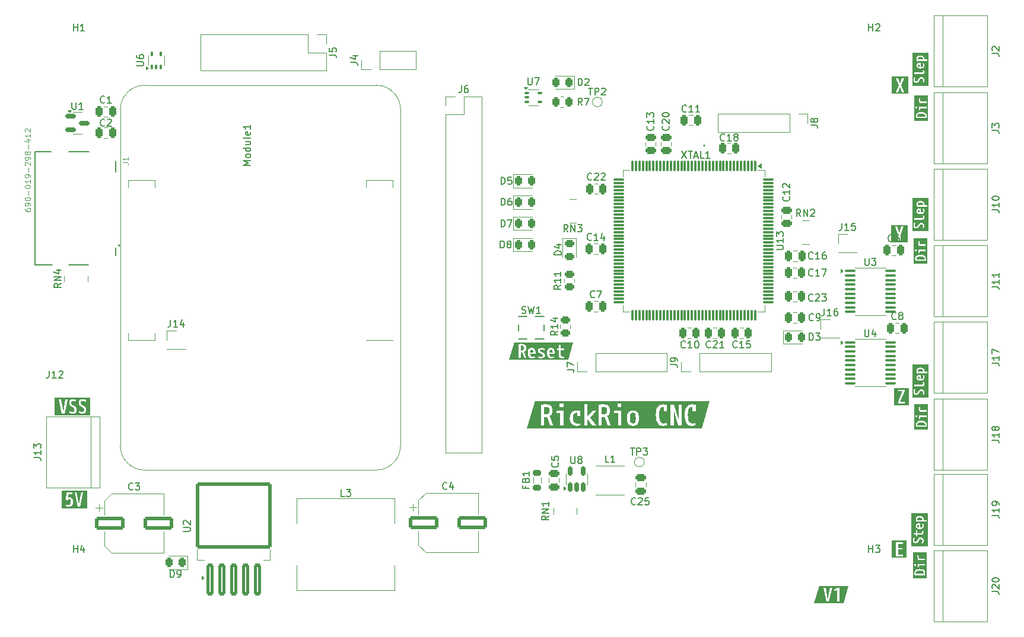
<source format=gbr>
%TF.GenerationSoftware,KiCad,Pcbnew,8.0.3*%
%TF.CreationDate,2024-09-20T13:19:38-05:00*%
%TF.ProjectId,Rick_LiteX-CNC,5269636b-5f4c-4697-9465-582d434e432e,rev?*%
%TF.SameCoordinates,Original*%
%TF.FileFunction,Legend,Top*%
%TF.FilePolarity,Positive*%
%FSLAX46Y46*%
G04 Gerber Fmt 4.6, Leading zero omitted, Abs format (unit mm)*
G04 Created by KiCad (PCBNEW 8.0.3) date 2024-09-20 13:19:38*
%MOMM*%
%LPD*%
G01*
G04 APERTURE LIST*
G04 Aperture macros list*
%AMRoundRect*
0 Rectangle with rounded corners*
0 $1 Rounding radius*
0 $2 $3 $4 $5 $6 $7 $8 $9 X,Y pos of 4 corners*
0 Add a 4 corners polygon primitive as box body*
4,1,4,$2,$3,$4,$5,$6,$7,$8,$9,$2,$3,0*
0 Add four circle primitives for the rounded corners*
1,1,$1+$1,$2,$3*
1,1,$1+$1,$4,$5*
1,1,$1+$1,$6,$7*
1,1,$1+$1,$8,$9*
0 Add four rect primitives between the rounded corners*
20,1,$1+$1,$2,$3,$4,$5,0*
20,1,$1+$1,$4,$5,$6,$7,0*
20,1,$1+$1,$6,$7,$8,$9,0*
20,1,$1+$1,$8,$9,$2,$3,0*%
G04 Aperture macros list end*
%ADD10C,0.150000*%
%ADD11C,0.050000*%
%ADD12C,0.120000*%
%ADD13C,0.000000*%
%ADD14C,0.127000*%
%ADD15C,0.200000*%
%ADD16C,0.152400*%
%ADD17RoundRect,0.100000X-0.637500X-0.100000X0.637500X-0.100000X0.637500X0.100000X-0.637500X0.100000X0*%
%ADD18R,3.000000X3.000000*%
%ADD19C,3.000000*%
%ADD20R,1.700000X1.700000*%
%ADD21RoundRect,0.250000X-0.250000X-0.475000X0.250000X-0.475000X0.250000X0.475000X-0.250000X0.475000X0*%
%ADD22RoundRect,0.150000X-0.587500X-0.150000X0.587500X-0.150000X0.587500X0.150000X-0.587500X0.150000X0*%
%ADD23RoundRect,0.243750X-0.243750X-0.456250X0.243750X-0.456250X0.243750X0.456250X-0.243750X0.456250X0*%
%ADD24C,6.100000*%
%ADD25R,0.700000X0.200000*%
%ADD26RoundRect,0.250000X0.475000X-0.250000X0.475000X0.250000X-0.475000X0.250000X-0.475000X-0.250000X0*%
%ADD27RoundRect,0.250000X-0.475000X0.250000X-0.475000X-0.250000X0.475000X-0.250000X0.475000X0.250000X0*%
%ADD28O,1.700000X1.700000*%
%ADD29RoundRect,0.075000X-0.075000X0.662500X-0.075000X-0.662500X0.075000X-0.662500X0.075000X0.662500X0*%
%ADD30RoundRect,0.075000X-0.662500X0.075000X-0.662500X-0.075000X0.662500X-0.075000X0.662500X0.075000X0*%
%ADD31R,1.200000X3.700000*%
%ADD32RoundRect,0.250000X0.250000X0.475000X-0.250000X0.475000X-0.250000X-0.475000X0.250000X-0.475000X0*%
%ADD33RoundRect,0.243750X-0.456250X0.243750X-0.456250X-0.243750X0.456250X-0.243750X0.456250X0.243750X0*%
%ADD34RoundRect,0.250000X0.300000X-2.050000X0.300000X2.050000X-0.300000X2.050000X-0.300000X-2.050000X0*%
%ADD35RoundRect,0.250002X5.149998X-4.449998X5.149998X4.449998X-5.149998X4.449998X-5.149998X-4.449998X0*%
%ADD36RoundRect,0.100000X-0.225000X-0.100000X0.225000X-0.100000X0.225000X0.100000X-0.225000X0.100000X0*%
%ADD37RoundRect,0.100000X0.100000X-0.225000X0.100000X0.225000X-0.100000X0.225000X-0.100000X-0.225000X0*%
%ADD38C,1.000000*%
%ADD39R,0.800000X0.500000*%
%ADD40R,0.800000X0.400000*%
%ADD41C,0.650000*%
%ADD42R,1.400000X0.250000*%
%ADD43O,2.100000X1.000000*%
%ADD44O,1.800000X1.000000*%
%ADD45RoundRect,0.150000X0.150000X-0.512500X0.150000X0.512500X-0.150000X0.512500X-0.150000X-0.512500X0*%
%ADD46RoundRect,0.243750X0.243750X0.456250X-0.243750X0.456250X-0.243750X-0.456250X0.243750X-0.456250X0*%
%ADD47R,3.250000X5.500000*%
%ADD48RoundRect,0.250000X0.450000X-0.262500X0.450000X0.262500X-0.450000X0.262500X-0.450000X-0.262500X0*%
%ADD49R,2.600000X0.300000*%
%ADD50O,3.300000X1.500000*%
%ADD51O,2.300000X1.500000*%
%ADD52RoundRect,0.250000X0.262500X0.450000X-0.262500X0.450000X-0.262500X-0.450000X0.262500X-0.450000X0*%
%ADD53RoundRect,0.218750X0.381250X-0.218750X0.381250X0.218750X-0.381250X0.218750X-0.381250X-0.218750X0*%
%ADD54R,0.400000X0.900000*%
%ADD55R,1.000000X0.500000*%
%ADD56R,1.500000X0.800000*%
%ADD57R,0.500000X0.800000*%
%ADD58R,0.400000X0.800000*%
%ADD59RoundRect,0.250000X-1.825000X-0.700000X1.825000X-0.700000X1.825000X0.700000X-1.825000X0.700000X0*%
%ADD60R,0.900000X0.800000*%
G04 APERTURE END LIST*
D10*
X197175595Y-93129819D02*
X197175595Y-93939342D01*
X197175595Y-93939342D02*
X197223214Y-94034580D01*
X197223214Y-94034580D02*
X197270833Y-94082200D01*
X197270833Y-94082200D02*
X197366071Y-94129819D01*
X197366071Y-94129819D02*
X197556547Y-94129819D01*
X197556547Y-94129819D02*
X197651785Y-94082200D01*
X197651785Y-94082200D02*
X197699404Y-94034580D01*
X197699404Y-94034580D02*
X197747023Y-93939342D01*
X197747023Y-93939342D02*
X197747023Y-93129819D01*
X198651785Y-93463152D02*
X198651785Y-94129819D01*
X198413690Y-93082200D02*
X198175595Y-93796485D01*
X198175595Y-93796485D02*
X198794642Y-93796485D01*
X197188095Y-82929819D02*
X197188095Y-83739342D01*
X197188095Y-83739342D02*
X197235714Y-83834580D01*
X197235714Y-83834580D02*
X197283333Y-83882200D01*
X197283333Y-83882200D02*
X197378571Y-83929819D01*
X197378571Y-83929819D02*
X197569047Y-83929819D01*
X197569047Y-83929819D02*
X197664285Y-83882200D01*
X197664285Y-83882200D02*
X197711904Y-83834580D01*
X197711904Y-83834580D02*
X197759523Y-83739342D01*
X197759523Y-83739342D02*
X197759523Y-82929819D01*
X198140476Y-82929819D02*
X198759523Y-82929819D01*
X198759523Y-82929819D02*
X198426190Y-83310771D01*
X198426190Y-83310771D02*
X198569047Y-83310771D01*
X198569047Y-83310771D02*
X198664285Y-83358390D01*
X198664285Y-83358390D02*
X198711904Y-83406009D01*
X198711904Y-83406009D02*
X198759523Y-83501247D01*
X198759523Y-83501247D02*
X198759523Y-83739342D01*
X198759523Y-83739342D02*
X198711904Y-83834580D01*
X198711904Y-83834580D02*
X198664285Y-83882200D01*
X198664285Y-83882200D02*
X198569047Y-83929819D01*
X198569047Y-83929819D02*
X198283333Y-83929819D01*
X198283333Y-83929819D02*
X198188095Y-83882200D01*
X198188095Y-83882200D02*
X198140476Y-83834580D01*
X215334819Y-130549523D02*
X216049104Y-130549523D01*
X216049104Y-130549523D02*
X216191961Y-130597142D01*
X216191961Y-130597142D02*
X216287200Y-130692380D01*
X216287200Y-130692380D02*
X216334819Y-130835237D01*
X216334819Y-130835237D02*
X216334819Y-130930475D01*
X215430057Y-130120951D02*
X215382438Y-130073332D01*
X215382438Y-130073332D02*
X215334819Y-129978094D01*
X215334819Y-129978094D02*
X215334819Y-129739999D01*
X215334819Y-129739999D02*
X215382438Y-129644761D01*
X215382438Y-129644761D02*
X215430057Y-129597142D01*
X215430057Y-129597142D02*
X215525295Y-129549523D01*
X215525295Y-129549523D02*
X215620533Y-129549523D01*
X215620533Y-129549523D02*
X215763390Y-129597142D01*
X215763390Y-129597142D02*
X216334819Y-130168570D01*
X216334819Y-130168570D02*
X216334819Y-129549523D01*
X215334819Y-128930475D02*
X215334819Y-128835237D01*
X215334819Y-128835237D02*
X215382438Y-128739999D01*
X215382438Y-128739999D02*
X215430057Y-128692380D01*
X215430057Y-128692380D02*
X215525295Y-128644761D01*
X215525295Y-128644761D02*
X215715771Y-128597142D01*
X215715771Y-128597142D02*
X215953866Y-128597142D01*
X215953866Y-128597142D02*
X216144342Y-128644761D01*
X216144342Y-128644761D02*
X216239580Y-128692380D01*
X216239580Y-128692380D02*
X216287200Y-128739999D01*
X216287200Y-128739999D02*
X216334819Y-128835237D01*
X216334819Y-128835237D02*
X216334819Y-128930475D01*
X216334819Y-128930475D02*
X216287200Y-129025713D01*
X216287200Y-129025713D02*
X216239580Y-129073332D01*
X216239580Y-129073332D02*
X216144342Y-129120951D01*
X216144342Y-129120951D02*
X215953866Y-129168570D01*
X215953866Y-129168570D02*
X215715771Y-129168570D01*
X215715771Y-129168570D02*
X215525295Y-129120951D01*
X215525295Y-129120951D02*
X215430057Y-129073332D01*
X215430057Y-129073332D02*
X215382438Y-129025713D01*
X215382438Y-129025713D02*
X215334819Y-128930475D01*
X215334819Y-119649523D02*
X216049104Y-119649523D01*
X216049104Y-119649523D02*
X216191961Y-119697142D01*
X216191961Y-119697142D02*
X216287200Y-119792380D01*
X216287200Y-119792380D02*
X216334819Y-119935237D01*
X216334819Y-119935237D02*
X216334819Y-120030475D01*
X216334819Y-118649523D02*
X216334819Y-119220951D01*
X216334819Y-118935237D02*
X215334819Y-118935237D01*
X215334819Y-118935237D02*
X215477676Y-119030475D01*
X215477676Y-119030475D02*
X215572914Y-119125713D01*
X215572914Y-119125713D02*
X215620533Y-119220951D01*
X216334819Y-118173332D02*
X216334819Y-117982856D01*
X216334819Y-117982856D02*
X216287200Y-117887618D01*
X216287200Y-117887618D02*
X216239580Y-117839999D01*
X216239580Y-117839999D02*
X216096723Y-117744761D01*
X216096723Y-117744761D02*
X215906247Y-117697142D01*
X215906247Y-117697142D02*
X215525295Y-117697142D01*
X215525295Y-117697142D02*
X215430057Y-117744761D01*
X215430057Y-117744761D02*
X215382438Y-117792380D01*
X215382438Y-117792380D02*
X215334819Y-117887618D01*
X215334819Y-117887618D02*
X215334819Y-118078094D01*
X215334819Y-118078094D02*
X215382438Y-118173332D01*
X215382438Y-118173332D02*
X215430057Y-118220951D01*
X215430057Y-118220951D02*
X215525295Y-118268570D01*
X215525295Y-118268570D02*
X215763390Y-118268570D01*
X215763390Y-118268570D02*
X215858628Y-118220951D01*
X215858628Y-118220951D02*
X215906247Y-118173332D01*
X215906247Y-118173332D02*
X215953866Y-118078094D01*
X215953866Y-118078094D02*
X215953866Y-117887618D01*
X215953866Y-117887618D02*
X215906247Y-117792380D01*
X215906247Y-117792380D02*
X215858628Y-117744761D01*
X215858628Y-117744761D02*
X215763390Y-117697142D01*
X215334819Y-108909523D02*
X216049104Y-108909523D01*
X216049104Y-108909523D02*
X216191961Y-108957142D01*
X216191961Y-108957142D02*
X216287200Y-109052380D01*
X216287200Y-109052380D02*
X216334819Y-109195237D01*
X216334819Y-109195237D02*
X216334819Y-109290475D01*
X216334819Y-107909523D02*
X216334819Y-108480951D01*
X216334819Y-108195237D02*
X215334819Y-108195237D01*
X215334819Y-108195237D02*
X215477676Y-108290475D01*
X215477676Y-108290475D02*
X215572914Y-108385713D01*
X215572914Y-108385713D02*
X215620533Y-108480951D01*
X215763390Y-107338094D02*
X215715771Y-107433332D01*
X215715771Y-107433332D02*
X215668152Y-107480951D01*
X215668152Y-107480951D02*
X215572914Y-107528570D01*
X215572914Y-107528570D02*
X215525295Y-107528570D01*
X215525295Y-107528570D02*
X215430057Y-107480951D01*
X215430057Y-107480951D02*
X215382438Y-107433332D01*
X215382438Y-107433332D02*
X215334819Y-107338094D01*
X215334819Y-107338094D02*
X215334819Y-107147618D01*
X215334819Y-107147618D02*
X215382438Y-107052380D01*
X215382438Y-107052380D02*
X215430057Y-107004761D01*
X215430057Y-107004761D02*
X215525295Y-106957142D01*
X215525295Y-106957142D02*
X215572914Y-106957142D01*
X215572914Y-106957142D02*
X215668152Y-107004761D01*
X215668152Y-107004761D02*
X215715771Y-107052380D01*
X215715771Y-107052380D02*
X215763390Y-107147618D01*
X215763390Y-107147618D02*
X215763390Y-107338094D01*
X215763390Y-107338094D02*
X215811009Y-107433332D01*
X215811009Y-107433332D02*
X215858628Y-107480951D01*
X215858628Y-107480951D02*
X215953866Y-107528570D01*
X215953866Y-107528570D02*
X216144342Y-107528570D01*
X216144342Y-107528570D02*
X216239580Y-107480951D01*
X216239580Y-107480951D02*
X216287200Y-107433332D01*
X216287200Y-107433332D02*
X216334819Y-107338094D01*
X216334819Y-107338094D02*
X216334819Y-107147618D01*
X216334819Y-107147618D02*
X216287200Y-107052380D01*
X216287200Y-107052380D02*
X216239580Y-107004761D01*
X216239580Y-107004761D02*
X216144342Y-106957142D01*
X216144342Y-106957142D02*
X215953866Y-106957142D01*
X215953866Y-106957142D02*
X215858628Y-107004761D01*
X215858628Y-107004761D02*
X215811009Y-107052380D01*
X215811009Y-107052380D02*
X215763390Y-107147618D01*
X215334819Y-97909523D02*
X216049104Y-97909523D01*
X216049104Y-97909523D02*
X216191961Y-97957142D01*
X216191961Y-97957142D02*
X216287200Y-98052380D01*
X216287200Y-98052380D02*
X216334819Y-98195237D01*
X216334819Y-98195237D02*
X216334819Y-98290475D01*
X216334819Y-96909523D02*
X216334819Y-97480951D01*
X216334819Y-97195237D02*
X215334819Y-97195237D01*
X215334819Y-97195237D02*
X215477676Y-97290475D01*
X215477676Y-97290475D02*
X215572914Y-97385713D01*
X215572914Y-97385713D02*
X215620533Y-97480951D01*
X215334819Y-96576189D02*
X215334819Y-95909523D01*
X215334819Y-95909523D02*
X216334819Y-96338094D01*
X191390476Y-90124819D02*
X191390476Y-90839104D01*
X191390476Y-90839104D02*
X191342857Y-90981961D01*
X191342857Y-90981961D02*
X191247619Y-91077200D01*
X191247619Y-91077200D02*
X191104762Y-91124819D01*
X191104762Y-91124819D02*
X191009524Y-91124819D01*
X192390476Y-91124819D02*
X191819048Y-91124819D01*
X192104762Y-91124819D02*
X192104762Y-90124819D01*
X192104762Y-90124819D02*
X192009524Y-90267676D01*
X192009524Y-90267676D02*
X191914286Y-90362914D01*
X191914286Y-90362914D02*
X191819048Y-90410533D01*
X193247619Y-90124819D02*
X193057143Y-90124819D01*
X193057143Y-90124819D02*
X192961905Y-90172438D01*
X192961905Y-90172438D02*
X192914286Y-90220057D01*
X192914286Y-90220057D02*
X192819048Y-90362914D01*
X192819048Y-90362914D02*
X192771429Y-90553390D01*
X192771429Y-90553390D02*
X192771429Y-90934342D01*
X192771429Y-90934342D02*
X192819048Y-91029580D01*
X192819048Y-91029580D02*
X192866667Y-91077200D01*
X192866667Y-91077200D02*
X192961905Y-91124819D01*
X192961905Y-91124819D02*
X193152381Y-91124819D01*
X193152381Y-91124819D02*
X193247619Y-91077200D01*
X193247619Y-91077200D02*
X193295238Y-91029580D01*
X193295238Y-91029580D02*
X193342857Y-90934342D01*
X193342857Y-90934342D02*
X193342857Y-90696247D01*
X193342857Y-90696247D02*
X193295238Y-90601009D01*
X193295238Y-90601009D02*
X193247619Y-90553390D01*
X193247619Y-90553390D02*
X193152381Y-90505771D01*
X193152381Y-90505771D02*
X192961905Y-90505771D01*
X192961905Y-90505771D02*
X192866667Y-90553390D01*
X192866667Y-90553390D02*
X192819048Y-90601009D01*
X192819048Y-90601009D02*
X192771429Y-90696247D01*
X193890476Y-77924819D02*
X193890476Y-78639104D01*
X193890476Y-78639104D02*
X193842857Y-78781961D01*
X193842857Y-78781961D02*
X193747619Y-78877200D01*
X193747619Y-78877200D02*
X193604762Y-78924819D01*
X193604762Y-78924819D02*
X193509524Y-78924819D01*
X194890476Y-78924819D02*
X194319048Y-78924819D01*
X194604762Y-78924819D02*
X194604762Y-77924819D01*
X194604762Y-77924819D02*
X194509524Y-78067676D01*
X194509524Y-78067676D02*
X194414286Y-78162914D01*
X194414286Y-78162914D02*
X194319048Y-78210533D01*
X195795238Y-77924819D02*
X195319048Y-77924819D01*
X195319048Y-77924819D02*
X195271429Y-78401009D01*
X195271429Y-78401009D02*
X195319048Y-78353390D01*
X195319048Y-78353390D02*
X195414286Y-78305771D01*
X195414286Y-78305771D02*
X195652381Y-78305771D01*
X195652381Y-78305771D02*
X195747619Y-78353390D01*
X195747619Y-78353390D02*
X195795238Y-78401009D01*
X195795238Y-78401009D02*
X195842857Y-78496247D01*
X195842857Y-78496247D02*
X195842857Y-78734342D01*
X195842857Y-78734342D02*
X195795238Y-78829580D01*
X195795238Y-78829580D02*
X195747619Y-78877200D01*
X195747619Y-78877200D02*
X195652381Y-78924819D01*
X195652381Y-78924819D02*
X195414286Y-78924819D01*
X195414286Y-78924819D02*
X195319048Y-78877200D01*
X195319048Y-78877200D02*
X195271429Y-78829580D01*
X215334819Y-87009523D02*
X216049104Y-87009523D01*
X216049104Y-87009523D02*
X216191961Y-87057142D01*
X216191961Y-87057142D02*
X216287200Y-87152380D01*
X216287200Y-87152380D02*
X216334819Y-87295237D01*
X216334819Y-87295237D02*
X216334819Y-87390475D01*
X216334819Y-86009523D02*
X216334819Y-86580951D01*
X216334819Y-86295237D02*
X215334819Y-86295237D01*
X215334819Y-86295237D02*
X215477676Y-86390475D01*
X215477676Y-86390475D02*
X215572914Y-86485713D01*
X215572914Y-86485713D02*
X215620533Y-86580951D01*
X216334819Y-85057142D02*
X216334819Y-85628570D01*
X216334819Y-85342856D02*
X215334819Y-85342856D01*
X215334819Y-85342856D02*
X215477676Y-85438094D01*
X215477676Y-85438094D02*
X215572914Y-85533332D01*
X215572914Y-85533332D02*
X215620533Y-85628570D01*
X215334819Y-76009523D02*
X216049104Y-76009523D01*
X216049104Y-76009523D02*
X216191961Y-76057142D01*
X216191961Y-76057142D02*
X216287200Y-76152380D01*
X216287200Y-76152380D02*
X216334819Y-76295237D01*
X216334819Y-76295237D02*
X216334819Y-76390475D01*
X216334819Y-75009523D02*
X216334819Y-75580951D01*
X216334819Y-75295237D02*
X215334819Y-75295237D01*
X215334819Y-75295237D02*
X215477676Y-75390475D01*
X215477676Y-75390475D02*
X215572914Y-75485713D01*
X215572914Y-75485713D02*
X215620533Y-75580951D01*
X215334819Y-74390475D02*
X215334819Y-74295237D01*
X215334819Y-74295237D02*
X215382438Y-74199999D01*
X215382438Y-74199999D02*
X215430057Y-74152380D01*
X215430057Y-74152380D02*
X215525295Y-74104761D01*
X215525295Y-74104761D02*
X215715771Y-74057142D01*
X215715771Y-74057142D02*
X215953866Y-74057142D01*
X215953866Y-74057142D02*
X216144342Y-74104761D01*
X216144342Y-74104761D02*
X216239580Y-74152380D01*
X216239580Y-74152380D02*
X216287200Y-74199999D01*
X216287200Y-74199999D02*
X216334819Y-74295237D01*
X216334819Y-74295237D02*
X216334819Y-74390475D01*
X216334819Y-74390475D02*
X216287200Y-74485713D01*
X216287200Y-74485713D02*
X216239580Y-74533332D01*
X216239580Y-74533332D02*
X216144342Y-74580951D01*
X216144342Y-74580951D02*
X215953866Y-74628570D01*
X215953866Y-74628570D02*
X215715771Y-74628570D01*
X215715771Y-74628570D02*
X215525295Y-74580951D01*
X215525295Y-74580951D02*
X215430057Y-74533332D01*
X215430057Y-74533332D02*
X215382438Y-74485713D01*
X215382438Y-74485713D02*
X215334819Y-74390475D01*
X215334819Y-64673333D02*
X216049104Y-64673333D01*
X216049104Y-64673333D02*
X216191961Y-64720952D01*
X216191961Y-64720952D02*
X216287200Y-64816190D01*
X216287200Y-64816190D02*
X216334819Y-64959047D01*
X216334819Y-64959047D02*
X216334819Y-65054285D01*
X215334819Y-64292380D02*
X215334819Y-63673333D01*
X215334819Y-63673333D02*
X215715771Y-64006666D01*
X215715771Y-64006666D02*
X215715771Y-63863809D01*
X215715771Y-63863809D02*
X215763390Y-63768571D01*
X215763390Y-63768571D02*
X215811009Y-63720952D01*
X215811009Y-63720952D02*
X215906247Y-63673333D01*
X215906247Y-63673333D02*
X216144342Y-63673333D01*
X216144342Y-63673333D02*
X216239580Y-63720952D01*
X216239580Y-63720952D02*
X216287200Y-63768571D01*
X216287200Y-63768571D02*
X216334819Y-63863809D01*
X216334819Y-63863809D02*
X216334819Y-64149523D01*
X216334819Y-64149523D02*
X216287200Y-64244761D01*
X216287200Y-64244761D02*
X216239580Y-64292380D01*
X215334819Y-53673333D02*
X216049104Y-53673333D01*
X216049104Y-53673333D02*
X216191961Y-53720952D01*
X216191961Y-53720952D02*
X216287200Y-53816190D01*
X216287200Y-53816190D02*
X216334819Y-53959047D01*
X216334819Y-53959047D02*
X216334819Y-54054285D01*
X215430057Y-53244761D02*
X215382438Y-53197142D01*
X215382438Y-53197142D02*
X215334819Y-53101904D01*
X215334819Y-53101904D02*
X215334819Y-52863809D01*
X215334819Y-52863809D02*
X215382438Y-52768571D01*
X215382438Y-52768571D02*
X215430057Y-52720952D01*
X215430057Y-52720952D02*
X215525295Y-52673333D01*
X215525295Y-52673333D02*
X215620533Y-52673333D01*
X215620533Y-52673333D02*
X215763390Y-52720952D01*
X215763390Y-52720952D02*
X216334819Y-53292380D01*
X216334819Y-53292380D02*
X216334819Y-52673333D01*
X201633333Y-91579580D02*
X201585714Y-91627200D01*
X201585714Y-91627200D02*
X201442857Y-91674819D01*
X201442857Y-91674819D02*
X201347619Y-91674819D01*
X201347619Y-91674819D02*
X201204762Y-91627200D01*
X201204762Y-91627200D02*
X201109524Y-91531961D01*
X201109524Y-91531961D02*
X201061905Y-91436723D01*
X201061905Y-91436723D02*
X201014286Y-91246247D01*
X201014286Y-91246247D02*
X201014286Y-91103390D01*
X201014286Y-91103390D02*
X201061905Y-90912914D01*
X201061905Y-90912914D02*
X201109524Y-90817676D01*
X201109524Y-90817676D02*
X201204762Y-90722438D01*
X201204762Y-90722438D02*
X201347619Y-90674819D01*
X201347619Y-90674819D02*
X201442857Y-90674819D01*
X201442857Y-90674819D02*
X201585714Y-90722438D01*
X201585714Y-90722438D02*
X201633333Y-90770057D01*
X202204762Y-91103390D02*
X202109524Y-91055771D01*
X202109524Y-91055771D02*
X202061905Y-91008152D01*
X202061905Y-91008152D02*
X202014286Y-90912914D01*
X202014286Y-90912914D02*
X202014286Y-90865295D01*
X202014286Y-90865295D02*
X202061905Y-90770057D01*
X202061905Y-90770057D02*
X202109524Y-90722438D01*
X202109524Y-90722438D02*
X202204762Y-90674819D01*
X202204762Y-90674819D02*
X202395238Y-90674819D01*
X202395238Y-90674819D02*
X202490476Y-90722438D01*
X202490476Y-90722438D02*
X202538095Y-90770057D01*
X202538095Y-90770057D02*
X202585714Y-90865295D01*
X202585714Y-90865295D02*
X202585714Y-90912914D01*
X202585714Y-90912914D02*
X202538095Y-91008152D01*
X202538095Y-91008152D02*
X202490476Y-91055771D01*
X202490476Y-91055771D02*
X202395238Y-91103390D01*
X202395238Y-91103390D02*
X202204762Y-91103390D01*
X202204762Y-91103390D02*
X202109524Y-91151009D01*
X202109524Y-91151009D02*
X202061905Y-91198628D01*
X202061905Y-91198628D02*
X202014286Y-91293866D01*
X202014286Y-91293866D02*
X202014286Y-91484342D01*
X202014286Y-91484342D02*
X202061905Y-91579580D01*
X202061905Y-91579580D02*
X202109524Y-91627200D01*
X202109524Y-91627200D02*
X202204762Y-91674819D01*
X202204762Y-91674819D02*
X202395238Y-91674819D01*
X202395238Y-91674819D02*
X202490476Y-91627200D01*
X202490476Y-91627200D02*
X202538095Y-91579580D01*
X202538095Y-91579580D02*
X202585714Y-91484342D01*
X202585714Y-91484342D02*
X202585714Y-91293866D01*
X202585714Y-91293866D02*
X202538095Y-91198628D01*
X202538095Y-91198628D02*
X202490476Y-91151009D01*
X202490476Y-91151009D02*
X202395238Y-91103390D01*
X201133333Y-80479580D02*
X201085714Y-80527200D01*
X201085714Y-80527200D02*
X200942857Y-80574819D01*
X200942857Y-80574819D02*
X200847619Y-80574819D01*
X200847619Y-80574819D02*
X200704762Y-80527200D01*
X200704762Y-80527200D02*
X200609524Y-80431961D01*
X200609524Y-80431961D02*
X200561905Y-80336723D01*
X200561905Y-80336723D02*
X200514286Y-80146247D01*
X200514286Y-80146247D02*
X200514286Y-80003390D01*
X200514286Y-80003390D02*
X200561905Y-79812914D01*
X200561905Y-79812914D02*
X200609524Y-79717676D01*
X200609524Y-79717676D02*
X200704762Y-79622438D01*
X200704762Y-79622438D02*
X200847619Y-79574819D01*
X200847619Y-79574819D02*
X200942857Y-79574819D01*
X200942857Y-79574819D02*
X201085714Y-79622438D01*
X201085714Y-79622438D02*
X201133333Y-79670057D01*
X201990476Y-79574819D02*
X201800000Y-79574819D01*
X201800000Y-79574819D02*
X201704762Y-79622438D01*
X201704762Y-79622438D02*
X201657143Y-79670057D01*
X201657143Y-79670057D02*
X201561905Y-79812914D01*
X201561905Y-79812914D02*
X201514286Y-80003390D01*
X201514286Y-80003390D02*
X201514286Y-80384342D01*
X201514286Y-80384342D02*
X201561905Y-80479580D01*
X201561905Y-80479580D02*
X201609524Y-80527200D01*
X201609524Y-80527200D02*
X201704762Y-80574819D01*
X201704762Y-80574819D02*
X201895238Y-80574819D01*
X201895238Y-80574819D02*
X201990476Y-80527200D01*
X201990476Y-80527200D02*
X202038095Y-80479580D01*
X202038095Y-80479580D02*
X202085714Y-80384342D01*
X202085714Y-80384342D02*
X202085714Y-80146247D01*
X202085714Y-80146247D02*
X202038095Y-80051009D01*
X202038095Y-80051009D02*
X201990476Y-80003390D01*
X201990476Y-80003390D02*
X201895238Y-79955771D01*
X201895238Y-79955771D02*
X201704762Y-79955771D01*
X201704762Y-79955771D02*
X201609524Y-80003390D01*
X201609524Y-80003390D02*
X201561905Y-80051009D01*
X201561905Y-80051009D02*
X201514286Y-80146247D01*
X189833333Y-91759580D02*
X189785714Y-91807200D01*
X189785714Y-91807200D02*
X189642857Y-91854819D01*
X189642857Y-91854819D02*
X189547619Y-91854819D01*
X189547619Y-91854819D02*
X189404762Y-91807200D01*
X189404762Y-91807200D02*
X189309524Y-91711961D01*
X189309524Y-91711961D02*
X189261905Y-91616723D01*
X189261905Y-91616723D02*
X189214286Y-91426247D01*
X189214286Y-91426247D02*
X189214286Y-91283390D01*
X189214286Y-91283390D02*
X189261905Y-91092914D01*
X189261905Y-91092914D02*
X189309524Y-90997676D01*
X189309524Y-90997676D02*
X189404762Y-90902438D01*
X189404762Y-90902438D02*
X189547619Y-90854819D01*
X189547619Y-90854819D02*
X189642857Y-90854819D01*
X189642857Y-90854819D02*
X189785714Y-90902438D01*
X189785714Y-90902438D02*
X189833333Y-90950057D01*
X190309524Y-91854819D02*
X190500000Y-91854819D01*
X190500000Y-91854819D02*
X190595238Y-91807200D01*
X190595238Y-91807200D02*
X190642857Y-91759580D01*
X190642857Y-91759580D02*
X190738095Y-91616723D01*
X190738095Y-91616723D02*
X190785714Y-91426247D01*
X190785714Y-91426247D02*
X190785714Y-91045295D01*
X190785714Y-91045295D02*
X190738095Y-90950057D01*
X190738095Y-90950057D02*
X190690476Y-90902438D01*
X190690476Y-90902438D02*
X190595238Y-90854819D01*
X190595238Y-90854819D02*
X190404762Y-90854819D01*
X190404762Y-90854819D02*
X190309524Y-90902438D01*
X190309524Y-90902438D02*
X190261905Y-90950057D01*
X190261905Y-90950057D02*
X190214286Y-91045295D01*
X190214286Y-91045295D02*
X190214286Y-91283390D01*
X190214286Y-91283390D02*
X190261905Y-91378628D01*
X190261905Y-91378628D02*
X190309524Y-91426247D01*
X190309524Y-91426247D02*
X190404762Y-91473866D01*
X190404762Y-91473866D02*
X190595238Y-91473866D01*
X190595238Y-91473866D02*
X190690476Y-91426247D01*
X190690476Y-91426247D02*
X190738095Y-91378628D01*
X190738095Y-91378628D02*
X190785714Y-91283390D01*
X84038095Y-60654819D02*
X84038095Y-61464342D01*
X84038095Y-61464342D02*
X84085714Y-61559580D01*
X84085714Y-61559580D02*
X84133333Y-61607200D01*
X84133333Y-61607200D02*
X84228571Y-61654819D01*
X84228571Y-61654819D02*
X84419047Y-61654819D01*
X84419047Y-61654819D02*
X84514285Y-61607200D01*
X84514285Y-61607200D02*
X84561904Y-61559580D01*
X84561904Y-61559580D02*
X84609523Y-61464342D01*
X84609523Y-61464342D02*
X84609523Y-60654819D01*
X85609523Y-61654819D02*
X85038095Y-61654819D01*
X85323809Y-61654819D02*
X85323809Y-60654819D01*
X85323809Y-60654819D02*
X85228571Y-60797676D01*
X85228571Y-60797676D02*
X85133333Y-60892914D01*
X85133333Y-60892914D02*
X85038095Y-60940533D01*
X145261905Y-72354819D02*
X145261905Y-71354819D01*
X145261905Y-71354819D02*
X145500000Y-71354819D01*
X145500000Y-71354819D02*
X145642857Y-71402438D01*
X145642857Y-71402438D02*
X145738095Y-71497676D01*
X145738095Y-71497676D02*
X145785714Y-71592914D01*
X145785714Y-71592914D02*
X145833333Y-71783390D01*
X145833333Y-71783390D02*
X145833333Y-71926247D01*
X145833333Y-71926247D02*
X145785714Y-72116723D01*
X145785714Y-72116723D02*
X145738095Y-72211961D01*
X145738095Y-72211961D02*
X145642857Y-72307200D01*
X145642857Y-72307200D02*
X145500000Y-72354819D01*
X145500000Y-72354819D02*
X145261905Y-72354819D01*
X146738095Y-71354819D02*
X146261905Y-71354819D01*
X146261905Y-71354819D02*
X146214286Y-71831009D01*
X146214286Y-71831009D02*
X146261905Y-71783390D01*
X146261905Y-71783390D02*
X146357143Y-71735771D01*
X146357143Y-71735771D02*
X146595238Y-71735771D01*
X146595238Y-71735771D02*
X146690476Y-71783390D01*
X146690476Y-71783390D02*
X146738095Y-71831009D01*
X146738095Y-71831009D02*
X146785714Y-71926247D01*
X146785714Y-71926247D02*
X146785714Y-72164342D01*
X146785714Y-72164342D02*
X146738095Y-72259580D01*
X146738095Y-72259580D02*
X146690476Y-72307200D01*
X146690476Y-72307200D02*
X146595238Y-72354819D01*
X146595238Y-72354819D02*
X146357143Y-72354819D01*
X146357143Y-72354819D02*
X146261905Y-72307200D01*
X146261905Y-72307200D02*
X146214286Y-72259580D01*
X109494819Y-69637142D02*
X108494819Y-69637142D01*
X108494819Y-69637142D02*
X109209104Y-69303809D01*
X109209104Y-69303809D02*
X108494819Y-68970476D01*
X108494819Y-68970476D02*
X109494819Y-68970476D01*
X109494819Y-68351428D02*
X109447200Y-68446666D01*
X109447200Y-68446666D02*
X109399580Y-68494285D01*
X109399580Y-68494285D02*
X109304342Y-68541904D01*
X109304342Y-68541904D02*
X109018628Y-68541904D01*
X109018628Y-68541904D02*
X108923390Y-68494285D01*
X108923390Y-68494285D02*
X108875771Y-68446666D01*
X108875771Y-68446666D02*
X108828152Y-68351428D01*
X108828152Y-68351428D02*
X108828152Y-68208571D01*
X108828152Y-68208571D02*
X108875771Y-68113333D01*
X108875771Y-68113333D02*
X108923390Y-68065714D01*
X108923390Y-68065714D02*
X109018628Y-68018095D01*
X109018628Y-68018095D02*
X109304342Y-68018095D01*
X109304342Y-68018095D02*
X109399580Y-68065714D01*
X109399580Y-68065714D02*
X109447200Y-68113333D01*
X109447200Y-68113333D02*
X109494819Y-68208571D01*
X109494819Y-68208571D02*
X109494819Y-68351428D01*
X109494819Y-67160952D02*
X108494819Y-67160952D01*
X109447200Y-67160952D02*
X109494819Y-67256190D01*
X109494819Y-67256190D02*
X109494819Y-67446666D01*
X109494819Y-67446666D02*
X109447200Y-67541904D01*
X109447200Y-67541904D02*
X109399580Y-67589523D01*
X109399580Y-67589523D02*
X109304342Y-67637142D01*
X109304342Y-67637142D02*
X109018628Y-67637142D01*
X109018628Y-67637142D02*
X108923390Y-67589523D01*
X108923390Y-67589523D02*
X108875771Y-67541904D01*
X108875771Y-67541904D02*
X108828152Y-67446666D01*
X108828152Y-67446666D02*
X108828152Y-67256190D01*
X108828152Y-67256190D02*
X108875771Y-67160952D01*
X108828152Y-66256190D02*
X109494819Y-66256190D01*
X108828152Y-66684761D02*
X109351961Y-66684761D01*
X109351961Y-66684761D02*
X109447200Y-66637142D01*
X109447200Y-66637142D02*
X109494819Y-66541904D01*
X109494819Y-66541904D02*
X109494819Y-66399047D01*
X109494819Y-66399047D02*
X109447200Y-66303809D01*
X109447200Y-66303809D02*
X109399580Y-66256190D01*
X109494819Y-65637142D02*
X109447200Y-65732380D01*
X109447200Y-65732380D02*
X109351961Y-65779999D01*
X109351961Y-65779999D02*
X108494819Y-65779999D01*
X109447200Y-64875237D02*
X109494819Y-64970475D01*
X109494819Y-64970475D02*
X109494819Y-65160951D01*
X109494819Y-65160951D02*
X109447200Y-65256189D01*
X109447200Y-65256189D02*
X109351961Y-65303808D01*
X109351961Y-65303808D02*
X108971009Y-65303808D01*
X108971009Y-65303808D02*
X108875771Y-65256189D01*
X108875771Y-65256189D02*
X108828152Y-65160951D01*
X108828152Y-65160951D02*
X108828152Y-64970475D01*
X108828152Y-64970475D02*
X108875771Y-64875237D01*
X108875771Y-64875237D02*
X108971009Y-64827618D01*
X108971009Y-64827618D02*
X109066247Y-64827618D01*
X109066247Y-64827618D02*
X109161485Y-65303808D01*
X109494819Y-63875237D02*
X109494819Y-64446665D01*
X109494819Y-64160951D02*
X108494819Y-64160951D01*
X108494819Y-64160951D02*
X108637676Y-64256189D01*
X108637676Y-64256189D02*
X108732914Y-64351427D01*
X108732914Y-64351427D02*
X108780533Y-64446665D01*
X98090476Y-91724819D02*
X98090476Y-92439104D01*
X98090476Y-92439104D02*
X98042857Y-92581961D01*
X98042857Y-92581961D02*
X97947619Y-92677200D01*
X97947619Y-92677200D02*
X97804762Y-92724819D01*
X97804762Y-92724819D02*
X97709524Y-92724819D01*
X99090476Y-92724819D02*
X98519048Y-92724819D01*
X98804762Y-92724819D02*
X98804762Y-91724819D01*
X98804762Y-91724819D02*
X98709524Y-91867676D01*
X98709524Y-91867676D02*
X98614286Y-91962914D01*
X98614286Y-91962914D02*
X98519048Y-92010533D01*
X99947619Y-92058152D02*
X99947619Y-92724819D01*
X99709524Y-91677200D02*
X99471429Y-92391485D01*
X99471429Y-92391485D02*
X100090476Y-92391485D01*
X164457142Y-118059580D02*
X164409523Y-118107200D01*
X164409523Y-118107200D02*
X164266666Y-118154819D01*
X164266666Y-118154819D02*
X164171428Y-118154819D01*
X164171428Y-118154819D02*
X164028571Y-118107200D01*
X164028571Y-118107200D02*
X163933333Y-118011961D01*
X163933333Y-118011961D02*
X163885714Y-117916723D01*
X163885714Y-117916723D02*
X163838095Y-117726247D01*
X163838095Y-117726247D02*
X163838095Y-117583390D01*
X163838095Y-117583390D02*
X163885714Y-117392914D01*
X163885714Y-117392914D02*
X163933333Y-117297676D01*
X163933333Y-117297676D02*
X164028571Y-117202438D01*
X164028571Y-117202438D02*
X164171428Y-117154819D01*
X164171428Y-117154819D02*
X164266666Y-117154819D01*
X164266666Y-117154819D02*
X164409523Y-117202438D01*
X164409523Y-117202438D02*
X164457142Y-117250057D01*
X164838095Y-117250057D02*
X164885714Y-117202438D01*
X164885714Y-117202438D02*
X164980952Y-117154819D01*
X164980952Y-117154819D02*
X165219047Y-117154819D01*
X165219047Y-117154819D02*
X165314285Y-117202438D01*
X165314285Y-117202438D02*
X165361904Y-117250057D01*
X165361904Y-117250057D02*
X165409523Y-117345295D01*
X165409523Y-117345295D02*
X165409523Y-117440533D01*
X165409523Y-117440533D02*
X165361904Y-117583390D01*
X165361904Y-117583390D02*
X164790476Y-118154819D01*
X164790476Y-118154819D02*
X165409523Y-118154819D01*
X166314285Y-117154819D02*
X165838095Y-117154819D01*
X165838095Y-117154819D02*
X165790476Y-117631009D01*
X165790476Y-117631009D02*
X165838095Y-117583390D01*
X165838095Y-117583390D02*
X165933333Y-117535771D01*
X165933333Y-117535771D02*
X166171428Y-117535771D01*
X166171428Y-117535771D02*
X166266666Y-117583390D01*
X166266666Y-117583390D02*
X166314285Y-117631009D01*
X166314285Y-117631009D02*
X166361904Y-117726247D01*
X166361904Y-117726247D02*
X166361904Y-117964342D01*
X166361904Y-117964342D02*
X166314285Y-118059580D01*
X166314285Y-118059580D02*
X166266666Y-118107200D01*
X166266666Y-118107200D02*
X166171428Y-118154819D01*
X166171428Y-118154819D02*
X165933333Y-118154819D01*
X165933333Y-118154819D02*
X165838095Y-118107200D01*
X165838095Y-118107200D02*
X165790476Y-118059580D01*
X158633333Y-88479580D02*
X158585714Y-88527200D01*
X158585714Y-88527200D02*
X158442857Y-88574819D01*
X158442857Y-88574819D02*
X158347619Y-88574819D01*
X158347619Y-88574819D02*
X158204762Y-88527200D01*
X158204762Y-88527200D02*
X158109524Y-88431961D01*
X158109524Y-88431961D02*
X158061905Y-88336723D01*
X158061905Y-88336723D02*
X158014286Y-88146247D01*
X158014286Y-88146247D02*
X158014286Y-88003390D01*
X158014286Y-88003390D02*
X158061905Y-87812914D01*
X158061905Y-87812914D02*
X158109524Y-87717676D01*
X158109524Y-87717676D02*
X158204762Y-87622438D01*
X158204762Y-87622438D02*
X158347619Y-87574819D01*
X158347619Y-87574819D02*
X158442857Y-87574819D01*
X158442857Y-87574819D02*
X158585714Y-87622438D01*
X158585714Y-87622438D02*
X158633333Y-87670057D01*
X158966667Y-87574819D02*
X159633333Y-87574819D01*
X159633333Y-87574819D02*
X159204762Y-88574819D01*
X177157142Y-66059580D02*
X177109523Y-66107200D01*
X177109523Y-66107200D02*
X176966666Y-66154819D01*
X176966666Y-66154819D02*
X176871428Y-66154819D01*
X176871428Y-66154819D02*
X176728571Y-66107200D01*
X176728571Y-66107200D02*
X176633333Y-66011961D01*
X176633333Y-66011961D02*
X176585714Y-65916723D01*
X176585714Y-65916723D02*
X176538095Y-65726247D01*
X176538095Y-65726247D02*
X176538095Y-65583390D01*
X176538095Y-65583390D02*
X176585714Y-65392914D01*
X176585714Y-65392914D02*
X176633333Y-65297676D01*
X176633333Y-65297676D02*
X176728571Y-65202438D01*
X176728571Y-65202438D02*
X176871428Y-65154819D01*
X176871428Y-65154819D02*
X176966666Y-65154819D01*
X176966666Y-65154819D02*
X177109523Y-65202438D01*
X177109523Y-65202438D02*
X177157142Y-65250057D01*
X178109523Y-66154819D02*
X177538095Y-66154819D01*
X177823809Y-66154819D02*
X177823809Y-65154819D01*
X177823809Y-65154819D02*
X177728571Y-65297676D01*
X177728571Y-65297676D02*
X177633333Y-65392914D01*
X177633333Y-65392914D02*
X177538095Y-65440533D01*
X178680952Y-65583390D02*
X178585714Y-65535771D01*
X178585714Y-65535771D02*
X178538095Y-65488152D01*
X178538095Y-65488152D02*
X178490476Y-65392914D01*
X178490476Y-65392914D02*
X178490476Y-65345295D01*
X178490476Y-65345295D02*
X178538095Y-65250057D01*
X178538095Y-65250057D02*
X178585714Y-65202438D01*
X178585714Y-65202438D02*
X178680952Y-65154819D01*
X178680952Y-65154819D02*
X178871428Y-65154819D01*
X178871428Y-65154819D02*
X178966666Y-65202438D01*
X178966666Y-65202438D02*
X179014285Y-65250057D01*
X179014285Y-65250057D02*
X179061904Y-65345295D01*
X179061904Y-65345295D02*
X179061904Y-65392914D01*
X179061904Y-65392914D02*
X179014285Y-65488152D01*
X179014285Y-65488152D02*
X178966666Y-65535771D01*
X178966666Y-65535771D02*
X178871428Y-65583390D01*
X178871428Y-65583390D02*
X178680952Y-65583390D01*
X178680952Y-65583390D02*
X178585714Y-65631009D01*
X178585714Y-65631009D02*
X178538095Y-65678628D01*
X178538095Y-65678628D02*
X178490476Y-65773866D01*
X178490476Y-65773866D02*
X178490476Y-65964342D01*
X178490476Y-65964342D02*
X178538095Y-66059580D01*
X178538095Y-66059580D02*
X178585714Y-66107200D01*
X178585714Y-66107200D02*
X178680952Y-66154819D01*
X178680952Y-66154819D02*
X178871428Y-66154819D01*
X178871428Y-66154819D02*
X178966666Y-66107200D01*
X178966666Y-66107200D02*
X179014285Y-66059580D01*
X179014285Y-66059580D02*
X179061904Y-65964342D01*
X179061904Y-65964342D02*
X179061904Y-65773866D01*
X179061904Y-65773866D02*
X179014285Y-65678628D01*
X179014285Y-65678628D02*
X178966666Y-65631009D01*
X178966666Y-65631009D02*
X178871428Y-65583390D01*
X88683333Y-63959580D02*
X88635714Y-64007200D01*
X88635714Y-64007200D02*
X88492857Y-64054819D01*
X88492857Y-64054819D02*
X88397619Y-64054819D01*
X88397619Y-64054819D02*
X88254762Y-64007200D01*
X88254762Y-64007200D02*
X88159524Y-63911961D01*
X88159524Y-63911961D02*
X88111905Y-63816723D01*
X88111905Y-63816723D02*
X88064286Y-63626247D01*
X88064286Y-63626247D02*
X88064286Y-63483390D01*
X88064286Y-63483390D02*
X88111905Y-63292914D01*
X88111905Y-63292914D02*
X88159524Y-63197676D01*
X88159524Y-63197676D02*
X88254762Y-63102438D01*
X88254762Y-63102438D02*
X88397619Y-63054819D01*
X88397619Y-63054819D02*
X88492857Y-63054819D01*
X88492857Y-63054819D02*
X88635714Y-63102438D01*
X88635714Y-63102438D02*
X88683333Y-63150057D01*
X89064286Y-63150057D02*
X89111905Y-63102438D01*
X89111905Y-63102438D02*
X89207143Y-63054819D01*
X89207143Y-63054819D02*
X89445238Y-63054819D01*
X89445238Y-63054819D02*
X89540476Y-63102438D01*
X89540476Y-63102438D02*
X89588095Y-63150057D01*
X89588095Y-63150057D02*
X89635714Y-63245295D01*
X89635714Y-63245295D02*
X89635714Y-63340533D01*
X89635714Y-63340533D02*
X89588095Y-63483390D01*
X89588095Y-63483390D02*
X89016667Y-64054819D01*
X89016667Y-64054819D02*
X89635714Y-64054819D01*
X166959580Y-64042857D02*
X167007200Y-64090476D01*
X167007200Y-64090476D02*
X167054819Y-64233333D01*
X167054819Y-64233333D02*
X167054819Y-64328571D01*
X167054819Y-64328571D02*
X167007200Y-64471428D01*
X167007200Y-64471428D02*
X166911961Y-64566666D01*
X166911961Y-64566666D02*
X166816723Y-64614285D01*
X166816723Y-64614285D02*
X166626247Y-64661904D01*
X166626247Y-64661904D02*
X166483390Y-64661904D01*
X166483390Y-64661904D02*
X166292914Y-64614285D01*
X166292914Y-64614285D02*
X166197676Y-64566666D01*
X166197676Y-64566666D02*
X166102438Y-64471428D01*
X166102438Y-64471428D02*
X166054819Y-64328571D01*
X166054819Y-64328571D02*
X166054819Y-64233333D01*
X166054819Y-64233333D02*
X166102438Y-64090476D01*
X166102438Y-64090476D02*
X166150057Y-64042857D01*
X167054819Y-63090476D02*
X167054819Y-63661904D01*
X167054819Y-63376190D02*
X166054819Y-63376190D01*
X166054819Y-63376190D02*
X166197676Y-63471428D01*
X166197676Y-63471428D02*
X166292914Y-63566666D01*
X166292914Y-63566666D02*
X166340533Y-63661904D01*
X166054819Y-62757142D02*
X166054819Y-62138095D01*
X166054819Y-62138095D02*
X166435771Y-62471428D01*
X166435771Y-62471428D02*
X166435771Y-62328571D01*
X166435771Y-62328571D02*
X166483390Y-62233333D01*
X166483390Y-62233333D02*
X166531009Y-62185714D01*
X166531009Y-62185714D02*
X166626247Y-62138095D01*
X166626247Y-62138095D02*
X166864342Y-62138095D01*
X166864342Y-62138095D02*
X166959580Y-62185714D01*
X166959580Y-62185714D02*
X167007200Y-62233333D01*
X167007200Y-62233333D02*
X167054819Y-62328571D01*
X167054819Y-62328571D02*
X167054819Y-62614285D01*
X167054819Y-62614285D02*
X167007200Y-62709523D01*
X167007200Y-62709523D02*
X166959580Y-62757142D01*
X123784819Y-54933333D02*
X124499104Y-54933333D01*
X124499104Y-54933333D02*
X124641961Y-54980952D01*
X124641961Y-54980952D02*
X124737200Y-55076190D01*
X124737200Y-55076190D02*
X124784819Y-55219047D01*
X124784819Y-55219047D02*
X124784819Y-55314285D01*
X124118152Y-54028571D02*
X124784819Y-54028571D01*
X123737200Y-54266666D02*
X124451485Y-54504761D01*
X124451485Y-54504761D02*
X124451485Y-53885714D01*
X184554819Y-81675594D02*
X185364342Y-81675594D01*
X185364342Y-81675594D02*
X185459580Y-81627975D01*
X185459580Y-81627975D02*
X185507200Y-81580356D01*
X185507200Y-81580356D02*
X185554819Y-81485118D01*
X185554819Y-81485118D02*
X185554819Y-81294642D01*
X185554819Y-81294642D02*
X185507200Y-81199404D01*
X185507200Y-81199404D02*
X185459580Y-81151785D01*
X185459580Y-81151785D02*
X185364342Y-81104166D01*
X185364342Y-81104166D02*
X184554819Y-81104166D01*
X185554819Y-80104166D02*
X185554819Y-80675594D01*
X185554819Y-80389880D02*
X184554819Y-80389880D01*
X184554819Y-80389880D02*
X184697676Y-80485118D01*
X184697676Y-80485118D02*
X184792914Y-80580356D01*
X184792914Y-80580356D02*
X184840533Y-80675594D01*
X184554819Y-79770832D02*
X184554819Y-79151785D01*
X184554819Y-79151785D02*
X184935771Y-79485118D01*
X184935771Y-79485118D02*
X184935771Y-79342261D01*
X184935771Y-79342261D02*
X184983390Y-79247023D01*
X184983390Y-79247023D02*
X185031009Y-79199404D01*
X185031009Y-79199404D02*
X185126247Y-79151785D01*
X185126247Y-79151785D02*
X185364342Y-79151785D01*
X185364342Y-79151785D02*
X185459580Y-79199404D01*
X185459580Y-79199404D02*
X185507200Y-79247023D01*
X185507200Y-79247023D02*
X185554819Y-79342261D01*
X185554819Y-79342261D02*
X185554819Y-79627975D01*
X185554819Y-79627975D02*
X185507200Y-79723213D01*
X185507200Y-79723213D02*
X185459580Y-79770832D01*
X160633333Y-112104819D02*
X160157143Y-112104819D01*
X160157143Y-112104819D02*
X160157143Y-111104819D01*
X161490476Y-112104819D02*
X160919048Y-112104819D01*
X161204762Y-112104819D02*
X161204762Y-111104819D01*
X161204762Y-111104819D02*
X161109524Y-111247676D01*
X161109524Y-111247676D02*
X161014286Y-111342914D01*
X161014286Y-111342914D02*
X160919048Y-111390533D01*
X169159580Y-64042857D02*
X169207200Y-64090476D01*
X169207200Y-64090476D02*
X169254819Y-64233333D01*
X169254819Y-64233333D02*
X169254819Y-64328571D01*
X169254819Y-64328571D02*
X169207200Y-64471428D01*
X169207200Y-64471428D02*
X169111961Y-64566666D01*
X169111961Y-64566666D02*
X169016723Y-64614285D01*
X169016723Y-64614285D02*
X168826247Y-64661904D01*
X168826247Y-64661904D02*
X168683390Y-64661904D01*
X168683390Y-64661904D02*
X168492914Y-64614285D01*
X168492914Y-64614285D02*
X168397676Y-64566666D01*
X168397676Y-64566666D02*
X168302438Y-64471428D01*
X168302438Y-64471428D02*
X168254819Y-64328571D01*
X168254819Y-64328571D02*
X168254819Y-64233333D01*
X168254819Y-64233333D02*
X168302438Y-64090476D01*
X168302438Y-64090476D02*
X168350057Y-64042857D01*
X168350057Y-63661904D02*
X168302438Y-63614285D01*
X168302438Y-63614285D02*
X168254819Y-63519047D01*
X168254819Y-63519047D02*
X168254819Y-63280952D01*
X168254819Y-63280952D02*
X168302438Y-63185714D01*
X168302438Y-63185714D02*
X168350057Y-63138095D01*
X168350057Y-63138095D02*
X168445295Y-63090476D01*
X168445295Y-63090476D02*
X168540533Y-63090476D01*
X168540533Y-63090476D02*
X168683390Y-63138095D01*
X168683390Y-63138095D02*
X169254819Y-63709523D01*
X169254819Y-63709523D02*
X169254819Y-63090476D01*
X168254819Y-62471428D02*
X168254819Y-62376190D01*
X168254819Y-62376190D02*
X168302438Y-62280952D01*
X168302438Y-62280952D02*
X168350057Y-62233333D01*
X168350057Y-62233333D02*
X168445295Y-62185714D01*
X168445295Y-62185714D02*
X168635771Y-62138095D01*
X168635771Y-62138095D02*
X168873866Y-62138095D01*
X168873866Y-62138095D02*
X169064342Y-62185714D01*
X169064342Y-62185714D02*
X169159580Y-62233333D01*
X169159580Y-62233333D02*
X169207200Y-62280952D01*
X169207200Y-62280952D02*
X169254819Y-62376190D01*
X169254819Y-62376190D02*
X169254819Y-62471428D01*
X169254819Y-62471428D02*
X169207200Y-62566666D01*
X169207200Y-62566666D02*
X169159580Y-62614285D01*
X169159580Y-62614285D02*
X169064342Y-62661904D01*
X169064342Y-62661904D02*
X168873866Y-62709523D01*
X168873866Y-62709523D02*
X168635771Y-62709523D01*
X168635771Y-62709523D02*
X168445295Y-62661904D01*
X168445295Y-62661904D02*
X168350057Y-62614285D01*
X168350057Y-62614285D02*
X168302438Y-62566666D01*
X168302438Y-62566666D02*
X168254819Y-62471428D01*
X189757142Y-82959580D02*
X189709523Y-83007200D01*
X189709523Y-83007200D02*
X189566666Y-83054819D01*
X189566666Y-83054819D02*
X189471428Y-83054819D01*
X189471428Y-83054819D02*
X189328571Y-83007200D01*
X189328571Y-83007200D02*
X189233333Y-82911961D01*
X189233333Y-82911961D02*
X189185714Y-82816723D01*
X189185714Y-82816723D02*
X189138095Y-82626247D01*
X189138095Y-82626247D02*
X189138095Y-82483390D01*
X189138095Y-82483390D02*
X189185714Y-82292914D01*
X189185714Y-82292914D02*
X189233333Y-82197676D01*
X189233333Y-82197676D02*
X189328571Y-82102438D01*
X189328571Y-82102438D02*
X189471428Y-82054819D01*
X189471428Y-82054819D02*
X189566666Y-82054819D01*
X189566666Y-82054819D02*
X189709523Y-82102438D01*
X189709523Y-82102438D02*
X189757142Y-82150057D01*
X190709523Y-83054819D02*
X190138095Y-83054819D01*
X190423809Y-83054819D02*
X190423809Y-82054819D01*
X190423809Y-82054819D02*
X190328571Y-82197676D01*
X190328571Y-82197676D02*
X190233333Y-82292914D01*
X190233333Y-82292914D02*
X190138095Y-82340533D01*
X191566666Y-82054819D02*
X191376190Y-82054819D01*
X191376190Y-82054819D02*
X191280952Y-82102438D01*
X191280952Y-82102438D02*
X191233333Y-82150057D01*
X191233333Y-82150057D02*
X191138095Y-82292914D01*
X191138095Y-82292914D02*
X191090476Y-82483390D01*
X191090476Y-82483390D02*
X191090476Y-82864342D01*
X191090476Y-82864342D02*
X191138095Y-82959580D01*
X191138095Y-82959580D02*
X191185714Y-83007200D01*
X191185714Y-83007200D02*
X191280952Y-83054819D01*
X191280952Y-83054819D02*
X191471428Y-83054819D01*
X191471428Y-83054819D02*
X191566666Y-83007200D01*
X191566666Y-83007200D02*
X191614285Y-82959580D01*
X191614285Y-82959580D02*
X191661904Y-82864342D01*
X191661904Y-82864342D02*
X191661904Y-82626247D01*
X191661904Y-82626247D02*
X191614285Y-82531009D01*
X191614285Y-82531009D02*
X191566666Y-82483390D01*
X191566666Y-82483390D02*
X191471428Y-82435771D01*
X191471428Y-82435771D02*
X191280952Y-82435771D01*
X191280952Y-82435771D02*
X191185714Y-82483390D01*
X191185714Y-82483390D02*
X191138095Y-82531009D01*
X191138095Y-82531009D02*
X191090476Y-82626247D01*
X84238095Y-124954819D02*
X84238095Y-123954819D01*
X84238095Y-124431009D02*
X84809523Y-124431009D01*
X84809523Y-124954819D02*
X84809523Y-123954819D01*
X85714285Y-124288152D02*
X85714285Y-124954819D01*
X85476190Y-123907200D02*
X85238095Y-124621485D01*
X85238095Y-124621485D02*
X85857142Y-124621485D01*
X153854819Y-82438094D02*
X152854819Y-82438094D01*
X152854819Y-82438094D02*
X152854819Y-82199999D01*
X152854819Y-82199999D02*
X152902438Y-82057142D01*
X152902438Y-82057142D02*
X152997676Y-81961904D01*
X152997676Y-81961904D02*
X153092914Y-81914285D01*
X153092914Y-81914285D02*
X153283390Y-81866666D01*
X153283390Y-81866666D02*
X153426247Y-81866666D01*
X153426247Y-81866666D02*
X153616723Y-81914285D01*
X153616723Y-81914285D02*
X153711961Y-81961904D01*
X153711961Y-81961904D02*
X153807200Y-82057142D01*
X153807200Y-82057142D02*
X153854819Y-82199999D01*
X153854819Y-82199999D02*
X153854819Y-82438094D01*
X153188152Y-81009523D02*
X153854819Y-81009523D01*
X152807200Y-81247618D02*
X153521485Y-81485713D01*
X153521485Y-81485713D02*
X153521485Y-80866666D01*
X189459819Y-63933333D02*
X190174104Y-63933333D01*
X190174104Y-63933333D02*
X190316961Y-63980952D01*
X190316961Y-63980952D02*
X190412200Y-64076190D01*
X190412200Y-64076190D02*
X190459819Y-64219047D01*
X190459819Y-64219047D02*
X190459819Y-64314285D01*
X189888390Y-63314285D02*
X189840771Y-63409523D01*
X189840771Y-63409523D02*
X189793152Y-63457142D01*
X189793152Y-63457142D02*
X189697914Y-63504761D01*
X189697914Y-63504761D02*
X189650295Y-63504761D01*
X189650295Y-63504761D02*
X189555057Y-63457142D01*
X189555057Y-63457142D02*
X189507438Y-63409523D01*
X189507438Y-63409523D02*
X189459819Y-63314285D01*
X189459819Y-63314285D02*
X189459819Y-63123809D01*
X189459819Y-63123809D02*
X189507438Y-63028571D01*
X189507438Y-63028571D02*
X189555057Y-62980952D01*
X189555057Y-62980952D02*
X189650295Y-62933333D01*
X189650295Y-62933333D02*
X189697914Y-62933333D01*
X189697914Y-62933333D02*
X189793152Y-62980952D01*
X189793152Y-62980952D02*
X189840771Y-63028571D01*
X189840771Y-63028571D02*
X189888390Y-63123809D01*
X189888390Y-63123809D02*
X189888390Y-63314285D01*
X189888390Y-63314285D02*
X189936009Y-63409523D01*
X189936009Y-63409523D02*
X189983628Y-63457142D01*
X189983628Y-63457142D02*
X190078866Y-63504761D01*
X190078866Y-63504761D02*
X190269342Y-63504761D01*
X190269342Y-63504761D02*
X190364580Y-63457142D01*
X190364580Y-63457142D02*
X190412200Y-63409523D01*
X190412200Y-63409523D02*
X190459819Y-63314285D01*
X190459819Y-63314285D02*
X190459819Y-63123809D01*
X190459819Y-63123809D02*
X190412200Y-63028571D01*
X190412200Y-63028571D02*
X190364580Y-62980952D01*
X190364580Y-62980952D02*
X190269342Y-62933333D01*
X190269342Y-62933333D02*
X190078866Y-62933333D01*
X190078866Y-62933333D02*
X189983628Y-62980952D01*
X189983628Y-62980952D02*
X189936009Y-63028571D01*
X189936009Y-63028571D02*
X189888390Y-63123809D01*
X99904819Y-121961904D02*
X100714342Y-121961904D01*
X100714342Y-121961904D02*
X100809580Y-121914285D01*
X100809580Y-121914285D02*
X100857200Y-121866666D01*
X100857200Y-121866666D02*
X100904819Y-121771428D01*
X100904819Y-121771428D02*
X100904819Y-121580952D01*
X100904819Y-121580952D02*
X100857200Y-121485714D01*
X100857200Y-121485714D02*
X100809580Y-121438095D01*
X100809580Y-121438095D02*
X100714342Y-121390476D01*
X100714342Y-121390476D02*
X99904819Y-121390476D01*
X100000057Y-120961904D02*
X99952438Y-120914285D01*
X99952438Y-120914285D02*
X99904819Y-120819047D01*
X99904819Y-120819047D02*
X99904819Y-120580952D01*
X99904819Y-120580952D02*
X99952438Y-120485714D01*
X99952438Y-120485714D02*
X100000057Y-120438095D01*
X100000057Y-120438095D02*
X100095295Y-120390476D01*
X100095295Y-120390476D02*
X100190533Y-120390476D01*
X100190533Y-120390476D02*
X100333390Y-120438095D01*
X100333390Y-120438095D02*
X100904819Y-121009523D01*
X100904819Y-121009523D02*
X100904819Y-120390476D01*
X153359580Y-112166666D02*
X153407200Y-112214285D01*
X153407200Y-112214285D02*
X153454819Y-112357142D01*
X153454819Y-112357142D02*
X153454819Y-112452380D01*
X153454819Y-112452380D02*
X153407200Y-112595237D01*
X153407200Y-112595237D02*
X153311961Y-112690475D01*
X153311961Y-112690475D02*
X153216723Y-112738094D01*
X153216723Y-112738094D02*
X153026247Y-112785713D01*
X153026247Y-112785713D02*
X152883390Y-112785713D01*
X152883390Y-112785713D02*
X152692914Y-112738094D01*
X152692914Y-112738094D02*
X152597676Y-112690475D01*
X152597676Y-112690475D02*
X152502438Y-112595237D01*
X152502438Y-112595237D02*
X152454819Y-112452380D01*
X152454819Y-112452380D02*
X152454819Y-112357142D01*
X152454819Y-112357142D02*
X152502438Y-112214285D01*
X152502438Y-112214285D02*
X152550057Y-112166666D01*
X152454819Y-111261904D02*
X152454819Y-111738094D01*
X152454819Y-111738094D02*
X152931009Y-111785713D01*
X152931009Y-111785713D02*
X152883390Y-111738094D01*
X152883390Y-111738094D02*
X152835771Y-111642856D01*
X152835771Y-111642856D02*
X152835771Y-111404761D01*
X152835771Y-111404761D02*
X152883390Y-111309523D01*
X152883390Y-111309523D02*
X152931009Y-111261904D01*
X152931009Y-111261904D02*
X153026247Y-111214285D01*
X153026247Y-111214285D02*
X153264342Y-111214285D01*
X153264342Y-111214285D02*
X153359580Y-111261904D01*
X153359580Y-111261904D02*
X153407200Y-111309523D01*
X153407200Y-111309523D02*
X153454819Y-111404761D01*
X153454819Y-111404761D02*
X153454819Y-111642856D01*
X153454819Y-111642856D02*
X153407200Y-111738094D01*
X153407200Y-111738094D02*
X153359580Y-111785713D01*
X84238095Y-50454819D02*
X84238095Y-49454819D01*
X84238095Y-49931009D02*
X84809523Y-49931009D01*
X84809523Y-50454819D02*
X84809523Y-49454819D01*
X85809523Y-50454819D02*
X85238095Y-50454819D01*
X85523809Y-50454819D02*
X85523809Y-49454819D01*
X85523809Y-49454819D02*
X85428571Y-49597676D01*
X85428571Y-49597676D02*
X85333333Y-49692914D01*
X85333333Y-49692914D02*
X85238095Y-49740533D01*
X145261905Y-78454819D02*
X145261905Y-77454819D01*
X145261905Y-77454819D02*
X145500000Y-77454819D01*
X145500000Y-77454819D02*
X145642857Y-77502438D01*
X145642857Y-77502438D02*
X145738095Y-77597676D01*
X145738095Y-77597676D02*
X145785714Y-77692914D01*
X145785714Y-77692914D02*
X145833333Y-77883390D01*
X145833333Y-77883390D02*
X145833333Y-78026247D01*
X145833333Y-78026247D02*
X145785714Y-78216723D01*
X145785714Y-78216723D02*
X145738095Y-78311961D01*
X145738095Y-78311961D02*
X145642857Y-78407200D01*
X145642857Y-78407200D02*
X145500000Y-78454819D01*
X145500000Y-78454819D02*
X145261905Y-78454819D01*
X146166667Y-77454819D02*
X146833333Y-77454819D01*
X146833333Y-77454819D02*
X146404762Y-78454819D01*
X189757142Y-88959580D02*
X189709523Y-89007200D01*
X189709523Y-89007200D02*
X189566666Y-89054819D01*
X189566666Y-89054819D02*
X189471428Y-89054819D01*
X189471428Y-89054819D02*
X189328571Y-89007200D01*
X189328571Y-89007200D02*
X189233333Y-88911961D01*
X189233333Y-88911961D02*
X189185714Y-88816723D01*
X189185714Y-88816723D02*
X189138095Y-88626247D01*
X189138095Y-88626247D02*
X189138095Y-88483390D01*
X189138095Y-88483390D02*
X189185714Y-88292914D01*
X189185714Y-88292914D02*
X189233333Y-88197676D01*
X189233333Y-88197676D02*
X189328571Y-88102438D01*
X189328571Y-88102438D02*
X189471428Y-88054819D01*
X189471428Y-88054819D02*
X189566666Y-88054819D01*
X189566666Y-88054819D02*
X189709523Y-88102438D01*
X189709523Y-88102438D02*
X189757142Y-88150057D01*
X190138095Y-88150057D02*
X190185714Y-88102438D01*
X190185714Y-88102438D02*
X190280952Y-88054819D01*
X190280952Y-88054819D02*
X190519047Y-88054819D01*
X190519047Y-88054819D02*
X190614285Y-88102438D01*
X190614285Y-88102438D02*
X190661904Y-88150057D01*
X190661904Y-88150057D02*
X190709523Y-88245295D01*
X190709523Y-88245295D02*
X190709523Y-88340533D01*
X190709523Y-88340533D02*
X190661904Y-88483390D01*
X190661904Y-88483390D02*
X190090476Y-89054819D01*
X190090476Y-89054819D02*
X190709523Y-89054819D01*
X191042857Y-88054819D02*
X191661904Y-88054819D01*
X191661904Y-88054819D02*
X191328571Y-88435771D01*
X191328571Y-88435771D02*
X191471428Y-88435771D01*
X191471428Y-88435771D02*
X191566666Y-88483390D01*
X191566666Y-88483390D02*
X191614285Y-88531009D01*
X191614285Y-88531009D02*
X191661904Y-88626247D01*
X191661904Y-88626247D02*
X191661904Y-88864342D01*
X191661904Y-88864342D02*
X191614285Y-88959580D01*
X191614285Y-88959580D02*
X191566666Y-89007200D01*
X191566666Y-89007200D02*
X191471428Y-89054819D01*
X191471428Y-89054819D02*
X191185714Y-89054819D01*
X191185714Y-89054819D02*
X191090476Y-89007200D01*
X191090476Y-89007200D02*
X191042857Y-88959580D01*
X149088095Y-57154819D02*
X149088095Y-57964342D01*
X149088095Y-57964342D02*
X149135714Y-58059580D01*
X149135714Y-58059580D02*
X149183333Y-58107200D01*
X149183333Y-58107200D02*
X149278571Y-58154819D01*
X149278571Y-58154819D02*
X149469047Y-58154819D01*
X149469047Y-58154819D02*
X149564285Y-58107200D01*
X149564285Y-58107200D02*
X149611904Y-58059580D01*
X149611904Y-58059580D02*
X149659523Y-57964342D01*
X149659523Y-57964342D02*
X149659523Y-57154819D01*
X150040476Y-57154819D02*
X150707142Y-57154819D01*
X150707142Y-57154819D02*
X150278571Y-58154819D01*
X154654819Y-98833333D02*
X155369104Y-98833333D01*
X155369104Y-98833333D02*
X155511961Y-98880952D01*
X155511961Y-98880952D02*
X155607200Y-98976190D01*
X155607200Y-98976190D02*
X155654819Y-99119047D01*
X155654819Y-99119047D02*
X155654819Y-99214285D01*
X154654819Y-98452380D02*
X154654819Y-97785714D01*
X154654819Y-97785714D02*
X155654819Y-98214285D01*
X171707142Y-61959580D02*
X171659523Y-62007200D01*
X171659523Y-62007200D02*
X171516666Y-62054819D01*
X171516666Y-62054819D02*
X171421428Y-62054819D01*
X171421428Y-62054819D02*
X171278571Y-62007200D01*
X171278571Y-62007200D02*
X171183333Y-61911961D01*
X171183333Y-61911961D02*
X171135714Y-61816723D01*
X171135714Y-61816723D02*
X171088095Y-61626247D01*
X171088095Y-61626247D02*
X171088095Y-61483390D01*
X171088095Y-61483390D02*
X171135714Y-61292914D01*
X171135714Y-61292914D02*
X171183333Y-61197676D01*
X171183333Y-61197676D02*
X171278571Y-61102438D01*
X171278571Y-61102438D02*
X171421428Y-61054819D01*
X171421428Y-61054819D02*
X171516666Y-61054819D01*
X171516666Y-61054819D02*
X171659523Y-61102438D01*
X171659523Y-61102438D02*
X171707142Y-61150057D01*
X172659523Y-62054819D02*
X172088095Y-62054819D01*
X172373809Y-62054819D02*
X172373809Y-61054819D01*
X172373809Y-61054819D02*
X172278571Y-61197676D01*
X172278571Y-61197676D02*
X172183333Y-61292914D01*
X172183333Y-61292914D02*
X172088095Y-61340533D01*
X173611904Y-62054819D02*
X173040476Y-62054819D01*
X173326190Y-62054819D02*
X173326190Y-61054819D01*
X173326190Y-61054819D02*
X173230952Y-61197676D01*
X173230952Y-61197676D02*
X173135714Y-61292914D01*
X173135714Y-61292914D02*
X173040476Y-61340533D01*
X189757142Y-85359580D02*
X189709523Y-85407200D01*
X189709523Y-85407200D02*
X189566666Y-85454819D01*
X189566666Y-85454819D02*
X189471428Y-85454819D01*
X189471428Y-85454819D02*
X189328571Y-85407200D01*
X189328571Y-85407200D02*
X189233333Y-85311961D01*
X189233333Y-85311961D02*
X189185714Y-85216723D01*
X189185714Y-85216723D02*
X189138095Y-85026247D01*
X189138095Y-85026247D02*
X189138095Y-84883390D01*
X189138095Y-84883390D02*
X189185714Y-84692914D01*
X189185714Y-84692914D02*
X189233333Y-84597676D01*
X189233333Y-84597676D02*
X189328571Y-84502438D01*
X189328571Y-84502438D02*
X189471428Y-84454819D01*
X189471428Y-84454819D02*
X189566666Y-84454819D01*
X189566666Y-84454819D02*
X189709523Y-84502438D01*
X189709523Y-84502438D02*
X189757142Y-84550057D01*
X190709523Y-85454819D02*
X190138095Y-85454819D01*
X190423809Y-85454819D02*
X190423809Y-84454819D01*
X190423809Y-84454819D02*
X190328571Y-84597676D01*
X190328571Y-84597676D02*
X190233333Y-84692914D01*
X190233333Y-84692914D02*
X190138095Y-84740533D01*
X191042857Y-84454819D02*
X191709523Y-84454819D01*
X191709523Y-84454819D02*
X191280952Y-85454819D01*
X175157142Y-95639580D02*
X175109523Y-95687200D01*
X175109523Y-95687200D02*
X174966666Y-95734819D01*
X174966666Y-95734819D02*
X174871428Y-95734819D01*
X174871428Y-95734819D02*
X174728571Y-95687200D01*
X174728571Y-95687200D02*
X174633333Y-95591961D01*
X174633333Y-95591961D02*
X174585714Y-95496723D01*
X174585714Y-95496723D02*
X174538095Y-95306247D01*
X174538095Y-95306247D02*
X174538095Y-95163390D01*
X174538095Y-95163390D02*
X174585714Y-94972914D01*
X174585714Y-94972914D02*
X174633333Y-94877676D01*
X174633333Y-94877676D02*
X174728571Y-94782438D01*
X174728571Y-94782438D02*
X174871428Y-94734819D01*
X174871428Y-94734819D02*
X174966666Y-94734819D01*
X174966666Y-94734819D02*
X175109523Y-94782438D01*
X175109523Y-94782438D02*
X175157142Y-94830057D01*
X175538095Y-94830057D02*
X175585714Y-94782438D01*
X175585714Y-94782438D02*
X175680952Y-94734819D01*
X175680952Y-94734819D02*
X175919047Y-94734819D01*
X175919047Y-94734819D02*
X176014285Y-94782438D01*
X176014285Y-94782438D02*
X176061904Y-94830057D01*
X176061904Y-94830057D02*
X176109523Y-94925295D01*
X176109523Y-94925295D02*
X176109523Y-95020533D01*
X176109523Y-95020533D02*
X176061904Y-95163390D01*
X176061904Y-95163390D02*
X175490476Y-95734819D01*
X175490476Y-95734819D02*
X176109523Y-95734819D01*
X177061904Y-95734819D02*
X176490476Y-95734819D01*
X176776190Y-95734819D02*
X176776190Y-94734819D01*
X176776190Y-94734819D02*
X176680952Y-94877676D01*
X176680952Y-94877676D02*
X176585714Y-94972914D01*
X176585714Y-94972914D02*
X176490476Y-95020533D01*
X93254819Y-55411904D02*
X94064342Y-55411904D01*
X94064342Y-55411904D02*
X94159580Y-55364285D01*
X94159580Y-55364285D02*
X94207200Y-55316666D01*
X94207200Y-55316666D02*
X94254819Y-55221428D01*
X94254819Y-55221428D02*
X94254819Y-55030952D01*
X94254819Y-55030952D02*
X94207200Y-54935714D01*
X94207200Y-54935714D02*
X94159580Y-54888095D01*
X94159580Y-54888095D02*
X94064342Y-54840476D01*
X94064342Y-54840476D02*
X93254819Y-54840476D01*
X93254819Y-53935714D02*
X93254819Y-54126190D01*
X93254819Y-54126190D02*
X93302438Y-54221428D01*
X93302438Y-54221428D02*
X93350057Y-54269047D01*
X93350057Y-54269047D02*
X93492914Y-54364285D01*
X93492914Y-54364285D02*
X93683390Y-54411904D01*
X93683390Y-54411904D02*
X94064342Y-54411904D01*
X94064342Y-54411904D02*
X94159580Y-54364285D01*
X94159580Y-54364285D02*
X94207200Y-54316666D01*
X94207200Y-54316666D02*
X94254819Y-54221428D01*
X94254819Y-54221428D02*
X94254819Y-54030952D01*
X94254819Y-54030952D02*
X94207200Y-53935714D01*
X94207200Y-53935714D02*
X94159580Y-53888095D01*
X94159580Y-53888095D02*
X94064342Y-53840476D01*
X94064342Y-53840476D02*
X93826247Y-53840476D01*
X93826247Y-53840476D02*
X93731009Y-53888095D01*
X93731009Y-53888095D02*
X93683390Y-53935714D01*
X93683390Y-53935714D02*
X93635771Y-54030952D01*
X93635771Y-54030952D02*
X93635771Y-54221428D01*
X93635771Y-54221428D02*
X93683390Y-54316666D01*
X93683390Y-54316666D02*
X93731009Y-54364285D01*
X93731009Y-54364285D02*
X93826247Y-54411904D01*
X157738095Y-58606819D02*
X158309523Y-58606819D01*
X158023809Y-59606819D02*
X158023809Y-58606819D01*
X158642857Y-59606819D02*
X158642857Y-58606819D01*
X158642857Y-58606819D02*
X159023809Y-58606819D01*
X159023809Y-58606819D02*
X159119047Y-58654438D01*
X159119047Y-58654438D02*
X159166666Y-58702057D01*
X159166666Y-58702057D02*
X159214285Y-58797295D01*
X159214285Y-58797295D02*
X159214285Y-58940152D01*
X159214285Y-58940152D02*
X159166666Y-59035390D01*
X159166666Y-59035390D02*
X159119047Y-59083009D01*
X159119047Y-59083009D02*
X159023809Y-59130628D01*
X159023809Y-59130628D02*
X158642857Y-59130628D01*
X159595238Y-58702057D02*
X159642857Y-58654438D01*
X159642857Y-58654438D02*
X159738095Y-58606819D01*
X159738095Y-58606819D02*
X159976190Y-58606819D01*
X159976190Y-58606819D02*
X160071428Y-58654438D01*
X160071428Y-58654438D02*
X160119047Y-58702057D01*
X160119047Y-58702057D02*
X160166666Y-58797295D01*
X160166666Y-58797295D02*
X160166666Y-58892533D01*
X160166666Y-58892533D02*
X160119047Y-59035390D01*
X160119047Y-59035390D02*
X159547619Y-59606819D01*
X159547619Y-59606819D02*
X160166666Y-59606819D01*
X197738095Y-50454819D02*
X197738095Y-49454819D01*
X197738095Y-49931009D02*
X198309523Y-49931009D01*
X198309523Y-50454819D02*
X198309523Y-49454819D01*
X198738095Y-49550057D02*
X198785714Y-49502438D01*
X198785714Y-49502438D02*
X198880952Y-49454819D01*
X198880952Y-49454819D02*
X199119047Y-49454819D01*
X199119047Y-49454819D02*
X199214285Y-49502438D01*
X199214285Y-49502438D02*
X199261904Y-49550057D01*
X199261904Y-49550057D02*
X199309523Y-49645295D01*
X199309523Y-49645295D02*
X199309523Y-49740533D01*
X199309523Y-49740533D02*
X199261904Y-49883390D01*
X199261904Y-49883390D02*
X198690476Y-50454819D01*
X198690476Y-50454819D02*
X199309523Y-50454819D01*
X169444819Y-98133333D02*
X170159104Y-98133333D01*
X170159104Y-98133333D02*
X170301961Y-98180952D01*
X170301961Y-98180952D02*
X170397200Y-98276190D01*
X170397200Y-98276190D02*
X170444819Y-98419047D01*
X170444819Y-98419047D02*
X170444819Y-98514285D01*
X170444819Y-97609523D02*
X170444819Y-97419047D01*
X170444819Y-97419047D02*
X170397200Y-97323809D01*
X170397200Y-97323809D02*
X170349580Y-97276190D01*
X170349580Y-97276190D02*
X170206723Y-97180952D01*
X170206723Y-97180952D02*
X170016247Y-97133333D01*
X170016247Y-97133333D02*
X169635295Y-97133333D01*
X169635295Y-97133333D02*
X169540057Y-97180952D01*
X169540057Y-97180952D02*
X169492438Y-97228571D01*
X169492438Y-97228571D02*
X169444819Y-97323809D01*
X169444819Y-97323809D02*
X169444819Y-97514285D01*
X169444819Y-97514285D02*
X169492438Y-97609523D01*
X169492438Y-97609523D02*
X169540057Y-97657142D01*
X169540057Y-97657142D02*
X169635295Y-97704761D01*
X169635295Y-97704761D02*
X169873390Y-97704761D01*
X169873390Y-97704761D02*
X169968628Y-97657142D01*
X169968628Y-97657142D02*
X170016247Y-97609523D01*
X170016247Y-97609523D02*
X170063866Y-97514285D01*
X170063866Y-97514285D02*
X170063866Y-97323809D01*
X170063866Y-97323809D02*
X170016247Y-97228571D01*
X170016247Y-97228571D02*
X169968628Y-97180952D01*
X169968628Y-97180952D02*
X169873390Y-97133333D01*
X154809523Y-79154819D02*
X154476190Y-78678628D01*
X154238095Y-79154819D02*
X154238095Y-78154819D01*
X154238095Y-78154819D02*
X154619047Y-78154819D01*
X154619047Y-78154819D02*
X154714285Y-78202438D01*
X154714285Y-78202438D02*
X154761904Y-78250057D01*
X154761904Y-78250057D02*
X154809523Y-78345295D01*
X154809523Y-78345295D02*
X154809523Y-78488152D01*
X154809523Y-78488152D02*
X154761904Y-78583390D01*
X154761904Y-78583390D02*
X154714285Y-78631009D01*
X154714285Y-78631009D02*
X154619047Y-78678628D01*
X154619047Y-78678628D02*
X154238095Y-78678628D01*
X155238095Y-79154819D02*
X155238095Y-78154819D01*
X155238095Y-78154819D02*
X155809523Y-79154819D01*
X155809523Y-79154819D02*
X155809523Y-78154819D01*
X156190476Y-78154819D02*
X156809523Y-78154819D01*
X156809523Y-78154819D02*
X156476190Y-78535771D01*
X156476190Y-78535771D02*
X156619047Y-78535771D01*
X156619047Y-78535771D02*
X156714285Y-78583390D01*
X156714285Y-78583390D02*
X156761904Y-78631009D01*
X156761904Y-78631009D02*
X156809523Y-78726247D01*
X156809523Y-78726247D02*
X156809523Y-78964342D01*
X156809523Y-78964342D02*
X156761904Y-79059580D01*
X156761904Y-79059580D02*
X156714285Y-79107200D01*
X156714285Y-79107200D02*
X156619047Y-79154819D01*
X156619047Y-79154819D02*
X156333333Y-79154819D01*
X156333333Y-79154819D02*
X156238095Y-79107200D01*
X156238095Y-79107200D02*
X156190476Y-79059580D01*
X80777976Y-99029819D02*
X80777976Y-99744104D01*
X80777976Y-99744104D02*
X80730357Y-99886961D01*
X80730357Y-99886961D02*
X80635119Y-99982200D01*
X80635119Y-99982200D02*
X80492262Y-100029819D01*
X80492262Y-100029819D02*
X80397024Y-100029819D01*
X81777976Y-100029819D02*
X81206548Y-100029819D01*
X81492262Y-100029819D02*
X81492262Y-99029819D01*
X81492262Y-99029819D02*
X81397024Y-99172676D01*
X81397024Y-99172676D02*
X81301786Y-99267914D01*
X81301786Y-99267914D02*
X81206548Y-99315533D01*
X82158929Y-99125057D02*
X82206548Y-99077438D01*
X82206548Y-99077438D02*
X82301786Y-99029819D01*
X82301786Y-99029819D02*
X82539881Y-99029819D01*
X82539881Y-99029819D02*
X82635119Y-99077438D01*
X82635119Y-99077438D02*
X82682738Y-99125057D01*
X82682738Y-99125057D02*
X82730357Y-99220295D01*
X82730357Y-99220295D02*
X82730357Y-99315533D01*
X82730357Y-99315533D02*
X82682738Y-99458390D01*
X82682738Y-99458390D02*
X82111310Y-100029819D01*
X82111310Y-100029819D02*
X82730357Y-100029819D01*
X120744819Y-53863333D02*
X121459104Y-53863333D01*
X121459104Y-53863333D02*
X121601961Y-53910952D01*
X121601961Y-53910952D02*
X121697200Y-54006190D01*
X121697200Y-54006190D02*
X121744819Y-54149047D01*
X121744819Y-54149047D02*
X121744819Y-54244285D01*
X120744819Y-52910952D02*
X120744819Y-53387142D01*
X120744819Y-53387142D02*
X121221009Y-53434761D01*
X121221009Y-53434761D02*
X121173390Y-53387142D01*
X121173390Y-53387142D02*
X121125771Y-53291904D01*
X121125771Y-53291904D02*
X121125771Y-53053809D01*
X121125771Y-53053809D02*
X121173390Y-52958571D01*
X121173390Y-52958571D02*
X121221009Y-52910952D01*
X121221009Y-52910952D02*
X121316247Y-52863333D01*
X121316247Y-52863333D02*
X121554342Y-52863333D01*
X121554342Y-52863333D02*
X121649580Y-52910952D01*
X121649580Y-52910952D02*
X121697200Y-52958571D01*
X121697200Y-52958571D02*
X121744819Y-53053809D01*
X121744819Y-53053809D02*
X121744819Y-53291904D01*
X121744819Y-53291904D02*
X121697200Y-53387142D01*
X121697200Y-53387142D02*
X121649580Y-53434761D01*
X188009523Y-76954819D02*
X187676190Y-76478628D01*
X187438095Y-76954819D02*
X187438095Y-75954819D01*
X187438095Y-75954819D02*
X187819047Y-75954819D01*
X187819047Y-75954819D02*
X187914285Y-76002438D01*
X187914285Y-76002438D02*
X187961904Y-76050057D01*
X187961904Y-76050057D02*
X188009523Y-76145295D01*
X188009523Y-76145295D02*
X188009523Y-76288152D01*
X188009523Y-76288152D02*
X187961904Y-76383390D01*
X187961904Y-76383390D02*
X187914285Y-76431009D01*
X187914285Y-76431009D02*
X187819047Y-76478628D01*
X187819047Y-76478628D02*
X187438095Y-76478628D01*
X188438095Y-76954819D02*
X188438095Y-75954819D01*
X188438095Y-75954819D02*
X189009523Y-76954819D01*
X189009523Y-76954819D02*
X189009523Y-75954819D01*
X189438095Y-76050057D02*
X189485714Y-76002438D01*
X189485714Y-76002438D02*
X189580952Y-75954819D01*
X189580952Y-75954819D02*
X189819047Y-75954819D01*
X189819047Y-75954819D02*
X189914285Y-76002438D01*
X189914285Y-76002438D02*
X189961904Y-76050057D01*
X189961904Y-76050057D02*
X190009523Y-76145295D01*
X190009523Y-76145295D02*
X190009523Y-76240533D01*
X190009523Y-76240533D02*
X189961904Y-76383390D01*
X189961904Y-76383390D02*
X189390476Y-76954819D01*
X189390476Y-76954819D02*
X190009523Y-76954819D01*
X78574819Y-111409523D02*
X79289104Y-111409523D01*
X79289104Y-111409523D02*
X79431961Y-111457142D01*
X79431961Y-111457142D02*
X79527200Y-111552380D01*
X79527200Y-111552380D02*
X79574819Y-111695237D01*
X79574819Y-111695237D02*
X79574819Y-111790475D01*
X79574819Y-110409523D02*
X79574819Y-110980951D01*
X79574819Y-110695237D02*
X78574819Y-110695237D01*
X78574819Y-110695237D02*
X78717676Y-110790475D01*
X78717676Y-110790475D02*
X78812914Y-110885713D01*
X78812914Y-110885713D02*
X78860533Y-110980951D01*
X78574819Y-110076189D02*
X78574819Y-109457142D01*
X78574819Y-109457142D02*
X78955771Y-109790475D01*
X78955771Y-109790475D02*
X78955771Y-109647618D01*
X78955771Y-109647618D02*
X79003390Y-109552380D01*
X79003390Y-109552380D02*
X79051009Y-109504761D01*
X79051009Y-109504761D02*
X79146247Y-109457142D01*
X79146247Y-109457142D02*
X79384342Y-109457142D01*
X79384342Y-109457142D02*
X79479580Y-109504761D01*
X79479580Y-109504761D02*
X79527200Y-109552380D01*
X79527200Y-109552380D02*
X79574819Y-109647618D01*
X79574819Y-109647618D02*
X79574819Y-109933332D01*
X79574819Y-109933332D02*
X79527200Y-110028570D01*
X79527200Y-110028570D02*
X79479580Y-110076189D01*
X171557142Y-95659580D02*
X171509523Y-95707200D01*
X171509523Y-95707200D02*
X171366666Y-95754819D01*
X171366666Y-95754819D02*
X171271428Y-95754819D01*
X171271428Y-95754819D02*
X171128571Y-95707200D01*
X171128571Y-95707200D02*
X171033333Y-95611961D01*
X171033333Y-95611961D02*
X170985714Y-95516723D01*
X170985714Y-95516723D02*
X170938095Y-95326247D01*
X170938095Y-95326247D02*
X170938095Y-95183390D01*
X170938095Y-95183390D02*
X170985714Y-94992914D01*
X170985714Y-94992914D02*
X171033333Y-94897676D01*
X171033333Y-94897676D02*
X171128571Y-94802438D01*
X171128571Y-94802438D02*
X171271428Y-94754819D01*
X171271428Y-94754819D02*
X171366666Y-94754819D01*
X171366666Y-94754819D02*
X171509523Y-94802438D01*
X171509523Y-94802438D02*
X171557142Y-94850057D01*
X172509523Y-95754819D02*
X171938095Y-95754819D01*
X172223809Y-95754819D02*
X172223809Y-94754819D01*
X172223809Y-94754819D02*
X172128571Y-94897676D01*
X172128571Y-94897676D02*
X172033333Y-94992914D01*
X172033333Y-94992914D02*
X171938095Y-95040533D01*
X173128571Y-94754819D02*
X173223809Y-94754819D01*
X173223809Y-94754819D02*
X173319047Y-94802438D01*
X173319047Y-94802438D02*
X173366666Y-94850057D01*
X173366666Y-94850057D02*
X173414285Y-94945295D01*
X173414285Y-94945295D02*
X173461904Y-95135771D01*
X173461904Y-95135771D02*
X173461904Y-95373866D01*
X173461904Y-95373866D02*
X173414285Y-95564342D01*
X173414285Y-95564342D02*
X173366666Y-95659580D01*
X173366666Y-95659580D02*
X173319047Y-95707200D01*
X173319047Y-95707200D02*
X173223809Y-95754819D01*
X173223809Y-95754819D02*
X173128571Y-95754819D01*
X173128571Y-95754819D02*
X173033333Y-95707200D01*
X173033333Y-95707200D02*
X172985714Y-95659580D01*
X172985714Y-95659580D02*
X172938095Y-95564342D01*
X172938095Y-95564342D02*
X172890476Y-95373866D01*
X172890476Y-95373866D02*
X172890476Y-95135771D01*
X172890476Y-95135771D02*
X172938095Y-94945295D01*
X172938095Y-94945295D02*
X172985714Y-94850057D01*
X172985714Y-94850057D02*
X173033333Y-94802438D01*
X173033333Y-94802438D02*
X173128571Y-94754819D01*
X145161905Y-81454819D02*
X145161905Y-80454819D01*
X145161905Y-80454819D02*
X145400000Y-80454819D01*
X145400000Y-80454819D02*
X145542857Y-80502438D01*
X145542857Y-80502438D02*
X145638095Y-80597676D01*
X145638095Y-80597676D02*
X145685714Y-80692914D01*
X145685714Y-80692914D02*
X145733333Y-80883390D01*
X145733333Y-80883390D02*
X145733333Y-81026247D01*
X145733333Y-81026247D02*
X145685714Y-81216723D01*
X145685714Y-81216723D02*
X145638095Y-81311961D01*
X145638095Y-81311961D02*
X145542857Y-81407200D01*
X145542857Y-81407200D02*
X145400000Y-81454819D01*
X145400000Y-81454819D02*
X145161905Y-81454819D01*
X146304762Y-80883390D02*
X146209524Y-80835771D01*
X146209524Y-80835771D02*
X146161905Y-80788152D01*
X146161905Y-80788152D02*
X146114286Y-80692914D01*
X146114286Y-80692914D02*
X146114286Y-80645295D01*
X146114286Y-80645295D02*
X146161905Y-80550057D01*
X146161905Y-80550057D02*
X146209524Y-80502438D01*
X146209524Y-80502438D02*
X146304762Y-80454819D01*
X146304762Y-80454819D02*
X146495238Y-80454819D01*
X146495238Y-80454819D02*
X146590476Y-80502438D01*
X146590476Y-80502438D02*
X146638095Y-80550057D01*
X146638095Y-80550057D02*
X146685714Y-80645295D01*
X146685714Y-80645295D02*
X146685714Y-80692914D01*
X146685714Y-80692914D02*
X146638095Y-80788152D01*
X146638095Y-80788152D02*
X146590476Y-80835771D01*
X146590476Y-80835771D02*
X146495238Y-80883390D01*
X146495238Y-80883390D02*
X146304762Y-80883390D01*
X146304762Y-80883390D02*
X146209524Y-80931009D01*
X146209524Y-80931009D02*
X146161905Y-80978628D01*
X146161905Y-80978628D02*
X146114286Y-81073866D01*
X146114286Y-81073866D02*
X146114286Y-81264342D01*
X146114286Y-81264342D02*
X146161905Y-81359580D01*
X146161905Y-81359580D02*
X146209524Y-81407200D01*
X146209524Y-81407200D02*
X146304762Y-81454819D01*
X146304762Y-81454819D02*
X146495238Y-81454819D01*
X146495238Y-81454819D02*
X146590476Y-81407200D01*
X146590476Y-81407200D02*
X146638095Y-81359580D01*
X146638095Y-81359580D02*
X146685714Y-81264342D01*
X146685714Y-81264342D02*
X146685714Y-81073866D01*
X146685714Y-81073866D02*
X146638095Y-80978628D01*
X146638095Y-80978628D02*
X146590476Y-80931009D01*
X146590476Y-80931009D02*
X146495238Y-80883390D01*
X155238095Y-111254819D02*
X155238095Y-112064342D01*
X155238095Y-112064342D02*
X155285714Y-112159580D01*
X155285714Y-112159580D02*
X155333333Y-112207200D01*
X155333333Y-112207200D02*
X155428571Y-112254819D01*
X155428571Y-112254819D02*
X155619047Y-112254819D01*
X155619047Y-112254819D02*
X155714285Y-112207200D01*
X155714285Y-112207200D02*
X155761904Y-112159580D01*
X155761904Y-112159580D02*
X155809523Y-112064342D01*
X155809523Y-112064342D02*
X155809523Y-111254819D01*
X156428571Y-111683390D02*
X156333333Y-111635771D01*
X156333333Y-111635771D02*
X156285714Y-111588152D01*
X156285714Y-111588152D02*
X156238095Y-111492914D01*
X156238095Y-111492914D02*
X156238095Y-111445295D01*
X156238095Y-111445295D02*
X156285714Y-111350057D01*
X156285714Y-111350057D02*
X156333333Y-111302438D01*
X156333333Y-111302438D02*
X156428571Y-111254819D01*
X156428571Y-111254819D02*
X156619047Y-111254819D01*
X156619047Y-111254819D02*
X156714285Y-111302438D01*
X156714285Y-111302438D02*
X156761904Y-111350057D01*
X156761904Y-111350057D02*
X156809523Y-111445295D01*
X156809523Y-111445295D02*
X156809523Y-111492914D01*
X156809523Y-111492914D02*
X156761904Y-111588152D01*
X156761904Y-111588152D02*
X156714285Y-111635771D01*
X156714285Y-111635771D02*
X156619047Y-111683390D01*
X156619047Y-111683390D02*
X156428571Y-111683390D01*
X156428571Y-111683390D02*
X156333333Y-111731009D01*
X156333333Y-111731009D02*
X156285714Y-111778628D01*
X156285714Y-111778628D02*
X156238095Y-111873866D01*
X156238095Y-111873866D02*
X156238095Y-112064342D01*
X156238095Y-112064342D02*
X156285714Y-112159580D01*
X156285714Y-112159580D02*
X156333333Y-112207200D01*
X156333333Y-112207200D02*
X156428571Y-112254819D01*
X156428571Y-112254819D02*
X156619047Y-112254819D01*
X156619047Y-112254819D02*
X156714285Y-112207200D01*
X156714285Y-112207200D02*
X156761904Y-112159580D01*
X156761904Y-112159580D02*
X156809523Y-112064342D01*
X156809523Y-112064342D02*
X156809523Y-111873866D01*
X156809523Y-111873866D02*
X156761904Y-111778628D01*
X156761904Y-111778628D02*
X156714285Y-111731009D01*
X156714285Y-111731009D02*
X156619047Y-111683390D01*
X98061905Y-128504819D02*
X98061905Y-127504819D01*
X98061905Y-127504819D02*
X98300000Y-127504819D01*
X98300000Y-127504819D02*
X98442857Y-127552438D01*
X98442857Y-127552438D02*
X98538095Y-127647676D01*
X98538095Y-127647676D02*
X98585714Y-127742914D01*
X98585714Y-127742914D02*
X98633333Y-127933390D01*
X98633333Y-127933390D02*
X98633333Y-128076247D01*
X98633333Y-128076247D02*
X98585714Y-128266723D01*
X98585714Y-128266723D02*
X98538095Y-128361961D01*
X98538095Y-128361961D02*
X98442857Y-128457200D01*
X98442857Y-128457200D02*
X98300000Y-128504819D01*
X98300000Y-128504819D02*
X98061905Y-128504819D01*
X99109524Y-128504819D02*
X99300000Y-128504819D01*
X99300000Y-128504819D02*
X99395238Y-128457200D01*
X99395238Y-128457200D02*
X99442857Y-128409580D01*
X99442857Y-128409580D02*
X99538095Y-128266723D01*
X99538095Y-128266723D02*
X99585714Y-128076247D01*
X99585714Y-128076247D02*
X99585714Y-127695295D01*
X99585714Y-127695295D02*
X99538095Y-127600057D01*
X99538095Y-127600057D02*
X99490476Y-127552438D01*
X99490476Y-127552438D02*
X99395238Y-127504819D01*
X99395238Y-127504819D02*
X99204762Y-127504819D01*
X99204762Y-127504819D02*
X99109524Y-127552438D01*
X99109524Y-127552438D02*
X99061905Y-127600057D01*
X99061905Y-127600057D02*
X99014286Y-127695295D01*
X99014286Y-127695295D02*
X99014286Y-127933390D01*
X99014286Y-127933390D02*
X99061905Y-128028628D01*
X99061905Y-128028628D02*
X99109524Y-128076247D01*
X99109524Y-128076247D02*
X99204762Y-128123866D01*
X99204762Y-128123866D02*
X99395238Y-128123866D01*
X99395238Y-128123866D02*
X99490476Y-128076247D01*
X99490476Y-128076247D02*
X99538095Y-128028628D01*
X99538095Y-128028628D02*
X99585714Y-127933390D01*
X158157142Y-80279580D02*
X158109523Y-80327200D01*
X158109523Y-80327200D02*
X157966666Y-80374819D01*
X157966666Y-80374819D02*
X157871428Y-80374819D01*
X157871428Y-80374819D02*
X157728571Y-80327200D01*
X157728571Y-80327200D02*
X157633333Y-80231961D01*
X157633333Y-80231961D02*
X157585714Y-80136723D01*
X157585714Y-80136723D02*
X157538095Y-79946247D01*
X157538095Y-79946247D02*
X157538095Y-79803390D01*
X157538095Y-79803390D02*
X157585714Y-79612914D01*
X157585714Y-79612914D02*
X157633333Y-79517676D01*
X157633333Y-79517676D02*
X157728571Y-79422438D01*
X157728571Y-79422438D02*
X157871428Y-79374819D01*
X157871428Y-79374819D02*
X157966666Y-79374819D01*
X157966666Y-79374819D02*
X158109523Y-79422438D01*
X158109523Y-79422438D02*
X158157142Y-79470057D01*
X159109523Y-80374819D02*
X158538095Y-80374819D01*
X158823809Y-80374819D02*
X158823809Y-79374819D01*
X158823809Y-79374819D02*
X158728571Y-79517676D01*
X158728571Y-79517676D02*
X158633333Y-79612914D01*
X158633333Y-79612914D02*
X158538095Y-79660533D01*
X159966666Y-79708152D02*
X159966666Y-80374819D01*
X159728571Y-79327200D02*
X159490476Y-80041485D01*
X159490476Y-80041485D02*
X160109523Y-80041485D01*
X122933333Y-116954819D02*
X122457143Y-116954819D01*
X122457143Y-116954819D02*
X122457143Y-115954819D01*
X123171429Y-115954819D02*
X123790476Y-115954819D01*
X123790476Y-115954819D02*
X123457143Y-116335771D01*
X123457143Y-116335771D02*
X123600000Y-116335771D01*
X123600000Y-116335771D02*
X123695238Y-116383390D01*
X123695238Y-116383390D02*
X123742857Y-116431009D01*
X123742857Y-116431009D02*
X123790476Y-116526247D01*
X123790476Y-116526247D02*
X123790476Y-116764342D01*
X123790476Y-116764342D02*
X123742857Y-116859580D01*
X123742857Y-116859580D02*
X123695238Y-116907200D01*
X123695238Y-116907200D02*
X123600000Y-116954819D01*
X123600000Y-116954819D02*
X123314286Y-116954819D01*
X123314286Y-116954819D02*
X123219048Y-116907200D01*
X123219048Y-116907200D02*
X123171429Y-116859580D01*
X153354819Y-93330357D02*
X152878628Y-93663690D01*
X153354819Y-93901785D02*
X152354819Y-93901785D01*
X152354819Y-93901785D02*
X152354819Y-93520833D01*
X152354819Y-93520833D02*
X152402438Y-93425595D01*
X152402438Y-93425595D02*
X152450057Y-93377976D01*
X152450057Y-93377976D02*
X152545295Y-93330357D01*
X152545295Y-93330357D02*
X152688152Y-93330357D01*
X152688152Y-93330357D02*
X152783390Y-93377976D01*
X152783390Y-93377976D02*
X152831009Y-93425595D01*
X152831009Y-93425595D02*
X152878628Y-93520833D01*
X152878628Y-93520833D02*
X152878628Y-93901785D01*
X153354819Y-92377976D02*
X153354819Y-92949404D01*
X153354819Y-92663690D02*
X152354819Y-92663690D01*
X152354819Y-92663690D02*
X152497676Y-92758928D01*
X152497676Y-92758928D02*
X152592914Y-92854166D01*
X152592914Y-92854166D02*
X152640533Y-92949404D01*
X152688152Y-91520833D02*
X153354819Y-91520833D01*
X152307200Y-91758928D02*
X153021485Y-91997023D01*
X153021485Y-91997023D02*
X153021485Y-91377976D01*
D11*
X91267250Y-69266819D02*
X91839005Y-69266819D01*
X91839005Y-69266819D02*
X91953356Y-69304936D01*
X91953356Y-69304936D02*
X92029590Y-69381170D01*
X92029590Y-69381170D02*
X92067707Y-69495521D01*
X92067707Y-69495521D02*
X92067707Y-69571755D01*
X92067707Y-68466362D02*
X92067707Y-68923766D01*
X92067707Y-68695064D02*
X91267250Y-68695064D01*
X91267250Y-68695064D02*
X91381601Y-68771298D01*
X91381601Y-68771298D02*
X91457835Y-68847532D01*
X91457835Y-68847532D02*
X91495952Y-68923766D01*
X77297176Y-75833895D02*
X77297176Y-75986531D01*
X77297176Y-75986531D02*
X77335335Y-76062849D01*
X77335335Y-76062849D02*
X77373494Y-76101008D01*
X77373494Y-76101008D02*
X77487971Y-76177326D01*
X77487971Y-76177326D02*
X77640607Y-76215485D01*
X77640607Y-76215485D02*
X77945879Y-76215485D01*
X77945879Y-76215485D02*
X78022197Y-76177326D01*
X78022197Y-76177326D02*
X78060356Y-76139167D01*
X78060356Y-76139167D02*
X78098515Y-76062849D01*
X78098515Y-76062849D02*
X78098515Y-75910213D01*
X78098515Y-75910213D02*
X78060356Y-75833895D01*
X78060356Y-75833895D02*
X78022197Y-75795736D01*
X78022197Y-75795736D02*
X77945879Y-75757577D01*
X77945879Y-75757577D02*
X77755084Y-75757577D01*
X77755084Y-75757577D02*
X77678766Y-75795736D01*
X77678766Y-75795736D02*
X77640607Y-75833895D01*
X77640607Y-75833895D02*
X77602448Y-75910213D01*
X77602448Y-75910213D02*
X77602448Y-76062849D01*
X77602448Y-76062849D02*
X77640607Y-76139167D01*
X77640607Y-76139167D02*
X77678766Y-76177326D01*
X77678766Y-76177326D02*
X77755084Y-76215485D01*
X78098515Y-75375987D02*
X78098515Y-75223351D01*
X78098515Y-75223351D02*
X78060356Y-75147033D01*
X78060356Y-75147033D02*
X78022197Y-75108874D01*
X78022197Y-75108874D02*
X77907720Y-75032556D01*
X77907720Y-75032556D02*
X77755084Y-74994397D01*
X77755084Y-74994397D02*
X77449812Y-74994397D01*
X77449812Y-74994397D02*
X77373494Y-75032556D01*
X77373494Y-75032556D02*
X77335335Y-75070715D01*
X77335335Y-75070715D02*
X77297176Y-75147033D01*
X77297176Y-75147033D02*
X77297176Y-75299669D01*
X77297176Y-75299669D02*
X77335335Y-75375987D01*
X77335335Y-75375987D02*
X77373494Y-75414146D01*
X77373494Y-75414146D02*
X77449812Y-75452305D01*
X77449812Y-75452305D02*
X77640607Y-75452305D01*
X77640607Y-75452305D02*
X77716925Y-75414146D01*
X77716925Y-75414146D02*
X77755084Y-75375987D01*
X77755084Y-75375987D02*
X77793243Y-75299669D01*
X77793243Y-75299669D02*
X77793243Y-75147033D01*
X77793243Y-75147033D02*
X77755084Y-75070715D01*
X77755084Y-75070715D02*
X77716925Y-75032556D01*
X77716925Y-75032556D02*
X77640607Y-74994397D01*
X77297176Y-74498330D02*
X77297176Y-74422012D01*
X77297176Y-74422012D02*
X77335335Y-74345694D01*
X77335335Y-74345694D02*
X77373494Y-74307535D01*
X77373494Y-74307535D02*
X77449812Y-74269376D01*
X77449812Y-74269376D02*
X77602448Y-74231217D01*
X77602448Y-74231217D02*
X77793243Y-74231217D01*
X77793243Y-74231217D02*
X77945879Y-74269376D01*
X77945879Y-74269376D02*
X78022197Y-74307535D01*
X78022197Y-74307535D02*
X78060356Y-74345694D01*
X78060356Y-74345694D02*
X78098515Y-74422012D01*
X78098515Y-74422012D02*
X78098515Y-74498330D01*
X78098515Y-74498330D02*
X78060356Y-74574648D01*
X78060356Y-74574648D02*
X78022197Y-74612807D01*
X78022197Y-74612807D02*
X77945879Y-74650966D01*
X77945879Y-74650966D02*
X77793243Y-74689125D01*
X77793243Y-74689125D02*
X77602448Y-74689125D01*
X77602448Y-74689125D02*
X77449812Y-74650966D01*
X77449812Y-74650966D02*
X77373494Y-74612807D01*
X77373494Y-74612807D02*
X77335335Y-74574648D01*
X77335335Y-74574648D02*
X77297176Y-74498330D01*
X77793243Y-73887786D02*
X77793243Y-73277242D01*
X77297176Y-72743016D02*
X77297176Y-72666698D01*
X77297176Y-72666698D02*
X77335335Y-72590380D01*
X77335335Y-72590380D02*
X77373494Y-72552221D01*
X77373494Y-72552221D02*
X77449812Y-72514062D01*
X77449812Y-72514062D02*
X77602448Y-72475903D01*
X77602448Y-72475903D02*
X77793243Y-72475903D01*
X77793243Y-72475903D02*
X77945879Y-72514062D01*
X77945879Y-72514062D02*
X78022197Y-72552221D01*
X78022197Y-72552221D02*
X78060356Y-72590380D01*
X78060356Y-72590380D02*
X78098515Y-72666698D01*
X78098515Y-72666698D02*
X78098515Y-72743016D01*
X78098515Y-72743016D02*
X78060356Y-72819334D01*
X78060356Y-72819334D02*
X78022197Y-72857493D01*
X78022197Y-72857493D02*
X77945879Y-72895652D01*
X77945879Y-72895652D02*
X77793243Y-72933811D01*
X77793243Y-72933811D02*
X77602448Y-72933811D01*
X77602448Y-72933811D02*
X77449812Y-72895652D01*
X77449812Y-72895652D02*
X77373494Y-72857493D01*
X77373494Y-72857493D02*
X77335335Y-72819334D01*
X77335335Y-72819334D02*
X77297176Y-72743016D01*
X78098515Y-71712723D02*
X78098515Y-72170631D01*
X78098515Y-71941677D02*
X77297176Y-71941677D01*
X77297176Y-71941677D02*
X77411653Y-72017995D01*
X77411653Y-72017995D02*
X77487971Y-72094313D01*
X77487971Y-72094313D02*
X77526130Y-72170631D01*
X78098515Y-71331133D02*
X78098515Y-71178497D01*
X78098515Y-71178497D02*
X78060356Y-71102179D01*
X78060356Y-71102179D02*
X78022197Y-71064020D01*
X78022197Y-71064020D02*
X77907720Y-70987702D01*
X77907720Y-70987702D02*
X77755084Y-70949543D01*
X77755084Y-70949543D02*
X77449812Y-70949543D01*
X77449812Y-70949543D02*
X77373494Y-70987702D01*
X77373494Y-70987702D02*
X77335335Y-71025861D01*
X77335335Y-71025861D02*
X77297176Y-71102179D01*
X77297176Y-71102179D02*
X77297176Y-71254815D01*
X77297176Y-71254815D02*
X77335335Y-71331133D01*
X77335335Y-71331133D02*
X77373494Y-71369292D01*
X77373494Y-71369292D02*
X77449812Y-71407451D01*
X77449812Y-71407451D02*
X77640607Y-71407451D01*
X77640607Y-71407451D02*
X77716925Y-71369292D01*
X77716925Y-71369292D02*
X77755084Y-71331133D01*
X77755084Y-71331133D02*
X77793243Y-71254815D01*
X77793243Y-71254815D02*
X77793243Y-71102179D01*
X77793243Y-71102179D02*
X77755084Y-71025861D01*
X77755084Y-71025861D02*
X77716925Y-70987702D01*
X77716925Y-70987702D02*
X77640607Y-70949543D01*
X77793243Y-70606112D02*
X77793243Y-69995568D01*
X77373494Y-69652137D02*
X77335335Y-69613978D01*
X77335335Y-69613978D02*
X77297176Y-69537660D01*
X77297176Y-69537660D02*
X77297176Y-69346865D01*
X77297176Y-69346865D02*
X77335335Y-69270547D01*
X77335335Y-69270547D02*
X77373494Y-69232388D01*
X77373494Y-69232388D02*
X77449812Y-69194229D01*
X77449812Y-69194229D02*
X77526130Y-69194229D01*
X77526130Y-69194229D02*
X77640607Y-69232388D01*
X77640607Y-69232388D02*
X78098515Y-69690296D01*
X78098515Y-69690296D02*
X78098515Y-69194229D01*
X78098515Y-68812639D02*
X78098515Y-68660003D01*
X78098515Y-68660003D02*
X78060356Y-68583685D01*
X78060356Y-68583685D02*
X78022197Y-68545526D01*
X78022197Y-68545526D02*
X77907720Y-68469208D01*
X77907720Y-68469208D02*
X77755084Y-68431049D01*
X77755084Y-68431049D02*
X77449812Y-68431049D01*
X77449812Y-68431049D02*
X77373494Y-68469208D01*
X77373494Y-68469208D02*
X77335335Y-68507367D01*
X77335335Y-68507367D02*
X77297176Y-68583685D01*
X77297176Y-68583685D02*
X77297176Y-68736321D01*
X77297176Y-68736321D02*
X77335335Y-68812639D01*
X77335335Y-68812639D02*
X77373494Y-68850798D01*
X77373494Y-68850798D02*
X77449812Y-68888957D01*
X77449812Y-68888957D02*
X77640607Y-68888957D01*
X77640607Y-68888957D02*
X77716925Y-68850798D01*
X77716925Y-68850798D02*
X77755084Y-68812639D01*
X77755084Y-68812639D02*
X77793243Y-68736321D01*
X77793243Y-68736321D02*
X77793243Y-68583685D01*
X77793243Y-68583685D02*
X77755084Y-68507367D01*
X77755084Y-68507367D02*
X77716925Y-68469208D01*
X77716925Y-68469208D02*
X77640607Y-68431049D01*
X77640607Y-67973141D02*
X77602448Y-68049459D01*
X77602448Y-68049459D02*
X77564289Y-68087618D01*
X77564289Y-68087618D02*
X77487971Y-68125777D01*
X77487971Y-68125777D02*
X77449812Y-68125777D01*
X77449812Y-68125777D02*
X77373494Y-68087618D01*
X77373494Y-68087618D02*
X77335335Y-68049459D01*
X77335335Y-68049459D02*
X77297176Y-67973141D01*
X77297176Y-67973141D02*
X77297176Y-67820505D01*
X77297176Y-67820505D02*
X77335335Y-67744187D01*
X77335335Y-67744187D02*
X77373494Y-67706028D01*
X77373494Y-67706028D02*
X77449812Y-67667869D01*
X77449812Y-67667869D02*
X77487971Y-67667869D01*
X77487971Y-67667869D02*
X77564289Y-67706028D01*
X77564289Y-67706028D02*
X77602448Y-67744187D01*
X77602448Y-67744187D02*
X77640607Y-67820505D01*
X77640607Y-67820505D02*
X77640607Y-67973141D01*
X77640607Y-67973141D02*
X77678766Y-68049459D01*
X77678766Y-68049459D02*
X77716925Y-68087618D01*
X77716925Y-68087618D02*
X77793243Y-68125777D01*
X77793243Y-68125777D02*
X77945879Y-68125777D01*
X77945879Y-68125777D02*
X78022197Y-68087618D01*
X78022197Y-68087618D02*
X78060356Y-68049459D01*
X78060356Y-68049459D02*
X78098515Y-67973141D01*
X78098515Y-67973141D02*
X78098515Y-67820505D01*
X78098515Y-67820505D02*
X78060356Y-67744187D01*
X78060356Y-67744187D02*
X78022197Y-67706028D01*
X78022197Y-67706028D02*
X77945879Y-67667869D01*
X77945879Y-67667869D02*
X77793243Y-67667869D01*
X77793243Y-67667869D02*
X77716925Y-67706028D01*
X77716925Y-67706028D02*
X77678766Y-67744187D01*
X77678766Y-67744187D02*
X77640607Y-67820505D01*
X77793243Y-67324438D02*
X77793243Y-66713894D01*
X77564289Y-65988873D02*
X78098515Y-65988873D01*
X77259017Y-66179668D02*
X77831402Y-66370463D01*
X77831402Y-66370463D02*
X77831402Y-65874396D01*
X78098515Y-65149375D02*
X78098515Y-65607283D01*
X78098515Y-65378329D02*
X77297176Y-65378329D01*
X77297176Y-65378329D02*
X77411653Y-65454647D01*
X77411653Y-65454647D02*
X77487971Y-65530965D01*
X77487971Y-65530965D02*
X77526130Y-65607283D01*
X77373494Y-64844103D02*
X77335335Y-64805944D01*
X77335335Y-64805944D02*
X77297176Y-64729626D01*
X77297176Y-64729626D02*
X77297176Y-64538831D01*
X77297176Y-64538831D02*
X77335335Y-64462513D01*
X77335335Y-64462513D02*
X77373494Y-64424354D01*
X77373494Y-64424354D02*
X77449812Y-64386195D01*
X77449812Y-64386195D02*
X77526130Y-64386195D01*
X77526130Y-64386195D02*
X77640607Y-64424354D01*
X77640607Y-64424354D02*
X78098515Y-64882262D01*
X78098515Y-64882262D02*
X78098515Y-64386195D01*
D10*
X153804819Y-86780357D02*
X153328628Y-87113690D01*
X153804819Y-87351785D02*
X152804819Y-87351785D01*
X152804819Y-87351785D02*
X152804819Y-86970833D01*
X152804819Y-86970833D02*
X152852438Y-86875595D01*
X152852438Y-86875595D02*
X152900057Y-86827976D01*
X152900057Y-86827976D02*
X152995295Y-86780357D01*
X152995295Y-86780357D02*
X153138152Y-86780357D01*
X153138152Y-86780357D02*
X153233390Y-86827976D01*
X153233390Y-86827976D02*
X153281009Y-86875595D01*
X153281009Y-86875595D02*
X153328628Y-86970833D01*
X153328628Y-86970833D02*
X153328628Y-87351785D01*
X153804819Y-85827976D02*
X153804819Y-86399404D01*
X153804819Y-86113690D02*
X152804819Y-86113690D01*
X152804819Y-86113690D02*
X152947676Y-86208928D01*
X152947676Y-86208928D02*
X153042914Y-86304166D01*
X153042914Y-86304166D02*
X153090533Y-86399404D01*
X153804819Y-84875595D02*
X153804819Y-85447023D01*
X153804819Y-85161309D02*
X152804819Y-85161309D01*
X152804819Y-85161309D02*
X152947676Y-85256547D01*
X152947676Y-85256547D02*
X153042914Y-85351785D01*
X153042914Y-85351785D02*
X153090533Y-85447023D01*
X156833333Y-61054819D02*
X156500000Y-60578628D01*
X156261905Y-61054819D02*
X156261905Y-60054819D01*
X156261905Y-60054819D02*
X156642857Y-60054819D01*
X156642857Y-60054819D02*
X156738095Y-60102438D01*
X156738095Y-60102438D02*
X156785714Y-60150057D01*
X156785714Y-60150057D02*
X156833333Y-60245295D01*
X156833333Y-60245295D02*
X156833333Y-60388152D01*
X156833333Y-60388152D02*
X156785714Y-60483390D01*
X156785714Y-60483390D02*
X156738095Y-60531009D01*
X156738095Y-60531009D02*
X156642857Y-60578628D01*
X156642857Y-60578628D02*
X156261905Y-60578628D01*
X157166667Y-60054819D02*
X157833333Y-60054819D01*
X157833333Y-60054819D02*
X157404762Y-61054819D01*
X158207142Y-71679580D02*
X158159523Y-71727200D01*
X158159523Y-71727200D02*
X158016666Y-71774819D01*
X158016666Y-71774819D02*
X157921428Y-71774819D01*
X157921428Y-71774819D02*
X157778571Y-71727200D01*
X157778571Y-71727200D02*
X157683333Y-71631961D01*
X157683333Y-71631961D02*
X157635714Y-71536723D01*
X157635714Y-71536723D02*
X157588095Y-71346247D01*
X157588095Y-71346247D02*
X157588095Y-71203390D01*
X157588095Y-71203390D02*
X157635714Y-71012914D01*
X157635714Y-71012914D02*
X157683333Y-70917676D01*
X157683333Y-70917676D02*
X157778571Y-70822438D01*
X157778571Y-70822438D02*
X157921428Y-70774819D01*
X157921428Y-70774819D02*
X158016666Y-70774819D01*
X158016666Y-70774819D02*
X158159523Y-70822438D01*
X158159523Y-70822438D02*
X158207142Y-70870057D01*
X158588095Y-70870057D02*
X158635714Y-70822438D01*
X158635714Y-70822438D02*
X158730952Y-70774819D01*
X158730952Y-70774819D02*
X158969047Y-70774819D01*
X158969047Y-70774819D02*
X159064285Y-70822438D01*
X159064285Y-70822438D02*
X159111904Y-70870057D01*
X159111904Y-70870057D02*
X159159523Y-70965295D01*
X159159523Y-70965295D02*
X159159523Y-71060533D01*
X159159523Y-71060533D02*
X159111904Y-71203390D01*
X159111904Y-71203390D02*
X158540476Y-71774819D01*
X158540476Y-71774819D02*
X159159523Y-71774819D01*
X159540476Y-70870057D02*
X159588095Y-70822438D01*
X159588095Y-70822438D02*
X159683333Y-70774819D01*
X159683333Y-70774819D02*
X159921428Y-70774819D01*
X159921428Y-70774819D02*
X160016666Y-70822438D01*
X160016666Y-70822438D02*
X160064285Y-70870057D01*
X160064285Y-70870057D02*
X160111904Y-70965295D01*
X160111904Y-70965295D02*
X160111904Y-71060533D01*
X160111904Y-71060533D02*
X160064285Y-71203390D01*
X160064285Y-71203390D02*
X159492857Y-71774819D01*
X159492857Y-71774819D02*
X160111904Y-71774819D01*
X148781009Y-115483333D02*
X148781009Y-115816666D01*
X149304819Y-115816666D02*
X148304819Y-115816666D01*
X148304819Y-115816666D02*
X148304819Y-115340476D01*
X148781009Y-114626190D02*
X148828628Y-114483333D01*
X148828628Y-114483333D02*
X148876247Y-114435714D01*
X148876247Y-114435714D02*
X148971485Y-114388095D01*
X148971485Y-114388095D02*
X149114342Y-114388095D01*
X149114342Y-114388095D02*
X149209580Y-114435714D01*
X149209580Y-114435714D02*
X149257200Y-114483333D01*
X149257200Y-114483333D02*
X149304819Y-114578571D01*
X149304819Y-114578571D02*
X149304819Y-114959523D01*
X149304819Y-114959523D02*
X148304819Y-114959523D01*
X148304819Y-114959523D02*
X148304819Y-114626190D01*
X148304819Y-114626190D02*
X148352438Y-114530952D01*
X148352438Y-114530952D02*
X148400057Y-114483333D01*
X148400057Y-114483333D02*
X148495295Y-114435714D01*
X148495295Y-114435714D02*
X148590533Y-114435714D01*
X148590533Y-114435714D02*
X148685771Y-114483333D01*
X148685771Y-114483333D02*
X148733390Y-114530952D01*
X148733390Y-114530952D02*
X148781009Y-114626190D01*
X148781009Y-114626190D02*
X148781009Y-114959523D01*
X149304819Y-113435714D02*
X149304819Y-114007142D01*
X149304819Y-113721428D02*
X148304819Y-113721428D01*
X148304819Y-113721428D02*
X148447676Y-113816666D01*
X148447676Y-113816666D02*
X148542914Y-113911904D01*
X148542914Y-113911904D02*
X148590533Y-114007142D01*
X88683333Y-60669580D02*
X88635714Y-60717200D01*
X88635714Y-60717200D02*
X88492857Y-60764819D01*
X88492857Y-60764819D02*
X88397619Y-60764819D01*
X88397619Y-60764819D02*
X88254762Y-60717200D01*
X88254762Y-60717200D02*
X88159524Y-60621961D01*
X88159524Y-60621961D02*
X88111905Y-60526723D01*
X88111905Y-60526723D02*
X88064286Y-60336247D01*
X88064286Y-60336247D02*
X88064286Y-60193390D01*
X88064286Y-60193390D02*
X88111905Y-60002914D01*
X88111905Y-60002914D02*
X88159524Y-59907676D01*
X88159524Y-59907676D02*
X88254762Y-59812438D01*
X88254762Y-59812438D02*
X88397619Y-59764819D01*
X88397619Y-59764819D02*
X88492857Y-59764819D01*
X88492857Y-59764819D02*
X88635714Y-59812438D01*
X88635714Y-59812438D02*
X88683333Y-59860057D01*
X89635714Y-60764819D02*
X89064286Y-60764819D01*
X89350000Y-60764819D02*
X89350000Y-59764819D01*
X89350000Y-59764819D02*
X89254762Y-59907676D01*
X89254762Y-59907676D02*
X89159524Y-60002914D01*
X89159524Y-60002914D02*
X89064286Y-60050533D01*
X163738095Y-110056819D02*
X164309523Y-110056819D01*
X164023809Y-111056819D02*
X164023809Y-110056819D01*
X164642857Y-111056819D02*
X164642857Y-110056819D01*
X164642857Y-110056819D02*
X165023809Y-110056819D01*
X165023809Y-110056819D02*
X165119047Y-110104438D01*
X165119047Y-110104438D02*
X165166666Y-110152057D01*
X165166666Y-110152057D02*
X165214285Y-110247295D01*
X165214285Y-110247295D02*
X165214285Y-110390152D01*
X165214285Y-110390152D02*
X165166666Y-110485390D01*
X165166666Y-110485390D02*
X165119047Y-110533009D01*
X165119047Y-110533009D02*
X165023809Y-110580628D01*
X165023809Y-110580628D02*
X164642857Y-110580628D01*
X165547619Y-110056819D02*
X166166666Y-110056819D01*
X166166666Y-110056819D02*
X165833333Y-110437771D01*
X165833333Y-110437771D02*
X165976190Y-110437771D01*
X165976190Y-110437771D02*
X166071428Y-110485390D01*
X166071428Y-110485390D02*
X166119047Y-110533009D01*
X166119047Y-110533009D02*
X166166666Y-110628247D01*
X166166666Y-110628247D02*
X166166666Y-110866342D01*
X166166666Y-110866342D02*
X166119047Y-110961580D01*
X166119047Y-110961580D02*
X166071428Y-111009200D01*
X166071428Y-111009200D02*
X165976190Y-111056819D01*
X165976190Y-111056819D02*
X165690476Y-111056819D01*
X165690476Y-111056819D02*
X165595238Y-111009200D01*
X165595238Y-111009200D02*
X165547619Y-110961580D01*
X82454819Y-86540476D02*
X81978628Y-86873809D01*
X82454819Y-87111904D02*
X81454819Y-87111904D01*
X81454819Y-87111904D02*
X81454819Y-86730952D01*
X81454819Y-86730952D02*
X81502438Y-86635714D01*
X81502438Y-86635714D02*
X81550057Y-86588095D01*
X81550057Y-86588095D02*
X81645295Y-86540476D01*
X81645295Y-86540476D02*
X81788152Y-86540476D01*
X81788152Y-86540476D02*
X81883390Y-86588095D01*
X81883390Y-86588095D02*
X81931009Y-86635714D01*
X81931009Y-86635714D02*
X81978628Y-86730952D01*
X81978628Y-86730952D02*
X81978628Y-87111904D01*
X82454819Y-86111904D02*
X81454819Y-86111904D01*
X81454819Y-86111904D02*
X82454819Y-85540476D01*
X82454819Y-85540476D02*
X81454819Y-85540476D01*
X81788152Y-84635714D02*
X82454819Y-84635714D01*
X81407200Y-84873809D02*
X82121485Y-85111904D01*
X82121485Y-85111904D02*
X82121485Y-84492857D01*
X178957142Y-95639580D02*
X178909523Y-95687200D01*
X178909523Y-95687200D02*
X178766666Y-95734819D01*
X178766666Y-95734819D02*
X178671428Y-95734819D01*
X178671428Y-95734819D02*
X178528571Y-95687200D01*
X178528571Y-95687200D02*
X178433333Y-95591961D01*
X178433333Y-95591961D02*
X178385714Y-95496723D01*
X178385714Y-95496723D02*
X178338095Y-95306247D01*
X178338095Y-95306247D02*
X178338095Y-95163390D01*
X178338095Y-95163390D02*
X178385714Y-94972914D01*
X178385714Y-94972914D02*
X178433333Y-94877676D01*
X178433333Y-94877676D02*
X178528571Y-94782438D01*
X178528571Y-94782438D02*
X178671428Y-94734819D01*
X178671428Y-94734819D02*
X178766666Y-94734819D01*
X178766666Y-94734819D02*
X178909523Y-94782438D01*
X178909523Y-94782438D02*
X178957142Y-94830057D01*
X179909523Y-95734819D02*
X179338095Y-95734819D01*
X179623809Y-95734819D02*
X179623809Y-94734819D01*
X179623809Y-94734819D02*
X179528571Y-94877676D01*
X179528571Y-94877676D02*
X179433333Y-94972914D01*
X179433333Y-94972914D02*
X179338095Y-95020533D01*
X180814285Y-94734819D02*
X180338095Y-94734819D01*
X180338095Y-94734819D02*
X180290476Y-95211009D01*
X180290476Y-95211009D02*
X180338095Y-95163390D01*
X180338095Y-95163390D02*
X180433333Y-95115771D01*
X180433333Y-95115771D02*
X180671428Y-95115771D01*
X180671428Y-95115771D02*
X180766666Y-95163390D01*
X180766666Y-95163390D02*
X180814285Y-95211009D01*
X180814285Y-95211009D02*
X180861904Y-95306247D01*
X180861904Y-95306247D02*
X180861904Y-95544342D01*
X180861904Y-95544342D02*
X180814285Y-95639580D01*
X180814285Y-95639580D02*
X180766666Y-95687200D01*
X180766666Y-95687200D02*
X180671428Y-95734819D01*
X180671428Y-95734819D02*
X180433333Y-95734819D01*
X180433333Y-95734819D02*
X180338095Y-95687200D01*
X180338095Y-95687200D02*
X180290476Y-95639580D01*
X197738095Y-124954819D02*
X197738095Y-123954819D01*
X197738095Y-124431009D02*
X198309523Y-124431009D01*
X198309523Y-124954819D02*
X198309523Y-123954819D01*
X198690476Y-123954819D02*
X199309523Y-123954819D01*
X199309523Y-123954819D02*
X198976190Y-124335771D01*
X198976190Y-124335771D02*
X199119047Y-124335771D01*
X199119047Y-124335771D02*
X199214285Y-124383390D01*
X199214285Y-124383390D02*
X199261904Y-124431009D01*
X199261904Y-124431009D02*
X199309523Y-124526247D01*
X199309523Y-124526247D02*
X199309523Y-124764342D01*
X199309523Y-124764342D02*
X199261904Y-124859580D01*
X199261904Y-124859580D02*
X199214285Y-124907200D01*
X199214285Y-124907200D02*
X199119047Y-124954819D01*
X199119047Y-124954819D02*
X198833333Y-124954819D01*
X198833333Y-124954819D02*
X198738095Y-124907200D01*
X198738095Y-124907200D02*
X198690476Y-124859580D01*
X148224167Y-90757200D02*
X148367024Y-90804819D01*
X148367024Y-90804819D02*
X148605119Y-90804819D01*
X148605119Y-90804819D02*
X148700357Y-90757200D01*
X148700357Y-90757200D02*
X148747976Y-90709580D01*
X148747976Y-90709580D02*
X148795595Y-90614342D01*
X148795595Y-90614342D02*
X148795595Y-90519104D01*
X148795595Y-90519104D02*
X148747976Y-90423866D01*
X148747976Y-90423866D02*
X148700357Y-90376247D01*
X148700357Y-90376247D02*
X148605119Y-90328628D01*
X148605119Y-90328628D02*
X148414643Y-90281009D01*
X148414643Y-90281009D02*
X148319405Y-90233390D01*
X148319405Y-90233390D02*
X148271786Y-90185771D01*
X148271786Y-90185771D02*
X148224167Y-90090533D01*
X148224167Y-90090533D02*
X148224167Y-89995295D01*
X148224167Y-89995295D02*
X148271786Y-89900057D01*
X148271786Y-89900057D02*
X148319405Y-89852438D01*
X148319405Y-89852438D02*
X148414643Y-89804819D01*
X148414643Y-89804819D02*
X148652738Y-89804819D01*
X148652738Y-89804819D02*
X148795595Y-89852438D01*
X149128929Y-89804819D02*
X149367024Y-90804819D01*
X149367024Y-90804819D02*
X149557500Y-90090533D01*
X149557500Y-90090533D02*
X149747976Y-90804819D01*
X149747976Y-90804819D02*
X149986072Y-89804819D01*
X150890833Y-90804819D02*
X150319405Y-90804819D01*
X150605119Y-90804819D02*
X150605119Y-89804819D01*
X150605119Y-89804819D02*
X150509881Y-89947676D01*
X150509881Y-89947676D02*
X150414643Y-90042914D01*
X150414643Y-90042914D02*
X150319405Y-90090533D01*
X189261905Y-94654819D02*
X189261905Y-93654819D01*
X189261905Y-93654819D02*
X189500000Y-93654819D01*
X189500000Y-93654819D02*
X189642857Y-93702438D01*
X189642857Y-93702438D02*
X189738095Y-93797676D01*
X189738095Y-93797676D02*
X189785714Y-93892914D01*
X189785714Y-93892914D02*
X189833333Y-94083390D01*
X189833333Y-94083390D02*
X189833333Y-94226247D01*
X189833333Y-94226247D02*
X189785714Y-94416723D01*
X189785714Y-94416723D02*
X189738095Y-94511961D01*
X189738095Y-94511961D02*
X189642857Y-94607200D01*
X189642857Y-94607200D02*
X189500000Y-94654819D01*
X189500000Y-94654819D02*
X189261905Y-94654819D01*
X190166667Y-93654819D02*
X190785714Y-93654819D01*
X190785714Y-93654819D02*
X190452381Y-94035771D01*
X190452381Y-94035771D02*
X190595238Y-94035771D01*
X190595238Y-94035771D02*
X190690476Y-94083390D01*
X190690476Y-94083390D02*
X190738095Y-94131009D01*
X190738095Y-94131009D02*
X190785714Y-94226247D01*
X190785714Y-94226247D02*
X190785714Y-94464342D01*
X190785714Y-94464342D02*
X190738095Y-94559580D01*
X190738095Y-94559580D02*
X190690476Y-94607200D01*
X190690476Y-94607200D02*
X190595238Y-94654819D01*
X190595238Y-94654819D02*
X190309524Y-94654819D01*
X190309524Y-94654819D02*
X190214286Y-94607200D01*
X190214286Y-94607200D02*
X190166667Y-94559580D01*
X152054819Y-119740476D02*
X151578628Y-120073809D01*
X152054819Y-120311904D02*
X151054819Y-120311904D01*
X151054819Y-120311904D02*
X151054819Y-119930952D01*
X151054819Y-119930952D02*
X151102438Y-119835714D01*
X151102438Y-119835714D02*
X151150057Y-119788095D01*
X151150057Y-119788095D02*
X151245295Y-119740476D01*
X151245295Y-119740476D02*
X151388152Y-119740476D01*
X151388152Y-119740476D02*
X151483390Y-119788095D01*
X151483390Y-119788095D02*
X151531009Y-119835714D01*
X151531009Y-119835714D02*
X151578628Y-119930952D01*
X151578628Y-119930952D02*
X151578628Y-120311904D01*
X152054819Y-119311904D02*
X151054819Y-119311904D01*
X151054819Y-119311904D02*
X152054819Y-118740476D01*
X152054819Y-118740476D02*
X151054819Y-118740476D01*
X152054819Y-117740476D02*
X152054819Y-118311904D01*
X152054819Y-118026190D02*
X151054819Y-118026190D01*
X151054819Y-118026190D02*
X151197676Y-118121428D01*
X151197676Y-118121428D02*
X151292914Y-118216666D01*
X151292914Y-118216666D02*
X151340533Y-118311904D01*
X186359580Y-74142857D02*
X186407200Y-74190476D01*
X186407200Y-74190476D02*
X186454819Y-74333333D01*
X186454819Y-74333333D02*
X186454819Y-74428571D01*
X186454819Y-74428571D02*
X186407200Y-74571428D01*
X186407200Y-74571428D02*
X186311961Y-74666666D01*
X186311961Y-74666666D02*
X186216723Y-74714285D01*
X186216723Y-74714285D02*
X186026247Y-74761904D01*
X186026247Y-74761904D02*
X185883390Y-74761904D01*
X185883390Y-74761904D02*
X185692914Y-74714285D01*
X185692914Y-74714285D02*
X185597676Y-74666666D01*
X185597676Y-74666666D02*
X185502438Y-74571428D01*
X185502438Y-74571428D02*
X185454819Y-74428571D01*
X185454819Y-74428571D02*
X185454819Y-74333333D01*
X185454819Y-74333333D02*
X185502438Y-74190476D01*
X185502438Y-74190476D02*
X185550057Y-74142857D01*
X186454819Y-73190476D02*
X186454819Y-73761904D01*
X186454819Y-73476190D02*
X185454819Y-73476190D01*
X185454819Y-73476190D02*
X185597676Y-73571428D01*
X185597676Y-73571428D02*
X185692914Y-73666666D01*
X185692914Y-73666666D02*
X185740533Y-73761904D01*
X185550057Y-72809523D02*
X185502438Y-72761904D01*
X185502438Y-72761904D02*
X185454819Y-72666666D01*
X185454819Y-72666666D02*
X185454819Y-72428571D01*
X185454819Y-72428571D02*
X185502438Y-72333333D01*
X185502438Y-72333333D02*
X185550057Y-72285714D01*
X185550057Y-72285714D02*
X185645295Y-72238095D01*
X185645295Y-72238095D02*
X185740533Y-72238095D01*
X185740533Y-72238095D02*
X185883390Y-72285714D01*
X185883390Y-72285714D02*
X186454819Y-72857142D01*
X186454819Y-72857142D02*
X186454819Y-72238095D01*
X139596666Y-58264819D02*
X139596666Y-58979104D01*
X139596666Y-58979104D02*
X139549047Y-59121961D01*
X139549047Y-59121961D02*
X139453809Y-59217200D01*
X139453809Y-59217200D02*
X139310952Y-59264819D01*
X139310952Y-59264819D02*
X139215714Y-59264819D01*
X140501428Y-58264819D02*
X140310952Y-58264819D01*
X140310952Y-58264819D02*
X140215714Y-58312438D01*
X140215714Y-58312438D02*
X140168095Y-58360057D01*
X140168095Y-58360057D02*
X140072857Y-58502914D01*
X140072857Y-58502914D02*
X140025238Y-58693390D01*
X140025238Y-58693390D02*
X140025238Y-59074342D01*
X140025238Y-59074342D02*
X140072857Y-59169580D01*
X140072857Y-59169580D02*
X140120476Y-59217200D01*
X140120476Y-59217200D02*
X140215714Y-59264819D01*
X140215714Y-59264819D02*
X140406190Y-59264819D01*
X140406190Y-59264819D02*
X140501428Y-59217200D01*
X140501428Y-59217200D02*
X140549047Y-59169580D01*
X140549047Y-59169580D02*
X140596666Y-59074342D01*
X140596666Y-59074342D02*
X140596666Y-58836247D01*
X140596666Y-58836247D02*
X140549047Y-58741009D01*
X140549047Y-58741009D02*
X140501428Y-58693390D01*
X140501428Y-58693390D02*
X140406190Y-58645771D01*
X140406190Y-58645771D02*
X140215714Y-58645771D01*
X140215714Y-58645771D02*
X140120476Y-58693390D01*
X140120476Y-58693390D02*
X140072857Y-58741009D01*
X140072857Y-58741009D02*
X140025238Y-58836247D01*
X92733333Y-115959580D02*
X92685714Y-116007200D01*
X92685714Y-116007200D02*
X92542857Y-116054819D01*
X92542857Y-116054819D02*
X92447619Y-116054819D01*
X92447619Y-116054819D02*
X92304762Y-116007200D01*
X92304762Y-116007200D02*
X92209524Y-115911961D01*
X92209524Y-115911961D02*
X92161905Y-115816723D01*
X92161905Y-115816723D02*
X92114286Y-115626247D01*
X92114286Y-115626247D02*
X92114286Y-115483390D01*
X92114286Y-115483390D02*
X92161905Y-115292914D01*
X92161905Y-115292914D02*
X92209524Y-115197676D01*
X92209524Y-115197676D02*
X92304762Y-115102438D01*
X92304762Y-115102438D02*
X92447619Y-115054819D01*
X92447619Y-115054819D02*
X92542857Y-115054819D01*
X92542857Y-115054819D02*
X92685714Y-115102438D01*
X92685714Y-115102438D02*
X92733333Y-115150057D01*
X93066667Y-115054819D02*
X93685714Y-115054819D01*
X93685714Y-115054819D02*
X93352381Y-115435771D01*
X93352381Y-115435771D02*
X93495238Y-115435771D01*
X93495238Y-115435771D02*
X93590476Y-115483390D01*
X93590476Y-115483390D02*
X93638095Y-115531009D01*
X93638095Y-115531009D02*
X93685714Y-115626247D01*
X93685714Y-115626247D02*
X93685714Y-115864342D01*
X93685714Y-115864342D02*
X93638095Y-115959580D01*
X93638095Y-115959580D02*
X93590476Y-116007200D01*
X93590476Y-116007200D02*
X93495238Y-116054819D01*
X93495238Y-116054819D02*
X93209524Y-116054819D01*
X93209524Y-116054819D02*
X93114286Y-116007200D01*
X93114286Y-116007200D02*
X93066667Y-115959580D01*
X145261905Y-75354819D02*
X145261905Y-74354819D01*
X145261905Y-74354819D02*
X145500000Y-74354819D01*
X145500000Y-74354819D02*
X145642857Y-74402438D01*
X145642857Y-74402438D02*
X145738095Y-74497676D01*
X145738095Y-74497676D02*
X145785714Y-74592914D01*
X145785714Y-74592914D02*
X145833333Y-74783390D01*
X145833333Y-74783390D02*
X145833333Y-74926247D01*
X145833333Y-74926247D02*
X145785714Y-75116723D01*
X145785714Y-75116723D02*
X145738095Y-75211961D01*
X145738095Y-75211961D02*
X145642857Y-75307200D01*
X145642857Y-75307200D02*
X145500000Y-75354819D01*
X145500000Y-75354819D02*
X145261905Y-75354819D01*
X146690476Y-74354819D02*
X146500000Y-74354819D01*
X146500000Y-74354819D02*
X146404762Y-74402438D01*
X146404762Y-74402438D02*
X146357143Y-74450057D01*
X146357143Y-74450057D02*
X146261905Y-74592914D01*
X146261905Y-74592914D02*
X146214286Y-74783390D01*
X146214286Y-74783390D02*
X146214286Y-75164342D01*
X146214286Y-75164342D02*
X146261905Y-75259580D01*
X146261905Y-75259580D02*
X146309524Y-75307200D01*
X146309524Y-75307200D02*
X146404762Y-75354819D01*
X146404762Y-75354819D02*
X146595238Y-75354819D01*
X146595238Y-75354819D02*
X146690476Y-75307200D01*
X146690476Y-75307200D02*
X146738095Y-75259580D01*
X146738095Y-75259580D02*
X146785714Y-75164342D01*
X146785714Y-75164342D02*
X146785714Y-74926247D01*
X146785714Y-74926247D02*
X146738095Y-74831009D01*
X146738095Y-74831009D02*
X146690476Y-74783390D01*
X146690476Y-74783390D02*
X146595238Y-74735771D01*
X146595238Y-74735771D02*
X146404762Y-74735771D01*
X146404762Y-74735771D02*
X146309524Y-74783390D01*
X146309524Y-74783390D02*
X146261905Y-74831009D01*
X146261905Y-74831009D02*
X146214286Y-74926247D01*
X137533333Y-115859580D02*
X137485714Y-115907200D01*
X137485714Y-115907200D02*
X137342857Y-115954819D01*
X137342857Y-115954819D02*
X137247619Y-115954819D01*
X137247619Y-115954819D02*
X137104762Y-115907200D01*
X137104762Y-115907200D02*
X137009524Y-115811961D01*
X137009524Y-115811961D02*
X136961905Y-115716723D01*
X136961905Y-115716723D02*
X136914286Y-115526247D01*
X136914286Y-115526247D02*
X136914286Y-115383390D01*
X136914286Y-115383390D02*
X136961905Y-115192914D01*
X136961905Y-115192914D02*
X137009524Y-115097676D01*
X137009524Y-115097676D02*
X137104762Y-115002438D01*
X137104762Y-115002438D02*
X137247619Y-114954819D01*
X137247619Y-114954819D02*
X137342857Y-114954819D01*
X137342857Y-114954819D02*
X137485714Y-115002438D01*
X137485714Y-115002438D02*
X137533333Y-115050057D01*
X138390476Y-115288152D02*
X138390476Y-115954819D01*
X138152381Y-114907200D02*
X137914286Y-115621485D01*
X137914286Y-115621485D02*
X138533333Y-115621485D01*
X171076190Y-67654819D02*
X171742856Y-68654819D01*
X171742856Y-67654819D02*
X171076190Y-68654819D01*
X171980952Y-67654819D02*
X172552380Y-67654819D01*
X172266666Y-68654819D02*
X172266666Y-67654819D01*
X172838095Y-68369104D02*
X173314285Y-68369104D01*
X172742857Y-68654819D02*
X173076190Y-67654819D01*
X173076190Y-67654819D02*
X173409523Y-68654819D01*
X174219047Y-68654819D02*
X173742857Y-68654819D01*
X173742857Y-68654819D02*
X173742857Y-67654819D01*
X175076190Y-68654819D02*
X174504762Y-68654819D01*
X174790476Y-68654819D02*
X174790476Y-67654819D01*
X174790476Y-67654819D02*
X174695238Y-67797676D01*
X174695238Y-67797676D02*
X174600000Y-67892914D01*
X174600000Y-67892914D02*
X174504762Y-67940533D01*
X156261905Y-58254819D02*
X156261905Y-57254819D01*
X156261905Y-57254819D02*
X156500000Y-57254819D01*
X156500000Y-57254819D02*
X156642857Y-57302438D01*
X156642857Y-57302438D02*
X156738095Y-57397676D01*
X156738095Y-57397676D02*
X156785714Y-57492914D01*
X156785714Y-57492914D02*
X156833333Y-57683390D01*
X156833333Y-57683390D02*
X156833333Y-57826247D01*
X156833333Y-57826247D02*
X156785714Y-58016723D01*
X156785714Y-58016723D02*
X156738095Y-58111961D01*
X156738095Y-58111961D02*
X156642857Y-58207200D01*
X156642857Y-58207200D02*
X156500000Y-58254819D01*
X156500000Y-58254819D02*
X156261905Y-58254819D01*
X157214286Y-57350057D02*
X157261905Y-57302438D01*
X157261905Y-57302438D02*
X157357143Y-57254819D01*
X157357143Y-57254819D02*
X157595238Y-57254819D01*
X157595238Y-57254819D02*
X157690476Y-57302438D01*
X157690476Y-57302438D02*
X157738095Y-57350057D01*
X157738095Y-57350057D02*
X157785714Y-57445295D01*
X157785714Y-57445295D02*
X157785714Y-57540533D01*
X157785714Y-57540533D02*
X157738095Y-57683390D01*
X157738095Y-57683390D02*
X157166667Y-58254819D01*
X157166667Y-58254819D02*
X157785714Y-58254819D01*
D12*
%TO.C,U4*%
X197937500Y-94490000D02*
X195737500Y-94490000D01*
X197937500Y-94490000D02*
X200137500Y-94490000D01*
X197937500Y-101260000D02*
X195737500Y-101260000D01*
X197937500Y-101260000D02*
X200137500Y-101260000D01*
X194077500Y-94950000D02*
X193747500Y-95190000D01*
X193747500Y-94710000D01*
X194077500Y-94950000D01*
G36*
X194077500Y-94950000D02*
G01*
X193747500Y-95190000D01*
X193747500Y-94710000D01*
X194077500Y-94950000D01*
G37*
%TO.C,U3*%
X197950000Y-84290000D02*
X195750000Y-84290000D01*
X197950000Y-84290000D02*
X200150000Y-84290000D01*
X197950000Y-91060000D02*
X195750000Y-91060000D01*
X197950000Y-91060000D02*
X200150000Y-91060000D01*
X194090000Y-84750000D02*
X193760000Y-84990000D01*
X193760000Y-84510000D01*
X194090000Y-84750000D01*
G36*
X194090000Y-84750000D02*
G01*
X193760000Y-84990000D01*
X193760000Y-84510000D01*
X194090000Y-84750000D01*
G37*
%TO.C,J20*%
X214610000Y-124660000D02*
X206990000Y-124660000D01*
X206990000Y-124660000D02*
X206990000Y-134820000D01*
X214610000Y-134820000D02*
X214610000Y-124660000D01*
X208260000Y-134820000D02*
X208260000Y-124660000D01*
X206990000Y-134820000D02*
X214610000Y-134820000D01*
%TO.C,J19*%
X214610000Y-113760000D02*
X206990000Y-113760000D01*
X206990000Y-113760000D02*
X206990000Y-123920000D01*
X214610000Y-123920000D02*
X214610000Y-113760000D01*
X208260000Y-123920000D02*
X208260000Y-113760000D01*
X206990000Y-123920000D02*
X214610000Y-123920000D01*
%TO.C,J18*%
X214610000Y-103020000D02*
X206990000Y-103020000D01*
X206990000Y-103020000D02*
X206990000Y-113180000D01*
X214610000Y-113180000D02*
X214610000Y-103020000D01*
X208260000Y-113180000D02*
X208260000Y-103020000D01*
X206990000Y-113180000D02*
X214610000Y-113180000D01*
%TO.C,J17*%
X214610000Y-92020000D02*
X206990000Y-92020000D01*
X206990000Y-92020000D02*
X206990000Y-102180000D01*
X214610000Y-102180000D02*
X214610000Y-92020000D01*
X208260000Y-102180000D02*
X208260000Y-92020000D01*
X206990000Y-102180000D02*
X214610000Y-102180000D01*
%TO.C,J16*%
X190870000Y-91670000D02*
X192200000Y-91670000D01*
X190870000Y-93000000D02*
X190870000Y-91670000D01*
X190870000Y-94270000D02*
X190870000Y-94330000D01*
X190870000Y-94270000D02*
X193530000Y-94270000D01*
X190870000Y-94330000D02*
X193530000Y-94330000D01*
X193530000Y-94270000D02*
X193530000Y-94330000D01*
%TO.C,J15*%
X193370000Y-79470000D02*
X194700000Y-79470000D01*
X193370000Y-80800000D02*
X193370000Y-79470000D01*
X193370000Y-82070000D02*
X193370000Y-82130000D01*
X193370000Y-82070000D02*
X196030000Y-82070000D01*
X193370000Y-82130000D02*
X196030000Y-82130000D01*
X196030000Y-82070000D02*
X196030000Y-82130000D01*
%TO.C,J11*%
X214610000Y-81120000D02*
X206990000Y-81120000D01*
X206990000Y-81120000D02*
X206990000Y-91280000D01*
X214610000Y-91280000D02*
X214610000Y-81120000D01*
X208260000Y-91280000D02*
X208260000Y-81120000D01*
X206990000Y-91280000D02*
X214610000Y-91280000D01*
%TO.C,J10*%
X214610000Y-70120000D02*
X206990000Y-70120000D01*
X206990000Y-70120000D02*
X206990000Y-80280000D01*
X214610000Y-80280000D02*
X214610000Y-70120000D01*
X208260000Y-80280000D02*
X208260000Y-70120000D01*
X206990000Y-80280000D02*
X214610000Y-80280000D01*
%TO.C,J3*%
X214610000Y-59260000D02*
X206990000Y-59260000D01*
X206990000Y-59260000D02*
X206990000Y-69420000D01*
X214610000Y-69420000D02*
X214610000Y-59260000D01*
X208260000Y-69420000D02*
X208260000Y-59260000D01*
X206990000Y-69420000D02*
X214610000Y-69420000D01*
%TO.C,J2*%
X214610000Y-48260000D02*
X206990000Y-48260000D01*
X206990000Y-48260000D02*
X206990000Y-58420000D01*
X214610000Y-58420000D02*
X214610000Y-48260000D01*
X208260000Y-58420000D02*
X208260000Y-48260000D01*
X206990000Y-58420000D02*
X214610000Y-58420000D01*
%TO.C,C8*%
X201538748Y-92165000D02*
X202061252Y-92165000D01*
X201538748Y-93635000D02*
X202061252Y-93635000D01*
%TO.C,C6*%
X201038748Y-81065000D02*
X201561252Y-81065000D01*
X201038748Y-82535000D02*
X201561252Y-82535000D01*
%TO.C,C9*%
X186938748Y-90665000D02*
X187461252Y-90665000D01*
X186938748Y-92135000D02*
X187461252Y-92135000D01*
%TO.C,U1*%
X84800000Y-62040000D02*
X84150000Y-62040000D01*
X84800000Y-62040000D02*
X85450000Y-62040000D01*
X84800000Y-65160000D02*
X84150000Y-65160000D01*
X84800000Y-65160000D02*
X85450000Y-65160000D01*
X83637500Y-62090000D02*
X83397500Y-61760000D01*
X83877500Y-61760000D01*
X83637500Y-62090000D01*
G36*
X83637500Y-62090000D02*
G01*
X83397500Y-61760000D01*
X83877500Y-61760000D01*
X83637500Y-62090000D01*
G37*
%TO.C,D5*%
X146977500Y-70920000D02*
X146977500Y-72840000D01*
X146977500Y-72840000D02*
X149662500Y-72840000D01*
X149662500Y-70920000D02*
X146977500Y-70920000D01*
%TO.C,Module1*%
X90920000Y-61700000D02*
X90920000Y-109700000D01*
X92070000Y-71800000D02*
X92070000Y-72800000D01*
X92070000Y-94600000D02*
X92070000Y-93600000D01*
X94420000Y-113200000D02*
X127420000Y-113200000D01*
X95850000Y-71800000D02*
X92070000Y-71800000D01*
X95850000Y-71800000D02*
X95850000Y-72800000D01*
X95850000Y-94600000D02*
X92070000Y-94600000D01*
X95850000Y-94600000D02*
X95850000Y-93600000D01*
X125990000Y-71800000D02*
X125990000Y-72800000D01*
X127420000Y-58200000D02*
X94420000Y-58200000D01*
X129770000Y-71800000D02*
X125990000Y-71800000D01*
X129770000Y-71800000D02*
X129770000Y-72800000D01*
X129770000Y-94600000D02*
X125990000Y-94600000D01*
X130920000Y-109700000D02*
X130920000Y-61700000D01*
X90920000Y-61700000D02*
G75*
G02*
X94420000Y-58200000I3500000J0D01*
G01*
X94420000Y-113200000D02*
G75*
G02*
X90920000Y-109700000I0J3500000D01*
G01*
X127420000Y-58200000D02*
G75*
G02*
X130920000Y-61700000I1J-3499999D01*
G01*
X130920000Y-109700000D02*
G75*
G02*
X127420000Y-113200000I-3499999J-1D01*
G01*
D13*
%TO.C,kibuzzard-66EC3B2F*%
G36*
X205017808Y-76381507D02*
G01*
X204869863Y-76364041D01*
X204775342Y-76328082D01*
X204724486Y-76271062D01*
X204707534Y-76190411D01*
X204778425Y-76060959D01*
X204873716Y-76028082D01*
X205017808Y-76015753D01*
X205017808Y-76381507D01*
G37*
G36*
X205269906Y-74994392D02*
G01*
X205391267Y-75030993D01*
X205464084Y-75091995D01*
X205488356Y-75177397D01*
X205441096Y-75331507D01*
X204736301Y-75331507D01*
X204713699Y-75197945D01*
X204735531Y-75101627D01*
X204801027Y-75034589D01*
X204919435Y-74995291D01*
X205100000Y-74982192D01*
X205269906Y-74994392D01*
G37*
G36*
X206257534Y-76143151D02*
G01*
X206257534Y-77082192D01*
X206257534Y-78284247D01*
X206257534Y-78643836D01*
X206257534Y-79071918D01*
X203942466Y-79071918D01*
X203942466Y-78643836D01*
X203942466Y-78228767D01*
X204113699Y-78228767D01*
X204125114Y-78351484D01*
X204159361Y-78453881D01*
X204216438Y-78535959D01*
X204339726Y-78616866D01*
X204504110Y-78643836D01*
X204650000Y-78622517D01*
X204771233Y-78558562D01*
X204842466Y-78487900D01*
X204910959Y-78389612D01*
X204976712Y-78263699D01*
X205029623Y-78175599D01*
X205089726Y-78116781D01*
X205162671Y-78083647D01*
X205254110Y-78072603D01*
X205349914Y-78086986D01*
X205419521Y-78130137D01*
X205461901Y-78198973D01*
X205476027Y-78290411D01*
X205461187Y-78410731D01*
X205416667Y-78525114D01*
X205342466Y-78633562D01*
X205556164Y-78633562D01*
X205610959Y-78528082D01*
X205643836Y-78411644D01*
X205654795Y-78284247D01*
X205638356Y-78125205D01*
X205589041Y-78001507D01*
X205506849Y-77913151D01*
X205391781Y-77860137D01*
X205243836Y-77842466D01*
X205085103Y-77864555D01*
X204958219Y-77930822D01*
X204884932Y-78005936D01*
X204813014Y-78113470D01*
X204742466Y-78253425D01*
X204681050Y-78344749D01*
X204598174Y-78399543D01*
X204493836Y-78417808D01*
X204409589Y-78403425D01*
X204345890Y-78360274D01*
X204305822Y-78291952D01*
X204292466Y-78202055D01*
X204314555Y-78042295D01*
X204380822Y-77883562D01*
X204175342Y-77883562D01*
X204141096Y-77994064D01*
X204120548Y-78109132D01*
X204113699Y-78228767D01*
X203942466Y-78228767D01*
X203942466Y-77191096D01*
X204216438Y-77191096D01*
X204216438Y-77415068D01*
X204606849Y-77415068D01*
X204606849Y-77626712D01*
X204773288Y-77626712D01*
X204773288Y-77415068D01*
X205326027Y-77415068D01*
X205485274Y-77396832D01*
X205584932Y-77342123D01*
X205637329Y-77240668D01*
X205654795Y-77082192D01*
X205648630Y-76968664D01*
X205630137Y-76866438D01*
X205443151Y-76866438D01*
X205466267Y-76954281D01*
X205473973Y-77041096D01*
X205440068Y-77164384D01*
X205284932Y-77191096D01*
X204773288Y-77191096D01*
X204773288Y-76845890D01*
X204606849Y-76845890D01*
X204606849Y-77191096D01*
X204216438Y-77191096D01*
X203942466Y-77191096D01*
X203942466Y-76184247D01*
X204545205Y-76184247D01*
X204560616Y-76316096D01*
X204606849Y-76423973D01*
X204683904Y-76507877D01*
X204791781Y-76567808D01*
X204930479Y-76603767D01*
X205100000Y-76615753D01*
X205247190Y-76606108D01*
X205371736Y-76577174D01*
X205473637Y-76528949D01*
X205552893Y-76461434D01*
X205609505Y-76374630D01*
X205643472Y-76268535D01*
X205654795Y-76143151D01*
X205641952Y-75999829D01*
X205603425Y-75849315D01*
X205432877Y-75849315D01*
X205474486Y-75990068D01*
X205488356Y-76116438D01*
X205470634Y-76226627D01*
X205417466Y-76306507D01*
X205322175Y-76357620D01*
X205178082Y-76381507D01*
X205178082Y-75797945D01*
X205095890Y-75793836D01*
X204920434Y-75804566D01*
X204780365Y-75836758D01*
X204675685Y-75890411D01*
X204603196Y-75965982D01*
X204559703Y-76063927D01*
X204545205Y-76184247D01*
X203942466Y-76184247D01*
X203942466Y-75208219D01*
X204545205Y-75208219D01*
X204552511Y-75331050D01*
X204574429Y-75447489D01*
X204610959Y-75557534D01*
X206086301Y-75557534D01*
X206086301Y-75331507D01*
X205613699Y-75331507D01*
X205644521Y-75244178D01*
X205654795Y-75150685D01*
X205639384Y-75030137D01*
X205593151Y-74931507D01*
X205516096Y-74854795D01*
X205408219Y-74800000D01*
X205269521Y-74767123D01*
X205100000Y-74756164D01*
X204920205Y-74768151D01*
X204778082Y-74804110D01*
X204673630Y-74864041D01*
X204602283Y-74950228D01*
X204559475Y-75064954D01*
X204545205Y-75208219D01*
X203942466Y-75208219D01*
X203942466Y-74756164D01*
X203942466Y-74328082D01*
X206257534Y-74328082D01*
X206257534Y-74756164D01*
X206257534Y-75331507D01*
X206257534Y-76143151D01*
G37*
D12*
%TO.C,J14*%
X97570000Y-93270000D02*
X98900000Y-93270000D01*
X97570000Y-94600000D02*
X97570000Y-93270000D01*
X97570000Y-95870000D02*
X97570000Y-95930000D01*
X97570000Y-95870000D02*
X100230000Y-95870000D01*
X97570000Y-95930000D02*
X100230000Y-95930000D01*
X100230000Y-95870000D02*
X100230000Y-95930000D01*
%TO.C,C25*%
X164465000Y-115511252D02*
X164465000Y-114988748D01*
X165935000Y-115511252D02*
X165935000Y-114988748D01*
%TO.C,C7*%
X158538748Y-89065000D02*
X159061252Y-89065000D01*
X158538748Y-90535000D02*
X159061252Y-90535000D01*
%TO.C,C18*%
X177538748Y-66465000D02*
X178061252Y-66465000D01*
X177538748Y-67935000D02*
X178061252Y-67935000D01*
%TO.C,C2*%
X88588748Y-64265000D02*
X89111252Y-64265000D01*
X88588748Y-65735000D02*
X89111252Y-65735000D01*
%TO.C,C13*%
X165865000Y-66338748D02*
X165865000Y-66861252D01*
X167335000Y-66338748D02*
X167335000Y-66861252D01*
%TO.C,J4*%
X125330000Y-55930000D02*
X125330000Y-54600000D01*
X126660000Y-55930000D02*
X125330000Y-55930000D01*
X127930000Y-53270000D02*
X133070000Y-53270000D01*
X127930000Y-55930000D02*
X127930000Y-53270000D01*
X127930000Y-55930000D02*
X133070000Y-55930000D01*
X133070000Y-55930000D02*
X133070000Y-53270000D01*
%TO.C,U13*%
X162640000Y-70327500D02*
X163590000Y-70327500D01*
X162640000Y-71277500D02*
X162640000Y-70327500D01*
X162640000Y-89597500D02*
X162640000Y-90547500D01*
X162640000Y-90547500D02*
X163590000Y-90547500D01*
X182860000Y-70327500D02*
X181910000Y-70327500D01*
X182860000Y-71277500D02*
X182860000Y-70327500D01*
X182860000Y-89597500D02*
X182860000Y-90547500D01*
X182860000Y-90547500D02*
X181910000Y-90547500D01*
X182380000Y-70077500D02*
X181910000Y-69737500D01*
X182380000Y-69397500D01*
X182380000Y-70077500D01*
G36*
X182380000Y-70077500D02*
G01*
X181910000Y-69737500D01*
X182380000Y-69397500D01*
X182380000Y-70077500D01*
G37*
%TO.C,L1*%
X158800000Y-112550000D02*
X162800000Y-112550000D01*
X158800000Y-116750000D02*
X162800000Y-116750000D01*
%TO.C,C20*%
X168065000Y-66338748D02*
X168065000Y-66861252D01*
X169535000Y-66338748D02*
X169535000Y-66861252D01*
%TO.C,C16*%
X187511252Y-81865000D02*
X186988748Y-81865000D01*
X187511252Y-83335000D02*
X186988748Y-83335000D01*
%TO.C,D4*%
X154040000Y-80052500D02*
X154040000Y-82737500D01*
X155960000Y-80052500D02*
X154040000Y-80052500D01*
X155960000Y-82737500D02*
X155960000Y-80052500D01*
D13*
%TO.C,kibuzzard-66EC3B85*%
G36*
X203150228Y-125728311D02*
G01*
X202579452Y-125728311D01*
X201620548Y-125728311D01*
X201049772Y-125728311D01*
X201049772Y-125500000D01*
X201620548Y-125500000D01*
X202579452Y-125500000D01*
X202579452Y-125261644D01*
X201927397Y-125261644D01*
X201927397Y-124541096D01*
X202552055Y-124541096D01*
X202552055Y-124308219D01*
X201927397Y-124308219D01*
X201927397Y-123738356D01*
X202579452Y-123738356D01*
X202579452Y-123500000D01*
X201620548Y-123500000D01*
X201620548Y-125500000D01*
X201049772Y-125500000D01*
X201049772Y-123271689D01*
X201620548Y-123271689D01*
X202579452Y-123271689D01*
X203150228Y-123271689D01*
X203150228Y-125728311D01*
G37*
D12*
%TO.C,J8*%
X176185000Y-62270000D02*
X176185000Y-64930000D01*
X186405000Y-62270000D02*
X176185000Y-62270000D01*
X186405000Y-62270000D02*
X186405000Y-64930000D01*
X186405000Y-64930000D02*
X176185000Y-64930000D01*
X187675000Y-62270000D02*
X189005000Y-62270000D01*
X189005000Y-62270000D02*
X189005000Y-63600000D01*
D13*
%TO.C,kibuzzard-66EC3BBC*%
G36*
X194117352Y-132228311D02*
G01*
X193546575Y-132228311D01*
X193239726Y-132228311D01*
X192053425Y-132228311D01*
X191253425Y-132228311D01*
X190682648Y-132228311D01*
X189945662Y-132228311D01*
X190614155Y-130000000D01*
X191253425Y-130000000D01*
X191697260Y-132000000D01*
X192053425Y-132000000D01*
X192437602Y-130279452D01*
X192763014Y-130279452D01*
X192763014Y-130547945D01*
X193234247Y-130284932D01*
X193239726Y-130287671D01*
X193239726Y-132000000D01*
X193546575Y-132000000D01*
X193546575Y-130000000D01*
X193242466Y-130000000D01*
X192763014Y-130279452D01*
X192437602Y-130279452D01*
X192500000Y-130000000D01*
X192195890Y-130000000D01*
X191883562Y-131726027D01*
X191880822Y-131726027D01*
X191568493Y-130000000D01*
X191253425Y-130000000D01*
X190614155Y-130000000D01*
X190682648Y-129771689D01*
X191253425Y-129771689D01*
X193546575Y-129771689D01*
X194117352Y-129771689D01*
X194854338Y-129771689D01*
X194117352Y-132228311D01*
G37*
D12*
%TO.C,U2*%
X101900000Y-124525000D02*
X101900000Y-126025000D01*
X101900000Y-126025000D02*
X102850000Y-126025000D01*
X112300000Y-124525000D02*
X112300000Y-126025000D01*
X112300000Y-126025000D02*
X111350000Y-126025000D01*
X102850000Y-128587500D02*
X102520000Y-128827500D01*
X102520000Y-128347500D01*
X102850000Y-128587500D01*
G36*
X102850000Y-128587500D02*
G01*
X102520000Y-128827500D01*
X102520000Y-128347500D01*
X102850000Y-128587500D01*
G37*
%TO.C,C5*%
X152065000Y-114911252D02*
X152065000Y-114388748D01*
X153535000Y-114911252D02*
X153535000Y-114388748D01*
D13*
%TO.C,kibuzzard-66EC3914*%
G36*
X149824658Y-96058904D02*
G01*
X149868493Y-96185959D01*
X149884932Y-96378082D01*
X149397260Y-96378082D01*
X149420548Y-96180822D01*
X149468493Y-96054795D01*
X149544521Y-95986986D01*
X149652055Y-95964384D01*
X149824658Y-96058904D01*
G37*
G36*
X152564384Y-96058904D02*
G01*
X152608219Y-96185959D01*
X152624658Y-96378082D01*
X152136986Y-96378082D01*
X152160274Y-96180822D01*
X152208219Y-96054795D01*
X152284247Y-95986986D01*
X152391781Y-95964384D01*
X152564384Y-96058904D01*
G37*
G36*
X148354110Y-95432534D02*
G01*
X148457534Y-95497260D01*
X148519178Y-95608562D01*
X148539726Y-95769863D01*
X148517808Y-95938356D01*
X148452055Y-96049315D01*
X148334247Y-96110959D01*
X148156164Y-96131507D01*
X148049315Y-96131507D01*
X148049315Y-95432877D01*
X148208219Y-95410959D01*
X148354110Y-95432534D01*
G37*
G36*
X154828311Y-97455708D02*
G01*
X154257534Y-97455708D01*
X153942466Y-97455708D01*
X152454795Y-97455708D01*
X150994521Y-97455708D01*
X149715068Y-97455708D01*
X148893151Y-97455708D01*
X147742466Y-97455708D01*
X147171689Y-97455708D01*
X146418265Y-97455708D01*
X147086758Y-95227397D01*
X147742466Y-95227397D01*
X147742466Y-97200000D01*
X148049315Y-97200000D01*
X148049315Y-96369863D01*
X148156164Y-96369863D01*
X148321918Y-96423288D01*
X148374315Y-96500342D01*
X148419178Y-96624658D01*
X148578082Y-97200000D01*
X148893151Y-97200000D01*
X148723288Y-96641096D01*
X148660745Y-96487671D01*
X149084932Y-96487671D01*
X149097791Y-96683925D01*
X149136371Y-96849986D01*
X149200671Y-96985854D01*
X149290691Y-97091529D01*
X149406430Y-97167011D01*
X149547889Y-97212301D01*
X149715068Y-97227397D01*
X149906164Y-97210274D01*
X150106849Y-97158904D01*
X150106849Y-96931507D01*
X149919178Y-96986986D01*
X149750685Y-97005479D01*
X149603767Y-96981849D01*
X149497260Y-96910959D01*
X149429110Y-96783904D01*
X149397260Y-96591781D01*
X150175342Y-96591781D01*
X150180822Y-96482192D01*
X150166514Y-96248250D01*
X150142831Y-96145205D01*
X150509589Y-96145205D01*
X150536986Y-96303082D01*
X150619178Y-96426027D01*
X150766438Y-96521575D01*
X150989041Y-96597260D01*
X151169863Y-96679452D01*
X151219178Y-96816438D01*
X151156164Y-96960274D01*
X150947945Y-97005479D01*
X150741781Y-96978767D01*
X150523288Y-96898630D01*
X150523288Y-97139726D01*
X150669406Y-97188432D01*
X150826484Y-97217656D01*
X150994521Y-97227397D01*
X151218151Y-97200685D01*
X151384932Y-97120548D01*
X151488699Y-96991096D01*
X151523288Y-96816438D01*
X151496918Y-96641096D01*
X151417808Y-96515068D01*
X151373187Y-96487671D01*
X151824658Y-96487671D01*
X151837517Y-96683925D01*
X151876097Y-96849986D01*
X151940397Y-96985854D01*
X152030417Y-97091529D01*
X152146156Y-97167011D01*
X152287615Y-97212301D01*
X152454795Y-97227397D01*
X152645890Y-97210274D01*
X152846575Y-97158904D01*
X152846575Y-96931507D01*
X152658904Y-96986986D01*
X152490411Y-97005479D01*
X152343493Y-96981849D01*
X152236986Y-96910959D01*
X152168836Y-96783904D01*
X152136986Y-96591781D01*
X152915068Y-96591781D01*
X152920548Y-96482192D01*
X152906240Y-96248250D01*
X152863318Y-96061492D01*
X152791781Y-95921918D01*
X152696098Y-95830137D01*
X153216438Y-95830137D01*
X153216438Y-96052055D01*
X153498630Y-96052055D01*
X153498630Y-96789041D01*
X153522945Y-97001370D01*
X153595890Y-97134247D01*
X153731164Y-97204110D01*
X153942466Y-97227397D01*
X154093836Y-97219178D01*
X154230137Y-97194521D01*
X154230137Y-96945205D01*
X154113014Y-96976027D01*
X153997260Y-96986301D01*
X153832877Y-96941096D01*
X153797260Y-96734247D01*
X153797260Y-96052055D01*
X154257534Y-96052055D01*
X154257534Y-95830137D01*
X153797260Y-95830137D01*
X153797260Y-95309589D01*
X153498630Y-95309589D01*
X153498630Y-95830137D01*
X153216438Y-95830137D01*
X152696098Y-95830137D01*
X152691020Y-95825266D01*
X152560426Y-95767275D01*
X152400000Y-95747945D01*
X152224201Y-95768493D01*
X152080365Y-95830137D01*
X151968493Y-95932877D01*
X151888584Y-96076712D01*
X151840639Y-96261644D01*
X151824658Y-96487671D01*
X151373187Y-96487671D01*
X151266096Y-96421918D01*
X151021918Y-96345205D01*
X150858904Y-96268493D01*
X150810959Y-96145205D01*
X150870548Y-96011644D01*
X151049315Y-95967123D01*
X151257534Y-95984247D01*
X151476712Y-96035616D01*
X151476712Y-95808219D01*
X151333638Y-95774734D01*
X151182040Y-95754642D01*
X151021918Y-95747945D01*
X150798630Y-95773630D01*
X150638356Y-95850685D01*
X150541781Y-95975685D01*
X150509589Y-96145205D01*
X150142831Y-96145205D01*
X150123592Y-96061492D01*
X150052055Y-95921918D01*
X149951294Y-95825266D01*
X149820700Y-95767275D01*
X149660274Y-95747945D01*
X149484475Y-95768493D01*
X149340639Y-95830137D01*
X149228767Y-95932877D01*
X149148858Y-96076712D01*
X149100913Y-96261644D01*
X149084932Y-96487671D01*
X148660745Y-96487671D01*
X148635616Y-96426027D01*
X148531507Y-96290411D01*
X148531507Y-96284932D01*
X148665753Y-96206507D01*
X148761644Y-96094521D01*
X148819178Y-95948973D01*
X148838356Y-95769863D01*
X148821461Y-95581887D01*
X148770776Y-95430746D01*
X148686301Y-95316438D01*
X148565601Y-95236530D01*
X148406240Y-95188584D01*
X148208219Y-95172603D01*
X148050533Y-95178691D01*
X147895282Y-95196956D01*
X147742466Y-95227397D01*
X147086758Y-95227397D01*
X147171689Y-94944292D01*
X147742466Y-94944292D01*
X154257534Y-94944292D01*
X154828311Y-94944292D01*
X155581735Y-94944292D01*
X154828311Y-97455708D01*
G37*
D12*
%TO.C,D7*%
X146977500Y-77000000D02*
X146977500Y-78920000D01*
X146977500Y-78920000D02*
X149662500Y-78920000D01*
X149662500Y-77000000D02*
X146977500Y-77000000D01*
%TO.C,C23*%
X187461252Y-87665000D02*
X186938748Y-87665000D01*
X187461252Y-89135000D02*
X186938748Y-89135000D01*
%TO.C,U7*%
X149140000Y-58790000D02*
X150550000Y-58790000D01*
X149150000Y-61110000D02*
X150550000Y-61110000D01*
X148770000Y-58840000D02*
X148530000Y-58510000D01*
X149010000Y-58510000D01*
X148770000Y-58840000D01*
G36*
X148770000Y-58840000D02*
G01*
X148530000Y-58510000D01*
X149010000Y-58510000D01*
X148770000Y-58840000D01*
G37*
%TO.C,J7*%
X156130000Y-99130000D02*
X156130000Y-97800000D01*
X157460000Y-99130000D02*
X156130000Y-99130000D01*
X158730000Y-96470000D02*
X168950000Y-96470000D01*
X158730000Y-99130000D02*
X158730000Y-96470000D01*
X158730000Y-99130000D02*
X168950000Y-99130000D01*
X168950000Y-99130000D02*
X168950000Y-96470000D01*
%TO.C,C11*%
X172611252Y-62465000D02*
X172088748Y-62465000D01*
X172611252Y-63935000D02*
X172088748Y-63935000D01*
%TO.C,C17*%
X187461252Y-84265000D02*
X186938748Y-84265000D01*
X187461252Y-85735000D02*
X186938748Y-85735000D01*
%TO.C,C21*%
X176061252Y-92865000D02*
X175538748Y-92865000D01*
X176061252Y-94335000D02*
X175538748Y-94335000D01*
D13*
%TO.C,kibuzzard-66EC3B4B*%
G36*
X205309817Y-82681963D02*
G01*
X205470776Y-82706963D01*
X205582877Y-82748630D01*
X205681507Y-82846490D01*
X205714384Y-82990068D01*
X205695890Y-83082534D01*
X204547260Y-83082534D01*
X204528767Y-82990068D01*
X204560616Y-82847774D01*
X204656164Y-82749658D01*
X204762100Y-82707420D01*
X204910046Y-82682078D01*
X205100000Y-82673630D01*
X205309817Y-82681963D01*
G37*
G36*
X206062329Y-81693493D02*
G01*
X206062329Y-82990068D01*
X206062329Y-83312671D01*
X206062329Y-83740753D01*
X204137671Y-83740753D01*
X204137671Y-83312671D01*
X204137671Y-82990068D01*
X204350000Y-82990068D01*
X204360274Y-83151884D01*
X204391096Y-83312671D01*
X205850000Y-83312671D01*
X205880822Y-83158048D01*
X205891096Y-82990068D01*
X205873373Y-82819521D01*
X205820205Y-82685959D01*
X205723373Y-82584503D01*
X205574658Y-82510274D01*
X205444292Y-82476598D01*
X205286073Y-82456393D01*
X205100000Y-82449658D01*
X204907941Y-82457556D01*
X204746832Y-82481250D01*
X204616674Y-82520741D01*
X204517466Y-82576027D01*
X204424429Y-82678196D01*
X204368607Y-82816210D01*
X204350000Y-82990068D01*
X204137671Y-82990068D01*
X204137671Y-82196918D01*
X204802055Y-82196918D01*
X204968493Y-82196918D01*
X204968493Y-81923630D01*
X205870548Y-81923630D01*
X205870548Y-81693493D01*
X204802055Y-81693493D01*
X204802055Y-81964726D01*
X204802055Y-82196918D01*
X204137671Y-82196918D01*
X204137671Y-81693493D01*
X204308904Y-81693493D01*
X204308904Y-81964726D01*
X204565753Y-81964726D01*
X204565753Y-81693493D01*
X204308904Y-81693493D01*
X204137671Y-81693493D01*
X204137671Y-80487329D01*
X204781507Y-80487329D01*
X204785781Y-80627548D01*
X204798603Y-80765466D01*
X204819973Y-80901082D01*
X204849890Y-81034397D01*
X204888356Y-81165411D01*
X205870548Y-81165411D01*
X205870548Y-80939384D01*
X205011644Y-80941438D01*
X204978539Y-80796005D01*
X204958676Y-80644635D01*
X204952055Y-80487329D01*
X204781507Y-80487329D01*
X204137671Y-80487329D01*
X204137671Y-80059247D01*
X206062329Y-80059247D01*
X206062329Y-80487329D01*
X206062329Y-80939384D01*
X206062329Y-81693493D01*
G37*
D12*
%TO.C,U6*%
X94890000Y-55360000D02*
X94890000Y-53950000D01*
X97210000Y-55350000D02*
X97210000Y-53950000D01*
X94940000Y-55730000D02*
X94610000Y-55970000D01*
X94610000Y-55490000D01*
X94940000Y-55730000D01*
G36*
X94940000Y-55730000D02*
G01*
X94610000Y-55970000D01*
X94610000Y-55490000D01*
X94940000Y-55730000D01*
G37*
%TO.C,TP2*%
X159700000Y-60600000D02*
G75*
G02*
X158300000Y-60600000I-700000J0D01*
G01*
X158300000Y-60600000D02*
G75*
G02*
X159700000Y-60600000I700000J0D01*
G01*
D13*
%TO.C,kibuzzard-66EC3B2F*%
G36*
X204917808Y-121381507D02*
G01*
X204769863Y-121364041D01*
X204675342Y-121328082D01*
X204624486Y-121271062D01*
X204607534Y-121190411D01*
X204678425Y-121060959D01*
X204773716Y-121028082D01*
X204917808Y-121015753D01*
X204917808Y-121381507D01*
G37*
G36*
X205169906Y-119994392D02*
G01*
X205291267Y-120030993D01*
X205364084Y-120091995D01*
X205388356Y-120177397D01*
X205341096Y-120331507D01*
X204636301Y-120331507D01*
X204613699Y-120197945D01*
X204635531Y-120101627D01*
X204701027Y-120034589D01*
X204819435Y-119995291D01*
X205000000Y-119982192D01*
X205169906Y-119994392D01*
G37*
G36*
X206157534Y-121143151D02*
G01*
X206157534Y-122082192D01*
X206157534Y-123284247D01*
X206157534Y-123643836D01*
X206157534Y-124071918D01*
X203842466Y-124071918D01*
X203842466Y-123643836D01*
X203842466Y-123228767D01*
X204013699Y-123228767D01*
X204025114Y-123351484D01*
X204059361Y-123453881D01*
X204116438Y-123535959D01*
X204239726Y-123616866D01*
X204404110Y-123643836D01*
X204550000Y-123622517D01*
X204671233Y-123558562D01*
X204742466Y-123487900D01*
X204810959Y-123389612D01*
X204876712Y-123263699D01*
X204929623Y-123175599D01*
X204989726Y-123116781D01*
X205062671Y-123083647D01*
X205154110Y-123072603D01*
X205249914Y-123086986D01*
X205319521Y-123130137D01*
X205361901Y-123198973D01*
X205376027Y-123290411D01*
X205361187Y-123410731D01*
X205316667Y-123525114D01*
X205242466Y-123633562D01*
X205456164Y-123633562D01*
X205510959Y-123528082D01*
X205543836Y-123411644D01*
X205554795Y-123284247D01*
X205538356Y-123125205D01*
X205489041Y-123001507D01*
X205406849Y-122913151D01*
X205291781Y-122860137D01*
X205143836Y-122842466D01*
X204985103Y-122864555D01*
X204858219Y-122930822D01*
X204784932Y-123005936D01*
X204713014Y-123113470D01*
X204642466Y-123253425D01*
X204581050Y-123344749D01*
X204498174Y-123399543D01*
X204393836Y-123417808D01*
X204309589Y-123403425D01*
X204245890Y-123360274D01*
X204205822Y-123291952D01*
X204192466Y-123202055D01*
X204214555Y-123042295D01*
X204280822Y-122883562D01*
X204075342Y-122883562D01*
X204041096Y-122994064D01*
X204020548Y-123109132D01*
X204013699Y-123228767D01*
X203842466Y-123228767D01*
X203842466Y-122191096D01*
X204116438Y-122191096D01*
X204116438Y-122415068D01*
X204506849Y-122415068D01*
X204506849Y-122626712D01*
X204673288Y-122626712D01*
X204673288Y-122415068D01*
X205226027Y-122415068D01*
X205385274Y-122396832D01*
X205484932Y-122342123D01*
X205537329Y-122240668D01*
X205554795Y-122082192D01*
X205548630Y-121968664D01*
X205530137Y-121866438D01*
X205343151Y-121866438D01*
X205366267Y-121954281D01*
X205373973Y-122041096D01*
X205340068Y-122164384D01*
X205184932Y-122191096D01*
X204673288Y-122191096D01*
X204673288Y-121845890D01*
X204506849Y-121845890D01*
X204506849Y-122191096D01*
X204116438Y-122191096D01*
X203842466Y-122191096D01*
X203842466Y-121184247D01*
X204445205Y-121184247D01*
X204460616Y-121316096D01*
X204506849Y-121423973D01*
X204583904Y-121507877D01*
X204691781Y-121567808D01*
X204830479Y-121603767D01*
X205000000Y-121615753D01*
X205147190Y-121606108D01*
X205271736Y-121577174D01*
X205373637Y-121528949D01*
X205452893Y-121461434D01*
X205509505Y-121374630D01*
X205543472Y-121268535D01*
X205554795Y-121143151D01*
X205541952Y-120999829D01*
X205503425Y-120849315D01*
X205332877Y-120849315D01*
X205374486Y-120990068D01*
X205388356Y-121116438D01*
X205370634Y-121226627D01*
X205317466Y-121306507D01*
X205222175Y-121357620D01*
X205078082Y-121381507D01*
X205078082Y-120797945D01*
X204995890Y-120793836D01*
X204820434Y-120804566D01*
X204680365Y-120836758D01*
X204575685Y-120890411D01*
X204503196Y-120965982D01*
X204459703Y-121063927D01*
X204445205Y-121184247D01*
X203842466Y-121184247D01*
X203842466Y-120208219D01*
X204445205Y-120208219D01*
X204452511Y-120331050D01*
X204474429Y-120447489D01*
X204510959Y-120557534D01*
X205986301Y-120557534D01*
X205986301Y-120331507D01*
X205513699Y-120331507D01*
X205544521Y-120244178D01*
X205554795Y-120150685D01*
X205539384Y-120030137D01*
X205493151Y-119931507D01*
X205416096Y-119854795D01*
X205308219Y-119800000D01*
X205169521Y-119767123D01*
X205000000Y-119756164D01*
X204820205Y-119768151D01*
X204678082Y-119804110D01*
X204573630Y-119864041D01*
X204502283Y-119950228D01*
X204459475Y-120064954D01*
X204445205Y-120208219D01*
X203842466Y-120208219D01*
X203842466Y-119756164D01*
X203842466Y-119328082D01*
X206157534Y-119328082D01*
X206157534Y-119756164D01*
X206157534Y-120331507D01*
X206157534Y-121143151D01*
G37*
D12*
%TO.C,J9*%
X170990000Y-99130000D02*
X170990000Y-97800000D01*
X172320000Y-99130000D02*
X170990000Y-99130000D01*
X173590000Y-96470000D02*
X183810000Y-96470000D01*
X173590000Y-99130000D02*
X173590000Y-96470000D01*
X173590000Y-99130000D02*
X183810000Y-99130000D01*
X183810000Y-99130000D02*
X183810000Y-96470000D01*
D13*
%TO.C,kibuzzard-66EC3B4B*%
G36*
X205409817Y-106381963D02*
G01*
X205570776Y-106406963D01*
X205682877Y-106448630D01*
X205781507Y-106546490D01*
X205814384Y-106690068D01*
X205795890Y-106782534D01*
X204647260Y-106782534D01*
X204628767Y-106690068D01*
X204660616Y-106547774D01*
X204756164Y-106449658D01*
X204862100Y-106407420D01*
X205010046Y-106382078D01*
X205200000Y-106373630D01*
X205409817Y-106381963D01*
G37*
G36*
X206162329Y-105393493D02*
G01*
X206162329Y-106690068D01*
X206162329Y-107012671D01*
X206162329Y-107440753D01*
X204237671Y-107440753D01*
X204237671Y-107012671D01*
X204237671Y-106690068D01*
X204450000Y-106690068D01*
X204460274Y-106851884D01*
X204491096Y-107012671D01*
X205950000Y-107012671D01*
X205980822Y-106858048D01*
X205991096Y-106690068D01*
X205973373Y-106519521D01*
X205920205Y-106385959D01*
X205823373Y-106284503D01*
X205674658Y-106210274D01*
X205544292Y-106176598D01*
X205386073Y-106156393D01*
X205200000Y-106149658D01*
X205007941Y-106157556D01*
X204846832Y-106181250D01*
X204716674Y-106220741D01*
X204617466Y-106276027D01*
X204524429Y-106378196D01*
X204468607Y-106516210D01*
X204450000Y-106690068D01*
X204237671Y-106690068D01*
X204237671Y-105896918D01*
X204902055Y-105896918D01*
X205068493Y-105896918D01*
X205068493Y-105623630D01*
X205970548Y-105623630D01*
X205970548Y-105393493D01*
X204902055Y-105393493D01*
X204902055Y-105664726D01*
X204902055Y-105896918D01*
X204237671Y-105896918D01*
X204237671Y-105393493D01*
X204408904Y-105393493D01*
X204408904Y-105664726D01*
X204665753Y-105664726D01*
X204665753Y-105393493D01*
X204408904Y-105393493D01*
X204237671Y-105393493D01*
X204237671Y-104187329D01*
X204881507Y-104187329D01*
X204885781Y-104327548D01*
X204898603Y-104465466D01*
X204919973Y-104601082D01*
X204949890Y-104734397D01*
X204988356Y-104865411D01*
X205970548Y-104865411D01*
X205970548Y-104639384D01*
X205111644Y-104641438D01*
X205078539Y-104496005D01*
X205058676Y-104344635D01*
X205052055Y-104187329D01*
X204881507Y-104187329D01*
X204237671Y-104187329D01*
X204237671Y-103759247D01*
X206162329Y-103759247D01*
X206162329Y-104187329D01*
X206162329Y-104639384D01*
X206162329Y-105393493D01*
G37*
%TO.C,kibuzzard-66EC3B2F*%
G36*
X205017808Y-55581507D02*
G01*
X204869863Y-55564041D01*
X204775342Y-55528082D01*
X204724486Y-55471062D01*
X204707534Y-55390411D01*
X204778425Y-55260959D01*
X204873716Y-55228082D01*
X205017808Y-55215753D01*
X205017808Y-55581507D01*
G37*
G36*
X205269906Y-54194392D02*
G01*
X205391267Y-54230993D01*
X205464084Y-54291995D01*
X205488356Y-54377397D01*
X205441096Y-54531507D01*
X204736301Y-54531507D01*
X204713699Y-54397945D01*
X204735531Y-54301627D01*
X204801027Y-54234589D01*
X204919435Y-54195291D01*
X205100000Y-54182192D01*
X205269906Y-54194392D01*
G37*
G36*
X206257534Y-55343151D02*
G01*
X206257534Y-56282192D01*
X206257534Y-57484247D01*
X206257534Y-57843836D01*
X206257534Y-58271918D01*
X203942466Y-58271918D01*
X203942466Y-57843836D01*
X203942466Y-57428767D01*
X204113699Y-57428767D01*
X204125114Y-57551484D01*
X204159361Y-57653881D01*
X204216438Y-57735959D01*
X204339726Y-57816866D01*
X204504110Y-57843836D01*
X204650000Y-57822517D01*
X204771233Y-57758562D01*
X204842466Y-57687900D01*
X204910959Y-57589612D01*
X204976712Y-57463699D01*
X205029623Y-57375599D01*
X205089726Y-57316781D01*
X205162671Y-57283647D01*
X205254110Y-57272603D01*
X205349914Y-57286986D01*
X205419521Y-57330137D01*
X205461901Y-57398973D01*
X205476027Y-57490411D01*
X205461187Y-57610731D01*
X205416667Y-57725114D01*
X205342466Y-57833562D01*
X205556164Y-57833562D01*
X205610959Y-57728082D01*
X205643836Y-57611644D01*
X205654795Y-57484247D01*
X205638356Y-57325205D01*
X205589041Y-57201507D01*
X205506849Y-57113151D01*
X205391781Y-57060137D01*
X205243836Y-57042466D01*
X205085103Y-57064555D01*
X204958219Y-57130822D01*
X204884932Y-57205936D01*
X204813014Y-57313470D01*
X204742466Y-57453425D01*
X204681050Y-57544749D01*
X204598174Y-57599543D01*
X204493836Y-57617808D01*
X204409589Y-57603425D01*
X204345890Y-57560274D01*
X204305822Y-57491952D01*
X204292466Y-57402055D01*
X204314555Y-57242295D01*
X204380822Y-57083562D01*
X204175342Y-57083562D01*
X204141096Y-57194064D01*
X204120548Y-57309132D01*
X204113699Y-57428767D01*
X203942466Y-57428767D01*
X203942466Y-56391096D01*
X204216438Y-56391096D01*
X204216438Y-56615068D01*
X204606849Y-56615068D01*
X204606849Y-56826712D01*
X204773288Y-56826712D01*
X204773288Y-56615068D01*
X205326027Y-56615068D01*
X205485274Y-56596832D01*
X205584932Y-56542123D01*
X205637329Y-56440668D01*
X205654795Y-56282192D01*
X205648630Y-56168664D01*
X205630137Y-56066438D01*
X205443151Y-56066438D01*
X205466267Y-56154281D01*
X205473973Y-56241096D01*
X205440068Y-56364384D01*
X205284932Y-56391096D01*
X204773288Y-56391096D01*
X204773288Y-56045890D01*
X204606849Y-56045890D01*
X204606849Y-56391096D01*
X204216438Y-56391096D01*
X203942466Y-56391096D01*
X203942466Y-55384247D01*
X204545205Y-55384247D01*
X204560616Y-55516096D01*
X204606849Y-55623973D01*
X204683904Y-55707877D01*
X204791781Y-55767808D01*
X204930479Y-55803767D01*
X205100000Y-55815753D01*
X205247190Y-55806108D01*
X205371736Y-55777174D01*
X205473637Y-55728949D01*
X205552893Y-55661434D01*
X205609505Y-55574630D01*
X205643472Y-55468535D01*
X205654795Y-55343151D01*
X205641952Y-55199829D01*
X205603425Y-55049315D01*
X205432877Y-55049315D01*
X205474486Y-55190068D01*
X205488356Y-55316438D01*
X205470634Y-55426627D01*
X205417466Y-55506507D01*
X205322175Y-55557620D01*
X205178082Y-55581507D01*
X205178082Y-54997945D01*
X205095890Y-54993836D01*
X204920434Y-55004566D01*
X204780365Y-55036758D01*
X204675685Y-55090411D01*
X204603196Y-55165982D01*
X204559703Y-55263927D01*
X204545205Y-55384247D01*
X203942466Y-55384247D01*
X203942466Y-54408219D01*
X204545205Y-54408219D01*
X204552511Y-54531050D01*
X204574429Y-54647489D01*
X204610959Y-54757534D01*
X206086301Y-54757534D01*
X206086301Y-54531507D01*
X205613699Y-54531507D01*
X205644521Y-54444178D01*
X205654795Y-54350685D01*
X205639384Y-54230137D01*
X205593151Y-54131507D01*
X205516096Y-54054795D01*
X205408219Y-54000000D01*
X205269521Y-53967123D01*
X205100000Y-53956164D01*
X204920205Y-53968151D01*
X204778082Y-54004110D01*
X204673630Y-54064041D01*
X204602283Y-54150228D01*
X204559475Y-54264954D01*
X204545205Y-54408219D01*
X203942466Y-54408219D01*
X203942466Y-53956164D01*
X203942466Y-53528082D01*
X206257534Y-53528082D01*
X206257534Y-53956164D01*
X206257534Y-54531507D01*
X206257534Y-55343151D01*
G37*
D12*
%TO.C,RN3*%
X155000000Y-74520000D02*
X156000000Y-74520000D01*
X155000000Y-77880000D02*
X156000000Y-77880000D01*
%TO.C,J5*%
X102390000Y-50930000D02*
X102390000Y-56130000D01*
X117690000Y-50930000D02*
X102390000Y-50930000D01*
X117690000Y-50930000D02*
X117690000Y-53530000D01*
X117690000Y-53530000D02*
X120290000Y-53530000D01*
X118960000Y-50930000D02*
X120290000Y-50930000D01*
X120290000Y-50930000D02*
X120290000Y-52260000D01*
X120290000Y-53530000D02*
X120290000Y-56130000D01*
X120290000Y-56130000D02*
X102390000Y-56130000D01*
%TO.C,RN2*%
X188200000Y-77520000D02*
X189200000Y-77520000D01*
X188200000Y-80880000D02*
X189200000Y-80880000D01*
D13*
%TO.C,kibuzzard-66EC3B4B*%
G36*
X205409817Y-62281963D02*
G01*
X205570776Y-62306963D01*
X205682877Y-62348630D01*
X205781507Y-62446490D01*
X205814384Y-62590068D01*
X205795890Y-62682534D01*
X204647260Y-62682534D01*
X204628767Y-62590068D01*
X204660616Y-62447774D01*
X204756164Y-62349658D01*
X204862100Y-62307420D01*
X205010046Y-62282078D01*
X205200000Y-62273630D01*
X205409817Y-62281963D01*
G37*
G36*
X206162329Y-61293493D02*
G01*
X206162329Y-62590068D01*
X206162329Y-62912671D01*
X206162329Y-63340753D01*
X204237671Y-63340753D01*
X204237671Y-62912671D01*
X204237671Y-62590068D01*
X204450000Y-62590068D01*
X204460274Y-62751884D01*
X204491096Y-62912671D01*
X205950000Y-62912671D01*
X205980822Y-62758048D01*
X205991096Y-62590068D01*
X205973373Y-62419521D01*
X205920205Y-62285959D01*
X205823373Y-62184503D01*
X205674658Y-62110274D01*
X205544292Y-62076598D01*
X205386073Y-62056393D01*
X205200000Y-62049658D01*
X205007941Y-62057556D01*
X204846832Y-62081250D01*
X204716674Y-62120741D01*
X204617466Y-62176027D01*
X204524429Y-62278196D01*
X204468607Y-62416210D01*
X204450000Y-62590068D01*
X204237671Y-62590068D01*
X204237671Y-61796918D01*
X204902055Y-61796918D01*
X205068493Y-61796918D01*
X205068493Y-61523630D01*
X205970548Y-61523630D01*
X205970548Y-61293493D01*
X204902055Y-61293493D01*
X204902055Y-61564726D01*
X204902055Y-61796918D01*
X204237671Y-61796918D01*
X204237671Y-61293493D01*
X204408904Y-61293493D01*
X204408904Y-61564726D01*
X204665753Y-61564726D01*
X204665753Y-61293493D01*
X204408904Y-61293493D01*
X204237671Y-61293493D01*
X204237671Y-60087329D01*
X204881507Y-60087329D01*
X204885781Y-60227548D01*
X204898603Y-60365466D01*
X204919973Y-60501082D01*
X204949890Y-60634397D01*
X204988356Y-60765411D01*
X205970548Y-60765411D01*
X205970548Y-60539384D01*
X205111644Y-60541438D01*
X205078539Y-60396005D01*
X205058676Y-60244635D01*
X205052055Y-60087329D01*
X204881507Y-60087329D01*
X204237671Y-60087329D01*
X204237671Y-59659247D01*
X206162329Y-59659247D01*
X206162329Y-60087329D01*
X206162329Y-60539384D01*
X206162329Y-61293493D01*
G37*
D12*
%TO.C,J13*%
X80390000Y-105520000D02*
X80390000Y-115680000D01*
X80390000Y-115680000D02*
X88010000Y-115680000D01*
X86740000Y-105520000D02*
X86740000Y-115680000D01*
X88010000Y-105520000D02*
X80390000Y-105520000D01*
X88010000Y-115680000D02*
X88010000Y-105520000D01*
D13*
%TO.C,kibuzzard-66EC3B4B*%
G36*
X205209817Y-127581963D02*
G01*
X205370776Y-127606963D01*
X205482877Y-127648630D01*
X205581507Y-127746490D01*
X205614384Y-127890068D01*
X205595890Y-127982534D01*
X204447260Y-127982534D01*
X204428767Y-127890068D01*
X204460616Y-127747774D01*
X204556164Y-127649658D01*
X204662100Y-127607420D01*
X204810046Y-127582078D01*
X205000000Y-127573630D01*
X205209817Y-127581963D01*
G37*
G36*
X205962329Y-126593493D02*
G01*
X205962329Y-127890068D01*
X205962329Y-128212671D01*
X205962329Y-128640753D01*
X204037671Y-128640753D01*
X204037671Y-128212671D01*
X204037671Y-127890068D01*
X204250000Y-127890068D01*
X204260274Y-128051884D01*
X204291096Y-128212671D01*
X205750000Y-128212671D01*
X205780822Y-128058048D01*
X205791096Y-127890068D01*
X205773373Y-127719521D01*
X205720205Y-127585959D01*
X205623373Y-127484503D01*
X205474658Y-127410274D01*
X205344292Y-127376598D01*
X205186073Y-127356393D01*
X205000000Y-127349658D01*
X204807941Y-127357556D01*
X204646832Y-127381250D01*
X204516674Y-127420741D01*
X204417466Y-127476027D01*
X204324429Y-127578196D01*
X204268607Y-127716210D01*
X204250000Y-127890068D01*
X204037671Y-127890068D01*
X204037671Y-127096918D01*
X204702055Y-127096918D01*
X204868493Y-127096918D01*
X204868493Y-126823630D01*
X205770548Y-126823630D01*
X205770548Y-126593493D01*
X204702055Y-126593493D01*
X204702055Y-126864726D01*
X204702055Y-127096918D01*
X204037671Y-127096918D01*
X204037671Y-126593493D01*
X204208904Y-126593493D01*
X204208904Y-126864726D01*
X204465753Y-126864726D01*
X204465753Y-126593493D01*
X204208904Y-126593493D01*
X204037671Y-126593493D01*
X204037671Y-125387329D01*
X204681507Y-125387329D01*
X204685781Y-125527548D01*
X204698603Y-125665466D01*
X204719973Y-125801082D01*
X204749890Y-125934397D01*
X204788356Y-126065411D01*
X205770548Y-126065411D01*
X205770548Y-125839384D01*
X204911644Y-125841438D01*
X204878539Y-125696005D01*
X204858676Y-125544635D01*
X204852055Y-125387329D01*
X204681507Y-125387329D01*
X204037671Y-125387329D01*
X204037671Y-124959247D01*
X205962329Y-124959247D01*
X205962329Y-125387329D01*
X205962329Y-125839384D01*
X205962329Y-126593493D01*
G37*
D12*
%TO.C,C10*%
X171888748Y-92865000D02*
X172411252Y-92865000D01*
X171888748Y-94335000D02*
X172411252Y-94335000D01*
%TO.C,D8*%
X146977500Y-80040000D02*
X146977500Y-81960000D01*
X146977500Y-81960000D02*
X149662500Y-81960000D01*
X149662500Y-80040000D02*
X146977500Y-80040000D01*
%TO.C,U8*%
X154490000Y-114512500D02*
X154490000Y-113712500D01*
X154490000Y-114512500D02*
X154490000Y-115312500D01*
X157610000Y-114512500D02*
X157610000Y-113712500D01*
X157610000Y-114512500D02*
X157610000Y-115312500D01*
X154540000Y-115812500D02*
X154210000Y-116052500D01*
X154210000Y-115572500D01*
X154540000Y-115812500D01*
G36*
X154540000Y-115812500D02*
G01*
X154210000Y-116052500D01*
X154210000Y-115572500D01*
X154540000Y-115812500D01*
G37*
%TO.C,D9*%
X97800000Y-127360000D02*
X100485000Y-127360000D01*
X100485000Y-125440000D02*
X97800000Y-125440000D01*
X100485000Y-127360000D02*
X100485000Y-125440000D01*
%TO.C,C14*%
X158538748Y-80865000D02*
X159061252Y-80865000D01*
X158538748Y-82335000D02*
X159061252Y-82335000D01*
D13*
%TO.C,kibuzzard-66EC3B08*%
G36*
X86626941Y-105355708D02*
G01*
X86056164Y-105355708D01*
X85467123Y-105355708D01*
X84097260Y-105355708D01*
X82943836Y-105355708D01*
X82143836Y-105355708D01*
X81573059Y-105355708D01*
X81573059Y-103100000D01*
X82143836Y-103100000D01*
X82587671Y-105100000D01*
X82943836Y-105100000D01*
X83280297Y-103593151D01*
X83617808Y-103593151D01*
X83646233Y-103787671D01*
X83731507Y-103949315D01*
X83825723Y-104044292D01*
X83956773Y-104135616D01*
X84124658Y-104223288D01*
X84242123Y-104293836D01*
X84320548Y-104373973D01*
X84364726Y-104471233D01*
X84379452Y-104593151D01*
X84360274Y-104720890D01*
X84302740Y-104813699D01*
X84210959Y-104870205D01*
X84089041Y-104889041D01*
X83928615Y-104869254D01*
X83776104Y-104809893D01*
X83631507Y-104710959D01*
X83631507Y-104995890D01*
X83772146Y-105068950D01*
X83927397Y-105112785D01*
X84097260Y-105127397D01*
X84309315Y-105105479D01*
X84474247Y-105039726D01*
X84592055Y-104930137D01*
X84662740Y-104776712D01*
X84686301Y-104579452D01*
X84656849Y-104367808D01*
X84568493Y-104198630D01*
X84468341Y-104100913D01*
X84324962Y-104005023D01*
X84138356Y-103910959D01*
X84016591Y-103829072D01*
X83943531Y-103718569D01*
X83921576Y-103593151D01*
X84987671Y-103593151D01*
X85016096Y-103787671D01*
X85101370Y-103949315D01*
X85195586Y-104044292D01*
X85326636Y-104135616D01*
X85494521Y-104223288D01*
X85611986Y-104293836D01*
X85690411Y-104373973D01*
X85734589Y-104471233D01*
X85749315Y-104593151D01*
X85730137Y-104720890D01*
X85672603Y-104813699D01*
X85580822Y-104870205D01*
X85458904Y-104889041D01*
X85298478Y-104869254D01*
X85145967Y-104809893D01*
X85001370Y-104710959D01*
X85001370Y-104995890D01*
X85142009Y-105068950D01*
X85297260Y-105112785D01*
X85467123Y-105127397D01*
X85679178Y-105105479D01*
X85844110Y-105039726D01*
X85961918Y-104930137D01*
X86032603Y-104776712D01*
X86056164Y-104579452D01*
X86026712Y-104367808D01*
X85938356Y-104198630D01*
X85838204Y-104100913D01*
X85694825Y-104005023D01*
X85508219Y-103910959D01*
X85386454Y-103829072D01*
X85313394Y-103718569D01*
X85289041Y-103579452D01*
X85308219Y-103467123D01*
X85365753Y-103382192D01*
X85456849Y-103328767D01*
X85576712Y-103310959D01*
X85789726Y-103340411D01*
X86001370Y-103428767D01*
X86001370Y-103154795D01*
X85854033Y-103109132D01*
X85700609Y-103081735D01*
X85541096Y-103072603D01*
X85377473Y-103087823D01*
X85240944Y-103133486D01*
X85131507Y-103209589D01*
X85023630Y-103373973D01*
X84987671Y-103593151D01*
X83921576Y-103593151D01*
X83919178Y-103579452D01*
X83938356Y-103467123D01*
X83995890Y-103382192D01*
X84086986Y-103328767D01*
X84206849Y-103310959D01*
X84419863Y-103340411D01*
X84631507Y-103428767D01*
X84631507Y-103154795D01*
X84484170Y-103109132D01*
X84330746Y-103081735D01*
X84171233Y-103072603D01*
X84007610Y-103087823D01*
X83871081Y-103133486D01*
X83761644Y-103209589D01*
X83653767Y-103373973D01*
X83617808Y-103593151D01*
X83280297Y-103593151D01*
X83390411Y-103100000D01*
X83086301Y-103100000D01*
X82773973Y-104826027D01*
X82771233Y-104826027D01*
X82458904Y-103100000D01*
X82143836Y-103100000D01*
X81573059Y-103100000D01*
X81573059Y-102844292D01*
X82143836Y-102844292D01*
X86056164Y-102844292D01*
X86626941Y-102844292D01*
X86626941Y-105355708D01*
G37*
D12*
%TO.C,L3*%
X116115000Y-117240000D02*
X116115000Y-120790000D01*
X116115000Y-117240000D02*
X130085000Y-117240000D01*
X116115000Y-130360000D02*
X116115000Y-126810000D01*
X116115000Y-130360000D02*
X130085000Y-130360000D01*
X130085000Y-117240000D02*
X130085000Y-120790000D01*
X130085000Y-130360000D02*
X130085000Y-126810000D01*
%TO.C,R14*%
X153665000Y-92914564D02*
X153665000Y-92460436D01*
X155135000Y-92914564D02*
X155135000Y-92460436D01*
D13*
%TO.C,kibuzzard-66EC3B76*%
G36*
X203294064Y-80628311D02*
G01*
X202723288Y-80628311D01*
X202254795Y-80628311D01*
X201476712Y-80628311D01*
X200905936Y-80628311D01*
X200905936Y-78400000D01*
X201476712Y-78400000D01*
X201945205Y-79627397D01*
X201945205Y-80400000D01*
X202254795Y-80400000D01*
X202254795Y-79627397D01*
X202723288Y-78400000D01*
X202402740Y-78400000D01*
X202106849Y-79331507D01*
X202101370Y-79331507D01*
X201808219Y-78400000D01*
X201476712Y-78400000D01*
X200905936Y-78400000D01*
X200905936Y-78171689D01*
X201476712Y-78171689D01*
X202723288Y-78171689D01*
X203294064Y-78171689D01*
X203294064Y-80628311D01*
G37*
D14*
%TO.C,J1*%
X78720000Y-67700000D02*
X78720000Y-83900000D01*
X78720000Y-67700000D02*
X81070000Y-67700000D01*
X81170000Y-83900000D02*
X78720000Y-83900000D01*
X83570000Y-67700000D02*
X86470000Y-67700000D01*
X86370000Y-83900000D02*
X83570000Y-83900000D01*
X90270000Y-69100000D02*
X90270000Y-70600000D01*
X90270000Y-81400000D02*
X90270000Y-82500000D01*
D15*
X90870000Y-81100000D02*
G75*
G02*
X90670000Y-81100000I-100000J0D01*
G01*
X90670000Y-81100000D02*
G75*
G02*
X90870000Y-81100000I100000J0D01*
G01*
D12*
%TO.C,R11*%
X154265000Y-86364564D02*
X154265000Y-85910436D01*
X155735000Y-86364564D02*
X155735000Y-85910436D01*
D13*
%TO.C,kibuzzard-66EC3B2F*%
G36*
X205017808Y-100181507D02*
G01*
X204869863Y-100164041D01*
X204775342Y-100128082D01*
X204724486Y-100071062D01*
X204707534Y-99990411D01*
X204778425Y-99860959D01*
X204873716Y-99828082D01*
X205017808Y-99815753D01*
X205017808Y-100181507D01*
G37*
G36*
X205269906Y-98794392D02*
G01*
X205391267Y-98830993D01*
X205464084Y-98891995D01*
X205488356Y-98977397D01*
X205441096Y-99131507D01*
X204736301Y-99131507D01*
X204713699Y-98997945D01*
X204735531Y-98901627D01*
X204801027Y-98834589D01*
X204919435Y-98795291D01*
X205100000Y-98782192D01*
X205269906Y-98794392D01*
G37*
G36*
X206257534Y-99943151D02*
G01*
X206257534Y-100882192D01*
X206257534Y-102084247D01*
X206257534Y-102443836D01*
X206257534Y-102871918D01*
X203942466Y-102871918D01*
X203942466Y-102443836D01*
X203942466Y-102028767D01*
X204113699Y-102028767D01*
X204125114Y-102151484D01*
X204159361Y-102253881D01*
X204216438Y-102335959D01*
X204339726Y-102416866D01*
X204504110Y-102443836D01*
X204650000Y-102422517D01*
X204771233Y-102358562D01*
X204842466Y-102287900D01*
X204910959Y-102189612D01*
X204976712Y-102063699D01*
X205029623Y-101975599D01*
X205089726Y-101916781D01*
X205162671Y-101883647D01*
X205254110Y-101872603D01*
X205349914Y-101886986D01*
X205419521Y-101930137D01*
X205461901Y-101998973D01*
X205476027Y-102090411D01*
X205461187Y-102210731D01*
X205416667Y-102325114D01*
X205342466Y-102433562D01*
X205556164Y-102433562D01*
X205610959Y-102328082D01*
X205643836Y-102211644D01*
X205654795Y-102084247D01*
X205638356Y-101925205D01*
X205589041Y-101801507D01*
X205506849Y-101713151D01*
X205391781Y-101660137D01*
X205243836Y-101642466D01*
X205085103Y-101664555D01*
X204958219Y-101730822D01*
X204884932Y-101805936D01*
X204813014Y-101913470D01*
X204742466Y-102053425D01*
X204681050Y-102144749D01*
X204598174Y-102199543D01*
X204493836Y-102217808D01*
X204409589Y-102203425D01*
X204345890Y-102160274D01*
X204305822Y-102091952D01*
X204292466Y-102002055D01*
X204314555Y-101842295D01*
X204380822Y-101683562D01*
X204175342Y-101683562D01*
X204141096Y-101794064D01*
X204120548Y-101909132D01*
X204113699Y-102028767D01*
X203942466Y-102028767D01*
X203942466Y-100991096D01*
X204216438Y-100991096D01*
X204216438Y-101215068D01*
X204606849Y-101215068D01*
X204606849Y-101426712D01*
X204773288Y-101426712D01*
X204773288Y-101215068D01*
X205326027Y-101215068D01*
X205485274Y-101196832D01*
X205584932Y-101142123D01*
X205637329Y-101040668D01*
X205654795Y-100882192D01*
X205648630Y-100768664D01*
X205630137Y-100666438D01*
X205443151Y-100666438D01*
X205466267Y-100754281D01*
X205473973Y-100841096D01*
X205440068Y-100964384D01*
X205284932Y-100991096D01*
X204773288Y-100991096D01*
X204773288Y-100645890D01*
X204606849Y-100645890D01*
X204606849Y-100991096D01*
X204216438Y-100991096D01*
X203942466Y-100991096D01*
X203942466Y-99984247D01*
X204545205Y-99984247D01*
X204560616Y-100116096D01*
X204606849Y-100223973D01*
X204683904Y-100307877D01*
X204791781Y-100367808D01*
X204930479Y-100403767D01*
X205100000Y-100415753D01*
X205247190Y-100406108D01*
X205371736Y-100377174D01*
X205473637Y-100328949D01*
X205552893Y-100261434D01*
X205609505Y-100174630D01*
X205643472Y-100068535D01*
X205654795Y-99943151D01*
X205641952Y-99799829D01*
X205603425Y-99649315D01*
X205432877Y-99649315D01*
X205474486Y-99790068D01*
X205488356Y-99916438D01*
X205470634Y-100026627D01*
X205417466Y-100106507D01*
X205322175Y-100157620D01*
X205178082Y-100181507D01*
X205178082Y-99597945D01*
X205095890Y-99593836D01*
X204920434Y-99604566D01*
X204780365Y-99636758D01*
X204675685Y-99690411D01*
X204603196Y-99765982D01*
X204559703Y-99863927D01*
X204545205Y-99984247D01*
X203942466Y-99984247D01*
X203942466Y-99008219D01*
X204545205Y-99008219D01*
X204552511Y-99131050D01*
X204574429Y-99247489D01*
X204610959Y-99357534D01*
X206086301Y-99357534D01*
X206086301Y-99131507D01*
X205613699Y-99131507D01*
X205644521Y-99044178D01*
X205654795Y-98950685D01*
X205639384Y-98830137D01*
X205593151Y-98731507D01*
X205516096Y-98654795D01*
X205408219Y-98600000D01*
X205269521Y-98567123D01*
X205100000Y-98556164D01*
X204920205Y-98568151D01*
X204778082Y-98604110D01*
X204673630Y-98664041D01*
X204602283Y-98750228D01*
X204559475Y-98864954D01*
X204545205Y-99008219D01*
X203942466Y-99008219D01*
X203942466Y-98556164D01*
X203942466Y-98128082D01*
X206257534Y-98128082D01*
X206257534Y-98556164D01*
X206257534Y-99131507D01*
X206257534Y-99943151D01*
G37*
D12*
%TO.C,R7*%
X154227064Y-59865000D02*
X153772936Y-59865000D01*
X154227064Y-61335000D02*
X153772936Y-61335000D01*
%TO.C,C22*%
X158588748Y-72265000D02*
X159111252Y-72265000D01*
X158588748Y-73735000D02*
X159111252Y-73735000D01*
%TO.C,FB1*%
X149840000Y-115049622D02*
X149840000Y-114250378D01*
X150960000Y-115049622D02*
X150960000Y-114250378D01*
%TO.C,C1*%
X88588748Y-61255000D02*
X89111252Y-61255000D01*
X88588748Y-62725000D02*
X89111252Y-62725000D01*
%TO.C,TP3*%
X165700000Y-112050000D02*
G75*
G02*
X164300000Y-112050000I-700000J0D01*
G01*
X164300000Y-112050000D02*
G75*
G02*
X165700000Y-112050000I700000J0D01*
G01*
%TO.C,RN4*%
X82880000Y-85450000D02*
X82880000Y-86250000D01*
X86320000Y-85450000D02*
X86320000Y-86250000D01*
%TO.C,C15*%
X179861252Y-92865000D02*
X179338748Y-92865000D01*
X179861252Y-94335000D02*
X179338748Y-94335000D01*
D10*
%TO.C,SW1*%
X147757500Y-91250000D02*
X148957500Y-91250000D01*
X147757500Y-93250000D02*
X147757500Y-92450000D01*
X148957500Y-94450000D02*
X147757500Y-94450000D01*
X150157500Y-91250000D02*
X151357500Y-91250000D01*
X151357500Y-92450000D02*
X151357500Y-93250000D01*
X151357500Y-94450000D02*
X150157500Y-94450000D01*
D13*
%TO.C,kibuzzard-66EC3B7E*%
G36*
X203470776Y-103928311D02*
G01*
X202900000Y-103928311D01*
X201900000Y-103928311D01*
X201329224Y-103928311D01*
X201329224Y-101938356D01*
X201900000Y-101938356D01*
X202571233Y-101938356D01*
X202571233Y-101943836D01*
X201900000Y-103461644D01*
X201900000Y-103700000D01*
X202900000Y-103700000D01*
X202900000Y-103461644D01*
X202228767Y-103461644D01*
X202228767Y-103456164D01*
X202900000Y-101938356D01*
X202900000Y-101700000D01*
X201900000Y-101700000D01*
X201900000Y-101938356D01*
X201329224Y-101938356D01*
X201329224Y-101471689D01*
X201900000Y-101471689D01*
X202900000Y-101471689D01*
X203470776Y-101471689D01*
X203470776Y-103928311D01*
G37*
D12*
%TO.C,D3*%
X185515000Y-93240000D02*
X185515000Y-95160000D01*
X185515000Y-95160000D02*
X188200000Y-95160000D01*
X188200000Y-93240000D02*
X185515000Y-93240000D01*
%TO.C,RN1*%
X152720000Y-118550000D02*
X152720000Y-119550000D01*
X156080000Y-118550000D02*
X156080000Y-119550000D01*
D13*
%TO.C,kibuzzard-66EC3BC4*%
G36*
X151877055Y-104189897D02*
G01*
X152032192Y-104286986D01*
X152124658Y-104453938D01*
X152155479Y-104695890D01*
X152122603Y-104948630D01*
X152023973Y-105115068D01*
X151847260Y-105207534D01*
X151580137Y-105238356D01*
X151419863Y-105238356D01*
X151419863Y-104190411D01*
X151658219Y-104157534D01*
X151877055Y-104189897D01*
G37*
G36*
X160096233Y-104189897D02*
G01*
X160251370Y-104286986D01*
X160343836Y-104453938D01*
X160374658Y-104695890D01*
X160341781Y-104948630D01*
X160243151Y-105115068D01*
X160066438Y-105207534D01*
X159799315Y-105238356D01*
X159639041Y-105238356D01*
X159639041Y-104190411D01*
X159877397Y-104157534D01*
X160096233Y-104189897D01*
G37*
G36*
X164267979Y-105040582D02*
G01*
X164391781Y-105162329D01*
X164461130Y-105396062D01*
X164484247Y-105772603D01*
X164461130Y-106149144D01*
X164391781Y-106382877D01*
X164267979Y-106504623D01*
X164081507Y-106545205D01*
X163895034Y-106504623D01*
X163771233Y-106382877D01*
X163701884Y-106149144D01*
X163678767Y-105772603D01*
X163701884Y-105396062D01*
X163771233Y-105162329D01*
X163895034Y-105040582D01*
X164081507Y-105000000D01*
X164267979Y-105040582D01*
G37*
G36*
X173896575Y-107224658D02*
G01*
X173040411Y-107224658D01*
X172497945Y-107224658D01*
X169465068Y-107224658D01*
X168388356Y-107224658D01*
X164081507Y-107224658D01*
X162396575Y-107224658D01*
X160904795Y-107224658D01*
X158821233Y-107224658D01*
X156043151Y-107224658D01*
X154177397Y-107224658D01*
X152685616Y-107224658D01*
X150959589Y-107224658D01*
X150103425Y-107224658D01*
X148948630Y-107224658D01*
X149951370Y-103882192D01*
X150959589Y-103882192D01*
X150959589Y-106841096D01*
X151419863Y-106841096D01*
X151419863Y-105595890D01*
X151580137Y-105595890D01*
X151828767Y-105676027D01*
X151907363Y-105791610D01*
X151974658Y-105978082D01*
X152213014Y-106841096D01*
X152685616Y-106841096D01*
X152430822Y-106002740D01*
X152299315Y-105680137D01*
X152143151Y-105476712D01*
X152143151Y-105468493D01*
X152344521Y-105350856D01*
X152488356Y-105182877D01*
X152574658Y-104964555D01*
X152602545Y-104704110D01*
X153170548Y-104704110D01*
X153170548Y-105036986D01*
X153717123Y-105036986D01*
X153717123Y-106841096D01*
X154177397Y-106841096D01*
X154177397Y-105772603D01*
X155069178Y-105772603D01*
X155097489Y-106109589D01*
X155182420Y-106386301D01*
X155323973Y-106602740D01*
X155517123Y-106757991D01*
X155756849Y-106851142D01*
X156043151Y-106882192D01*
X156301027Y-106856507D01*
X156350548Y-106841096D01*
X157156849Y-106841096D01*
X157608904Y-106841096D01*
X157608904Y-105908219D01*
X158291096Y-106841096D01*
X158821233Y-106841096D01*
X157966438Y-105731507D01*
X158821233Y-104704110D01*
X158299315Y-104704110D01*
X157608904Y-105567123D01*
X157608904Y-103882192D01*
X159178767Y-103882192D01*
X159178767Y-106841096D01*
X159639041Y-106841096D01*
X159639041Y-105595890D01*
X159799315Y-105595890D01*
X160047945Y-105676027D01*
X160126541Y-105791610D01*
X160193836Y-105978082D01*
X160432192Y-106841096D01*
X160904795Y-106841096D01*
X160650000Y-106002740D01*
X160518493Y-105680137D01*
X160362329Y-105476712D01*
X160362329Y-105468493D01*
X160563699Y-105350856D01*
X160707534Y-105182877D01*
X160793836Y-104964555D01*
X160821723Y-104704110D01*
X161389726Y-104704110D01*
X161389726Y-105036986D01*
X161936301Y-105036986D01*
X161936301Y-106841096D01*
X162396575Y-106841096D01*
X162396575Y-105772603D01*
X163218493Y-105772603D01*
X163242237Y-106126027D01*
X163313470Y-106408219D01*
X163432192Y-106619178D01*
X163599315Y-106765297D01*
X163815753Y-106852968D01*
X164081507Y-106882192D01*
X164347260Y-106852968D01*
X164563699Y-106765297D01*
X164730822Y-106619178D01*
X164849543Y-106408219D01*
X164920776Y-106126027D01*
X164944521Y-105772603D01*
X164920776Y-105419178D01*
X164890692Y-105300000D01*
X167348630Y-105300000D01*
X167364876Y-105670826D01*
X167413613Y-105992209D01*
X167494842Y-106264148D01*
X167608562Y-106486644D01*
X167754773Y-106659696D01*
X167933476Y-106783305D01*
X168144670Y-106857470D01*
X168388356Y-106882192D01*
X168662671Y-106856507D01*
X168712192Y-106841096D01*
X169465068Y-106841096D01*
X169917123Y-106841096D01*
X169917123Y-104663014D01*
X169925342Y-104663014D01*
X170566438Y-106841096D01*
X171026712Y-106841096D01*
X171026712Y-105300000D01*
X171458219Y-105300000D01*
X171474465Y-105670826D01*
X171523202Y-105992209D01*
X171604431Y-106264148D01*
X171718151Y-106486644D01*
X171864362Y-106659696D01*
X172043065Y-106783305D01*
X172254259Y-106857470D01*
X172497945Y-106882192D01*
X172772260Y-106856507D01*
X173019863Y-106779452D01*
X173019863Y-106401370D01*
X172785616Y-106496918D01*
X172567808Y-106528767D01*
X172366895Y-106494635D01*
X172202511Y-106392237D01*
X172074658Y-106221575D01*
X171983333Y-105982648D01*
X171928539Y-105675457D01*
X171910274Y-105300000D01*
X171926826Y-104952169D01*
X171976484Y-104667580D01*
X172059247Y-104446233D01*
X172175114Y-104288128D01*
X172324087Y-104193265D01*
X172506164Y-104161644D01*
X172600685Y-104178082D01*
X172600685Y-104819178D01*
X173040411Y-104819178D01*
X173040411Y-103890411D01*
X172778425Y-103822603D01*
X172485616Y-103800000D01*
X172244820Y-103823437D01*
X172036130Y-103893750D01*
X171859546Y-104010937D01*
X171715068Y-104175000D01*
X171602697Y-104385938D01*
X171522432Y-104643750D01*
X171474272Y-104948438D01*
X171458219Y-105300000D01*
X171026712Y-105300000D01*
X171026712Y-103841096D01*
X170595205Y-103841096D01*
X170595205Y-106019178D01*
X170582877Y-106019178D01*
X169941781Y-103841096D01*
X169465068Y-103841096D01*
X169465068Y-106841096D01*
X168712192Y-106841096D01*
X168910274Y-106779452D01*
X168910274Y-106401370D01*
X168676027Y-106496918D01*
X168458219Y-106528767D01*
X168257306Y-106494635D01*
X168092922Y-106392237D01*
X167965068Y-106221575D01*
X167873744Y-105982648D01*
X167818950Y-105675457D01*
X167800685Y-105300000D01*
X167817237Y-104952169D01*
X167866895Y-104667580D01*
X167949658Y-104446233D01*
X168065525Y-104288128D01*
X168214498Y-104193265D01*
X168396575Y-104161644D01*
X168491096Y-104178082D01*
X168491096Y-104819178D01*
X168930822Y-104819178D01*
X168930822Y-103890411D01*
X168668836Y-103822603D01*
X168376027Y-103800000D01*
X168135231Y-103823437D01*
X167926541Y-103893750D01*
X167749957Y-104010937D01*
X167605479Y-104175000D01*
X167493108Y-104385938D01*
X167412842Y-104643750D01*
X167364683Y-104948438D01*
X167348630Y-105300000D01*
X164890692Y-105300000D01*
X164849543Y-105136986D01*
X164730822Y-104926027D01*
X164563699Y-104779909D01*
X164347260Y-104692237D01*
X164081507Y-104663014D01*
X163815753Y-104692237D01*
X163599315Y-104779909D01*
X163432192Y-104926027D01*
X163313470Y-105136986D01*
X163242237Y-105419178D01*
X163218493Y-105772603D01*
X162396575Y-105772603D01*
X162396575Y-104704110D01*
X161854110Y-104704110D01*
X161389726Y-104704110D01*
X160821723Y-104704110D01*
X160822603Y-104695890D01*
X160797260Y-104413927D01*
X160736086Y-104231507D01*
X161854110Y-104231507D01*
X162396575Y-104231507D01*
X162396575Y-103717808D01*
X161854110Y-103717808D01*
X161854110Y-104231507D01*
X160736086Y-104231507D01*
X160721233Y-104187215D01*
X160594521Y-104015753D01*
X160413470Y-103895890D01*
X160174429Y-103823973D01*
X159877397Y-103800000D01*
X159640868Y-103809132D01*
X159407991Y-103836530D01*
X159178767Y-103882192D01*
X157608904Y-103882192D01*
X157608904Y-103758904D01*
X157156849Y-103758904D01*
X157156849Y-106841096D01*
X156350548Y-106841096D01*
X156548630Y-106779452D01*
X156548630Y-106442466D01*
X156318493Y-106531849D01*
X156096575Y-106561644D01*
X155861301Y-106512329D01*
X155681507Y-106364384D01*
X155567466Y-106117808D01*
X155529452Y-105772603D01*
X155562329Y-105437158D01*
X155660959Y-105195205D01*
X155818151Y-105048801D01*
X156026712Y-105000000D01*
X156137671Y-105012329D01*
X156137671Y-105484932D01*
X156569178Y-105484932D01*
X156569178Y-104745205D01*
X156316438Y-104683562D01*
X156034932Y-104663014D01*
X155778711Y-104685658D01*
X155561909Y-104753592D01*
X155384526Y-104866816D01*
X155246561Y-105025328D01*
X155148015Y-105229131D01*
X155088887Y-105478222D01*
X155069178Y-105772603D01*
X154177397Y-105772603D01*
X154177397Y-104704110D01*
X153634932Y-104704110D01*
X153170548Y-104704110D01*
X152602545Y-104704110D01*
X152603425Y-104695890D01*
X152578082Y-104413927D01*
X152516908Y-104231507D01*
X153634932Y-104231507D01*
X154177397Y-104231507D01*
X154177397Y-103717808D01*
X153634932Y-103717808D01*
X153634932Y-104231507D01*
X152516908Y-104231507D01*
X152502055Y-104187215D01*
X152375342Y-104015753D01*
X152194292Y-103895890D01*
X151955251Y-103823973D01*
X151658219Y-103800000D01*
X151421689Y-103809132D01*
X151188813Y-103836530D01*
X150959589Y-103882192D01*
X149951370Y-103882192D01*
X150103425Y-103375342D01*
X150959589Y-103375342D01*
X173040411Y-103375342D01*
X173896575Y-103375342D01*
X175051370Y-103375342D01*
X173896575Y-107224658D01*
G37*
D12*
%TO.C,C12*%
X185265000Y-76738748D02*
X185265000Y-77261252D01*
X186735000Y-76738748D02*
X186735000Y-77261252D01*
%TO.C,J6*%
X137330000Y-59810000D02*
X138660000Y-59810000D01*
X137330000Y-61140000D02*
X137330000Y-59810000D01*
X137330000Y-62410000D02*
X137330000Y-110730000D01*
X137330000Y-62410000D02*
X139930000Y-62410000D01*
X137330000Y-110730000D02*
X142530000Y-110730000D01*
X139930000Y-59810000D02*
X142530000Y-59810000D01*
X139930000Y-62410000D02*
X139930000Y-59810000D01*
X142530000Y-59810000D02*
X142530000Y-110730000D01*
%TO.C,C3*%
X87400000Y-118590000D02*
X88400000Y-118590000D01*
X87900000Y-118090000D02*
X87900000Y-119090000D01*
X88640000Y-117604437D02*
X88640000Y-119590000D01*
X88640000Y-117604437D02*
X89704437Y-116540000D01*
X88640000Y-123995563D02*
X88640000Y-122010000D01*
X88640000Y-123995563D02*
X89704437Y-125060000D01*
X89704437Y-116540000D02*
X97160000Y-116540000D01*
X89704437Y-125060000D02*
X97160000Y-125060000D01*
X97160000Y-116540000D02*
X97160000Y-119590000D01*
X97160000Y-125060000D02*
X97160000Y-122010000D01*
%TO.C,D6*%
X146977500Y-73960000D02*
X146977500Y-75880000D01*
X146977500Y-75880000D02*
X149662500Y-75880000D01*
X149662500Y-73960000D02*
X146977500Y-73960000D01*
D13*
%TO.C,kibuzzard-66EC3B6F*%
G36*
X203352968Y-59428311D02*
G01*
X202782192Y-59428311D01*
X201617808Y-59428311D01*
X201047032Y-59428311D01*
X201047032Y-59200000D01*
X201617808Y-59200000D01*
X201941096Y-59200000D01*
X202190411Y-58400000D01*
X202195890Y-58400000D01*
X202447945Y-59200000D01*
X202782192Y-59200000D01*
X202393151Y-58180822D01*
X202776712Y-57200000D01*
X202458904Y-57200000D01*
X202206849Y-57967123D01*
X202201370Y-57967123D01*
X201952055Y-57200000D01*
X201626027Y-57200000D01*
X202009589Y-58180822D01*
X201617808Y-59200000D01*
X201047032Y-59200000D01*
X201047032Y-56971689D01*
X201617808Y-56971689D01*
X202782192Y-56971689D01*
X203352968Y-56971689D01*
X203352968Y-59428311D01*
G37*
%TO.C,kibuzzard-66EC3AFE*%
G36*
X86203653Y-118642009D02*
G01*
X85632877Y-118642009D01*
X85186301Y-118642009D01*
X83558904Y-118642009D01*
X83167123Y-118642009D01*
X82596347Y-118642009D01*
X82596347Y-118071233D01*
X83167123Y-118071233D01*
X83167123Y-118331507D01*
X83355479Y-118393151D01*
X83558904Y-118413699D01*
X83746728Y-118396651D01*
X83897412Y-118345510D01*
X84010959Y-118260274D01*
X84090107Y-118135464D01*
X84137595Y-117965601D01*
X84153425Y-117750685D01*
X84135890Y-117518904D01*
X84083288Y-117338630D01*
X83995616Y-117209863D01*
X83872877Y-117132603D01*
X83715068Y-117106849D01*
X83584932Y-117123973D01*
X83473973Y-117175342D01*
X83468493Y-117175342D01*
X83487671Y-116621918D01*
X84098630Y-116621918D01*
X84098630Y-116386301D01*
X84386301Y-116386301D01*
X84830137Y-118386301D01*
X85186301Y-118386301D01*
X85632877Y-116386301D01*
X85328767Y-116386301D01*
X85016438Y-118112329D01*
X85013699Y-118112329D01*
X84701370Y-116386301D01*
X84386301Y-116386301D01*
X84098630Y-116386301D01*
X83208219Y-116386301D01*
X83180822Y-117449315D01*
X83432877Y-117449315D01*
X83528082Y-117367123D01*
X83632877Y-117339726D01*
X83794521Y-117434247D01*
X83833562Y-117560616D01*
X83846575Y-117750685D01*
X83828082Y-117951027D01*
X83772603Y-118080822D01*
X83676712Y-118151712D01*
X83536986Y-118175342D01*
X83354110Y-118149315D01*
X83167123Y-118071233D01*
X82596347Y-118071233D01*
X82596347Y-116157991D01*
X83167123Y-116157991D01*
X85632877Y-116157991D01*
X86203653Y-116157991D01*
X86203653Y-118642009D01*
G37*
D12*
%TO.C,C4*%
X132200000Y-118490000D02*
X133200000Y-118490000D01*
X132700000Y-117990000D02*
X132700000Y-118990000D01*
X133440000Y-117504437D02*
X133440000Y-119490000D01*
X133440000Y-117504437D02*
X134504437Y-116440000D01*
X133440000Y-123895563D02*
X133440000Y-121910000D01*
X133440000Y-123895563D02*
X134504437Y-124960000D01*
X134504437Y-116440000D02*
X141960000Y-116440000D01*
X134504437Y-124960000D02*
X141960000Y-124960000D01*
X141960000Y-116440000D02*
X141960000Y-119490000D01*
X141960000Y-124960000D02*
X141960000Y-121910000D01*
D16*
%TO.C,XTAL1*%
X174327801Y-66799999D02*
G75*
G02*
X174175401Y-66799999I-76200J0D01*
G01*
X174175401Y-66799999D02*
G75*
G02*
X174327801Y-66799999I76200J0D01*
G01*
D12*
%TO.C,D2*%
X153020000Y-58760000D02*
X155705000Y-58760000D01*
X155705000Y-56840000D02*
X153020000Y-56840000D01*
X155705000Y-58760000D02*
X155705000Y-56840000D01*
%TD*%
%LPC*%
D17*
%TO.C,U4*%
X195075000Y-94950000D03*
X195075000Y-95600000D03*
X195075000Y-96250000D03*
X195075000Y-96900000D03*
X195075000Y-97550000D03*
X195075000Y-98200000D03*
X195075000Y-98850000D03*
X195075000Y-99500000D03*
X195075000Y-100150000D03*
X195075000Y-100800000D03*
X200800000Y-100800000D03*
X200800000Y-100150000D03*
X200800000Y-99500000D03*
X200800000Y-98850000D03*
X200800000Y-98200000D03*
X200800000Y-97550000D03*
X200800000Y-96900000D03*
X200800000Y-96250000D03*
X200800000Y-95600000D03*
X200800000Y-94950000D03*
%TD*%
%TO.C,U3*%
X195087500Y-84750000D03*
X195087500Y-85400000D03*
X195087500Y-86050000D03*
X195087500Y-86700000D03*
X195087500Y-87350000D03*
X195087500Y-88000000D03*
X195087500Y-88650000D03*
X195087500Y-89300000D03*
X195087500Y-89950000D03*
X195087500Y-90600000D03*
X200812500Y-90600000D03*
X200812500Y-89950000D03*
X200812500Y-89300000D03*
X200812500Y-88650000D03*
X200812500Y-88000000D03*
X200812500Y-87350000D03*
X200812500Y-86700000D03*
X200812500Y-86050000D03*
X200812500Y-85400000D03*
X200812500Y-84750000D03*
%TD*%
D18*
%TO.C,J20*%
X210800000Y-127200000D03*
D19*
X210800000Y-132280000D03*
%TD*%
D18*
%TO.C,J19*%
X210800000Y-116300000D03*
D19*
X210800000Y-121380000D03*
%TD*%
D18*
%TO.C,J18*%
X210800000Y-105560000D03*
D19*
X210800000Y-110640000D03*
%TD*%
D18*
%TO.C,J17*%
X210800000Y-94560000D03*
D19*
X210800000Y-99640000D03*
%TD*%
D20*
%TO.C,J16*%
X192200000Y-93000000D03*
%TD*%
%TO.C,J15*%
X194700000Y-80800000D03*
%TD*%
D18*
%TO.C,J11*%
X210800000Y-83660000D03*
D19*
X210800000Y-88740000D03*
%TD*%
D18*
%TO.C,J10*%
X210800000Y-72660000D03*
D19*
X210800000Y-77740000D03*
%TD*%
D18*
%TO.C,J3*%
X210800000Y-61800000D03*
D19*
X210800000Y-66880000D03*
%TD*%
D18*
%TO.C,J2*%
X210800000Y-50800000D03*
D19*
X210800000Y-55880000D03*
%TD*%
D21*
%TO.C,C8*%
X200850000Y-92900000D03*
X202750000Y-92900000D03*
%TD*%
%TO.C,C6*%
X200350000Y-81800000D03*
X202250000Y-81800000D03*
%TD*%
%TO.C,C9*%
X186250000Y-91400000D03*
X188150000Y-91400000D03*
%TD*%
D22*
%TO.C,U1*%
X83862500Y-62650000D03*
X83862500Y-64550000D03*
X85737500Y-63600000D03*
%TD*%
D23*
%TO.C,D5*%
X147725000Y-71880000D03*
X149600000Y-71880000D03*
%TD*%
D24*
%TO.C,Module1*%
X127420000Y-109700000D03*
X127420000Y-61700000D03*
X94420000Y-109700000D03*
X94420000Y-61700000D03*
D25*
X129420000Y-93000000D03*
X126340000Y-93000000D03*
X129420000Y-92600000D03*
X126340000Y-92600000D03*
X129420000Y-92200000D03*
X126340000Y-92200000D03*
X129420000Y-91800000D03*
X126340000Y-91800000D03*
X129420000Y-91400000D03*
X126340000Y-91400000D03*
X129420000Y-91000000D03*
X126340000Y-91000000D03*
X129420000Y-90600000D03*
X126340000Y-90600000D03*
X129420000Y-90200000D03*
X126340000Y-90200000D03*
X129420000Y-89800000D03*
X126340000Y-89800000D03*
X129420000Y-89400000D03*
X126340000Y-89400000D03*
X129420000Y-89000000D03*
X126340000Y-89000000D03*
X129420000Y-88600000D03*
X126340000Y-88600000D03*
X129420000Y-88200000D03*
X126340000Y-88200000D03*
X129420000Y-87800000D03*
X126340000Y-87800000D03*
X129420000Y-87400000D03*
X126340000Y-87400000D03*
X129420000Y-87000000D03*
X126340000Y-87000000D03*
X129420000Y-86600000D03*
X126340000Y-86600000D03*
X129420000Y-86200000D03*
X126340000Y-86200000D03*
X129420000Y-85800000D03*
X126340000Y-85800000D03*
X129420000Y-85400000D03*
X126340000Y-85400000D03*
X129420000Y-85000000D03*
X126340000Y-85000000D03*
X129420000Y-84600000D03*
X126340000Y-84600000D03*
X129420000Y-84200000D03*
X126340000Y-84200000D03*
X129420000Y-83800000D03*
X126340000Y-83800000D03*
X129420000Y-83400000D03*
X126340000Y-83400000D03*
X129420000Y-83000000D03*
X126340000Y-83000000D03*
X129420000Y-82600000D03*
X126340000Y-82600000D03*
X129420000Y-82200000D03*
X126340000Y-82200000D03*
X129420000Y-81800000D03*
X126340000Y-81800000D03*
X129420000Y-81400000D03*
X126340000Y-81400000D03*
X129420000Y-81000000D03*
X126340000Y-81000000D03*
X129420000Y-80600000D03*
X126340000Y-80600000D03*
X129420000Y-80200000D03*
X126340000Y-80200000D03*
X129420000Y-79800000D03*
X126340000Y-79800000D03*
X129420000Y-79400000D03*
X126340000Y-79400000D03*
X129420000Y-79000000D03*
X126340000Y-79000000D03*
X129420000Y-78600000D03*
X126340000Y-78600000D03*
X129420000Y-78200000D03*
X126340000Y-78200000D03*
X129420000Y-77800000D03*
X126340000Y-77800000D03*
X129420000Y-77400000D03*
X126340000Y-77400000D03*
X129420000Y-77000000D03*
X126340000Y-77000000D03*
X129420000Y-76600000D03*
X126340000Y-76600000D03*
X129420000Y-76200000D03*
X126340000Y-76200000D03*
X129420000Y-75800000D03*
X126340000Y-75800000D03*
X129420000Y-75400000D03*
X126340000Y-75400000D03*
X129420000Y-75000000D03*
X126340000Y-75000000D03*
X129420000Y-74600000D03*
X126340000Y-74600000D03*
X129420000Y-74200000D03*
X126340000Y-74200000D03*
X129420000Y-73800000D03*
X126340000Y-73800000D03*
X129420000Y-73400000D03*
X126340000Y-73400000D03*
X95500000Y-93000000D03*
X92420000Y-93000000D03*
X95500000Y-92600000D03*
X92420000Y-92600000D03*
X95500000Y-92200000D03*
X92420000Y-92200000D03*
X95500000Y-91800000D03*
X92420000Y-91800000D03*
X95500000Y-91400000D03*
X92420000Y-91400000D03*
X95500000Y-91000000D03*
X92420000Y-91000000D03*
X95500000Y-90600000D03*
X92420000Y-90600000D03*
X95500000Y-90200000D03*
X92420000Y-90200000D03*
X95500000Y-89800000D03*
X92420000Y-89800000D03*
X95500000Y-89400000D03*
X92420000Y-89400000D03*
X95500000Y-89000000D03*
X92420000Y-89000000D03*
X95500000Y-88600000D03*
X92420000Y-88600000D03*
X95500000Y-88200000D03*
X92420000Y-88200000D03*
X95500000Y-87800000D03*
X92420000Y-87800000D03*
X95500000Y-87400000D03*
X92420000Y-87400000D03*
X95500000Y-87000000D03*
X92420000Y-87000000D03*
X95500000Y-86600000D03*
X92420000Y-86600000D03*
X95500000Y-86200000D03*
X92420000Y-86200000D03*
X95500000Y-85800000D03*
X92420000Y-85800000D03*
X95500000Y-85400000D03*
X92420000Y-85400000D03*
X95500000Y-85000000D03*
X92420000Y-85000000D03*
X95500000Y-84600000D03*
X92420000Y-84600000D03*
X95500000Y-84200000D03*
X92420000Y-84200000D03*
X95500000Y-83800000D03*
X92420000Y-83800000D03*
X95500000Y-83400000D03*
X92420000Y-83400000D03*
X95500000Y-83000000D03*
X92420000Y-83000000D03*
X95500000Y-82600000D03*
X92420000Y-82600000D03*
X95500000Y-82200000D03*
X92420000Y-82200000D03*
X95500000Y-81800000D03*
X92420000Y-81800000D03*
X95500000Y-81400000D03*
X92420000Y-81400000D03*
X95500000Y-81000000D03*
X92420000Y-81000000D03*
X95500000Y-80600000D03*
X92420000Y-80600000D03*
X95500000Y-80200000D03*
X92420000Y-80200000D03*
X95500000Y-79800000D03*
X92420000Y-79800000D03*
X95500000Y-79400000D03*
X92420000Y-79400000D03*
X95500000Y-79000000D03*
X92420000Y-79000000D03*
X95500000Y-78600000D03*
X92420000Y-78600000D03*
X95500000Y-78200000D03*
X92420000Y-78200000D03*
X95500000Y-77800000D03*
X92420000Y-77800000D03*
X95500000Y-77400000D03*
X92420000Y-77400000D03*
X95500000Y-77000000D03*
X92420000Y-77000000D03*
X95500000Y-76600000D03*
X92420000Y-76600000D03*
X95500000Y-76200000D03*
X92420000Y-76200000D03*
X95500000Y-75800000D03*
X92420000Y-75800000D03*
X95500000Y-75400000D03*
X92420000Y-75400000D03*
X95500000Y-75000000D03*
X92420000Y-75000000D03*
X95500000Y-74600000D03*
X92420000Y-74600000D03*
X95500000Y-74200000D03*
X92420000Y-74200000D03*
X95500000Y-73800000D03*
X92420000Y-73800000D03*
X95500000Y-73400000D03*
X92420000Y-73400000D03*
%TD*%
D20*
%TO.C,J14*%
X98900000Y-94600000D03*
%TD*%
D26*
%TO.C,C25*%
X165200000Y-116200000D03*
X165200000Y-114300000D03*
%TD*%
D21*
%TO.C,C7*%
X157850000Y-89800000D03*
X159750000Y-89800000D03*
%TD*%
%TO.C,C18*%
X176850000Y-67200000D03*
X178750000Y-67200000D03*
%TD*%
%TO.C,C2*%
X87900000Y-65000000D03*
X89800000Y-65000000D03*
%TD*%
D27*
%TO.C,C13*%
X166600000Y-65650000D03*
X166600000Y-67550000D03*
%TD*%
D20*
%TO.C,J4*%
X126660000Y-54600000D03*
D28*
X129200000Y-54600000D03*
X131740000Y-54600000D03*
%TD*%
D29*
%TO.C,U13*%
X181500000Y-69775000D03*
X181000000Y-69775000D03*
X180500000Y-69775000D03*
X180000000Y-69775000D03*
X179500000Y-69775000D03*
X179000000Y-69775000D03*
X178500000Y-69775000D03*
X178000000Y-69775000D03*
X177500000Y-69775000D03*
X177000000Y-69775000D03*
X176500000Y-69775000D03*
X176000000Y-69775000D03*
X175500000Y-69775000D03*
X175000000Y-69775000D03*
X174500000Y-69775000D03*
X174000000Y-69775000D03*
X173500000Y-69775000D03*
X173000000Y-69775000D03*
X172500000Y-69775000D03*
X172000000Y-69775000D03*
X171500000Y-69775000D03*
X171000000Y-69775000D03*
X170500000Y-69775000D03*
X170000000Y-69775000D03*
X169500000Y-69775000D03*
X169000000Y-69775000D03*
X168500000Y-69775000D03*
X168000000Y-69775000D03*
X167500000Y-69775000D03*
X167000000Y-69775000D03*
X166500000Y-69775000D03*
X166000000Y-69775000D03*
X165500000Y-69775000D03*
X165000000Y-69775000D03*
X164500000Y-69775000D03*
X164000000Y-69775000D03*
D30*
X162087500Y-71687500D03*
X162087500Y-72187500D03*
X162087500Y-72687500D03*
X162087500Y-73187500D03*
X162087500Y-73687500D03*
X162087500Y-74187500D03*
X162087500Y-74687500D03*
X162087500Y-75187500D03*
X162087500Y-75687500D03*
X162087500Y-76187500D03*
X162087500Y-76687500D03*
X162087500Y-77187500D03*
X162087500Y-77687500D03*
X162087500Y-78187500D03*
X162087500Y-78687500D03*
X162087500Y-79187500D03*
X162087500Y-79687500D03*
X162087500Y-80187500D03*
X162087500Y-80687500D03*
X162087500Y-81187500D03*
X162087500Y-81687500D03*
X162087500Y-82187500D03*
X162087500Y-82687500D03*
X162087500Y-83187500D03*
X162087500Y-83687500D03*
X162087500Y-84187500D03*
X162087500Y-84687500D03*
X162087500Y-85187500D03*
X162087500Y-85687500D03*
X162087500Y-86187500D03*
X162087500Y-86687500D03*
X162087500Y-87187500D03*
X162087500Y-87687500D03*
X162087500Y-88187500D03*
X162087500Y-88687500D03*
X162087500Y-89187500D03*
D29*
X164000000Y-91100000D03*
X164500000Y-91100000D03*
X165000000Y-91100000D03*
X165500000Y-91100000D03*
X166000000Y-91100000D03*
X166500000Y-91100000D03*
X167000000Y-91100000D03*
X167500000Y-91100000D03*
X168000000Y-91100000D03*
X168500000Y-91100000D03*
X169000000Y-91100000D03*
X169500000Y-91100000D03*
X170000000Y-91100000D03*
X170500000Y-91100000D03*
X171000000Y-91100000D03*
X171500000Y-91100000D03*
X172000000Y-91100000D03*
X172500000Y-91100000D03*
X173000000Y-91100000D03*
X173500000Y-91100000D03*
X174000000Y-91100000D03*
X174500000Y-91100000D03*
X175000000Y-91100000D03*
X175500000Y-91100000D03*
X176000000Y-91100000D03*
X176500000Y-91100000D03*
X177000000Y-91100000D03*
X177500000Y-91100000D03*
X178000000Y-91100000D03*
X178500000Y-91100000D03*
X179000000Y-91100000D03*
X179500000Y-91100000D03*
X180000000Y-91100000D03*
X180500000Y-91100000D03*
X181000000Y-91100000D03*
X181500000Y-91100000D03*
D30*
X183412500Y-89187500D03*
X183412500Y-88687500D03*
X183412500Y-88187500D03*
X183412500Y-87687500D03*
X183412500Y-87187500D03*
X183412500Y-86687500D03*
X183412500Y-86187500D03*
X183412500Y-85687500D03*
X183412500Y-85187500D03*
X183412500Y-84687500D03*
X183412500Y-84187500D03*
X183412500Y-83687500D03*
X183412500Y-83187500D03*
X183412500Y-82687500D03*
X183412500Y-82187500D03*
X183412500Y-81687500D03*
X183412500Y-81187500D03*
X183412500Y-80687500D03*
X183412500Y-80187500D03*
X183412500Y-79687500D03*
X183412500Y-79187500D03*
X183412500Y-78687500D03*
X183412500Y-78187500D03*
X183412500Y-77687500D03*
X183412500Y-77187500D03*
X183412500Y-76687500D03*
X183412500Y-76187500D03*
X183412500Y-75687500D03*
X183412500Y-75187500D03*
X183412500Y-74687500D03*
X183412500Y-74187500D03*
X183412500Y-73687500D03*
X183412500Y-73187500D03*
X183412500Y-72687500D03*
X183412500Y-72187500D03*
X183412500Y-71687500D03*
%TD*%
D31*
%TO.C,L1*%
X159400000Y-114650000D03*
X162200000Y-114650000D03*
%TD*%
D27*
%TO.C,C20*%
X168800000Y-65650000D03*
X168800000Y-67550000D03*
%TD*%
D32*
%TO.C,C16*%
X188200000Y-82600000D03*
X186300000Y-82600000D03*
%TD*%
D19*
%TO.C,H4*%
X85000000Y-128500000D03*
%TD*%
D33*
%TO.C,D4*%
X155000000Y-80800000D03*
X155000000Y-82675000D03*
%TD*%
D20*
%TO.C,J8*%
X187675000Y-63600000D03*
D28*
X185135000Y-63600000D03*
X182595000Y-63600000D03*
X180055000Y-63600000D03*
X177515000Y-63600000D03*
%TD*%
D34*
%TO.C,U2*%
X103700000Y-128850000D03*
X105400000Y-128850000D03*
X107100000Y-128850000D03*
D35*
X107100000Y-119700000D03*
D34*
X108800000Y-128850000D03*
X110500000Y-128850000D03*
%TD*%
D26*
%TO.C,C5*%
X152800000Y-115600000D03*
X152800000Y-113700000D03*
%TD*%
D19*
%TO.C,H1*%
X85000000Y-54000000D03*
%TD*%
D23*
%TO.C,D7*%
X147725000Y-77960000D03*
X149600000Y-77960000D03*
%TD*%
D32*
%TO.C,C23*%
X188150000Y-88400000D03*
X186250000Y-88400000D03*
%TD*%
D36*
%TO.C,U7*%
X148900000Y-59300000D03*
X148900000Y-59950000D03*
X148900000Y-60600000D03*
X150800000Y-60600000D03*
X150800000Y-59300000D03*
%TD*%
D20*
%TO.C,J7*%
X157460000Y-97800000D03*
D28*
X160000000Y-97800000D03*
X162540000Y-97800000D03*
X165080000Y-97800000D03*
X167620000Y-97800000D03*
%TD*%
D32*
%TO.C,C11*%
X173300000Y-63200000D03*
X171400000Y-63200000D03*
%TD*%
%TO.C,C17*%
X188150000Y-85000000D03*
X186250000Y-85000000D03*
%TD*%
%TO.C,C21*%
X176750000Y-93600000D03*
X174850000Y-93600000D03*
%TD*%
D37*
%TO.C,U6*%
X95400000Y-55600000D03*
X96050000Y-55600000D03*
X96700000Y-55600000D03*
X96700000Y-53700000D03*
X95400000Y-53700000D03*
%TD*%
D38*
%TO.C,TP2*%
X159000000Y-60600000D03*
%TD*%
D19*
%TO.C,H2*%
X198500000Y-54000000D03*
%TD*%
D20*
%TO.C,J9*%
X172320000Y-97800000D03*
D28*
X174860000Y-97800000D03*
X177400000Y-97800000D03*
X179940000Y-97800000D03*
X182480000Y-97800000D03*
%TD*%
D39*
%TO.C,RN3*%
X156400000Y-77400000D03*
D40*
X156400000Y-76600000D03*
X156400000Y-75800000D03*
D39*
X156400000Y-75000000D03*
X154600000Y-75000000D03*
D40*
X154600000Y-75800000D03*
X154600000Y-76600000D03*
D39*
X154600000Y-77400000D03*
%TD*%
D41*
%TO.C,J12*%
X85787500Y-91110000D03*
X85787500Y-96890000D03*
D42*
X86987500Y-90675000D03*
X86987500Y-91475000D03*
X86987500Y-92750000D03*
X86987500Y-93750000D03*
X86987500Y-94250000D03*
X86987500Y-92250000D03*
X86987500Y-96525000D03*
X86987500Y-97325000D03*
X86987500Y-97075000D03*
X86987500Y-96275000D03*
X86987500Y-95750000D03*
X86987500Y-94750000D03*
X86987500Y-93250000D03*
X86987500Y-95250000D03*
X86987500Y-91725000D03*
X86987500Y-90925000D03*
D43*
X86287500Y-89680000D03*
D44*
X82137500Y-89680000D03*
D43*
X86287500Y-98320000D03*
D44*
X82137500Y-98320000D03*
%TD*%
D20*
%TO.C,J5*%
X118960000Y-52260000D03*
D28*
X118960000Y-54800000D03*
X116420000Y-52260000D03*
X116420000Y-54800000D03*
X113880000Y-52260000D03*
X113880000Y-54800000D03*
X111340000Y-52260000D03*
X111340000Y-54800000D03*
X108800000Y-52260000D03*
X108800000Y-54800000D03*
X106260000Y-52260000D03*
X106260000Y-54800000D03*
X103720000Y-52260000D03*
X103720000Y-54800000D03*
%TD*%
D39*
%TO.C,RN2*%
X189600000Y-80400000D03*
D40*
X189600000Y-79600000D03*
X189600000Y-78800000D03*
D39*
X189600000Y-78000000D03*
X187800000Y-78000000D03*
D40*
X187800000Y-78800000D03*
X187800000Y-79600000D03*
D39*
X187800000Y-80400000D03*
%TD*%
D18*
%TO.C,J13*%
X84200000Y-113140000D03*
D19*
X84200000Y-108060000D03*
%TD*%
D21*
%TO.C,C10*%
X171200000Y-93600000D03*
X173100000Y-93600000D03*
%TD*%
D23*
%TO.C,D8*%
X147725000Y-81000000D03*
X149600000Y-81000000D03*
%TD*%
D45*
%TO.C,U8*%
X155100000Y-115650000D03*
X156050000Y-115650000D03*
X157000000Y-115650000D03*
X157000000Y-113375000D03*
X155100000Y-113375000D03*
%TD*%
D46*
%TO.C,D9*%
X99737500Y-126400000D03*
X97862500Y-126400000D03*
%TD*%
D21*
%TO.C,C14*%
X157850000Y-81600000D03*
X159750000Y-81600000D03*
%TD*%
D47*
%TO.C,L3*%
X117475000Y-123800000D03*
X128725000Y-123800000D03*
%TD*%
D48*
%TO.C,R14*%
X154400000Y-93600000D03*
X154400000Y-91775000D03*
%TD*%
D49*
%TO.C,J1*%
X89000000Y-80300000D03*
X89000000Y-79800000D03*
X89000000Y-79300000D03*
X89000000Y-78800000D03*
X89000000Y-78300000D03*
X89000000Y-77800000D03*
X89000000Y-77300000D03*
X89000000Y-76800000D03*
X89000000Y-76300000D03*
X89000000Y-75800000D03*
X89000000Y-75300000D03*
X89000000Y-74800000D03*
X89000000Y-74300000D03*
X89000000Y-73800000D03*
X89000000Y-73300000D03*
X89000000Y-72800000D03*
X89000000Y-72300000D03*
X89000000Y-71800000D03*
X89000000Y-71300000D03*
D50*
X88270000Y-83050000D03*
X88270000Y-68550000D03*
D51*
X82310000Y-68550000D03*
X82310000Y-83050000D03*
%TD*%
D48*
%TO.C,R11*%
X155000000Y-87050000D03*
X155000000Y-85225000D03*
%TD*%
D52*
%TO.C,R7*%
X154912500Y-60600000D03*
X153087500Y-60600000D03*
%TD*%
D21*
%TO.C,C22*%
X157900000Y-73000000D03*
X159800000Y-73000000D03*
%TD*%
D53*
%TO.C,FB1*%
X150400000Y-115712500D03*
X150400000Y-113587500D03*
%TD*%
D21*
%TO.C,C1*%
X
... [2609 chars truncated]
</source>
